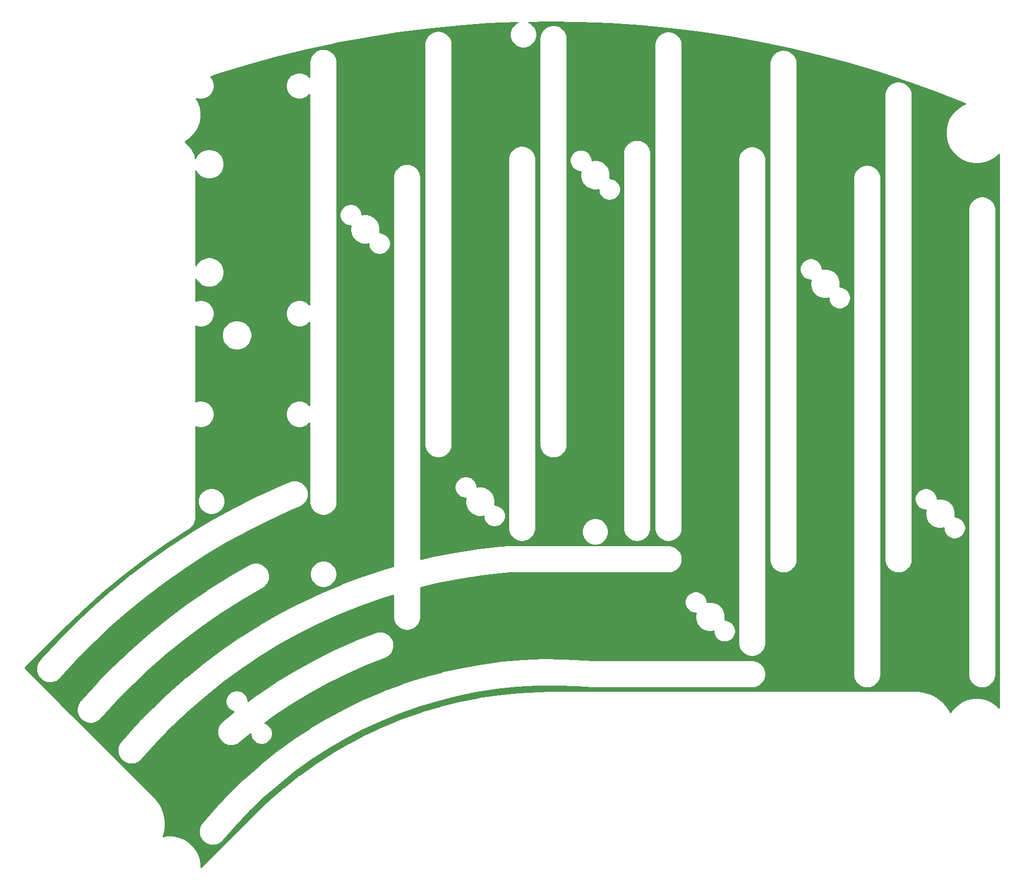
<source format=gbl>
%TF.GenerationSoftware,KiCad,Pcbnew,5.1.12-84ad8e8a86~92~ubuntu20.04.1*%
%TF.CreationDate,2021-11-14T20:34:32+01:00*%
%TF.ProjectId,LergoBottomPlate,4c657267-6f42-46f7-9474-6f6d506c6174,v1.A*%
%TF.SameCoordinates,Original*%
%TF.FileFunction,Copper,L2,Bot*%
%TF.FilePolarity,Positive*%
%FSLAX46Y46*%
G04 Gerber Fmt 4.6, Leading zero omitted, Abs format (unit mm)*
G04 Created by KiCad (PCBNEW 5.1.12-84ad8e8a86~92~ubuntu20.04.1) date 2021-11-14 20:34:32*
%MOMM*%
%LPD*%
G01*
G04 APERTURE LIST*
%TA.AperFunction,NonConductor*%
%ADD10C,0.254000*%
%TD*%
%TA.AperFunction,NonConductor*%
%ADD11C,0.150000*%
%TD*%
G04 APERTURE END LIST*
D10*
X166396702Y-19636332D02*
X171430785Y-19836105D01*
X176457310Y-20176360D01*
X181472347Y-20656828D01*
X186472051Y-21277140D01*
X191452453Y-22036807D01*
X196409763Y-22935249D01*
X201339989Y-23971743D01*
X206239359Y-25145495D01*
X211104094Y-26455601D01*
X215930291Y-27901008D01*
X220714314Y-29480629D01*
X225452335Y-31193201D01*
X230142621Y-33038158D01*
X230384032Y-33140060D01*
X229791836Y-33385356D01*
X228952109Y-33946443D01*
X228237980Y-34660572D01*
X227676893Y-35500299D01*
X227290409Y-36433353D01*
X227093381Y-37423879D01*
X227093381Y-38433809D01*
X227290409Y-39424335D01*
X227676893Y-40357389D01*
X228237980Y-41197116D01*
X228952109Y-41911245D01*
X229791836Y-42472332D01*
X230724890Y-42858816D01*
X231715416Y-43055844D01*
X232725346Y-43055844D01*
X233715872Y-42858816D01*
X234648926Y-42472332D01*
X235488653Y-41911245D01*
X235918381Y-41481517D01*
X235918382Y-133187328D01*
X235488653Y-132757599D01*
X234648926Y-132196512D01*
X233715872Y-131810028D01*
X232725346Y-131613000D01*
X231715416Y-131613000D01*
X230724890Y-131810028D01*
X229791836Y-132196512D01*
X228952109Y-132757599D01*
X228237980Y-133471728D01*
X227881038Y-134005931D01*
X227794106Y-133807895D01*
X227774372Y-133771999D01*
X227758894Y-133734071D01*
X227682591Y-133605049D01*
X227682590Y-133605047D01*
X227682588Y-133605045D01*
X227186788Y-132867215D01*
X227161003Y-132835373D01*
X227139056Y-132800790D01*
X227041130Y-132687341D01*
X227041113Y-132687320D01*
X227041107Y-132687315D01*
X226422484Y-132048946D01*
X226391470Y-132022175D01*
X226363746Y-131992026D01*
X226247255Y-131897692D01*
X225525359Y-131378957D01*
X225490098Y-131358104D01*
X225457469Y-131333337D01*
X225326127Y-131261132D01*
X225326114Y-131261124D01*
X225326109Y-131261122D01*
X224523767Y-130878424D01*
X224485367Y-130864143D01*
X224448870Y-130845547D01*
X224306814Y-130797740D01*
X224306804Y-130797736D01*
X224306801Y-130797735D01*
X223449368Y-130563168D01*
X223409047Y-130555913D01*
X223369834Y-130544074D01*
X223221582Y-130522182D01*
X223221546Y-130522176D01*
X223221534Y-130522176D01*
X222341895Y-130443670D01*
X222284257Y-130437997D01*
X161696350Y-130441604D01*
X161686191Y-130442605D01*
X159596146Y-130475438D01*
X159591052Y-130475638D01*
X159585922Y-130475638D01*
X159545052Y-130477244D01*
X156334003Y-130653959D01*
X156323805Y-130654762D01*
X156313592Y-130655243D01*
X156272979Y-130658761D01*
X156272842Y-130658772D01*
X156272796Y-130658778D01*
X153073683Y-130986552D01*
X153063563Y-130987830D01*
X153053354Y-130988795D01*
X153012940Y-130994224D01*
X153012816Y-130994240D01*
X153012775Y-130994247D01*
X149832648Y-131472358D01*
X149822575Y-131474116D01*
X149812449Y-131475557D01*
X149772335Y-131482884D01*
X149772212Y-131482905D01*
X149772171Y-131482914D01*
X146618097Y-132110299D01*
X146608144Y-132112524D01*
X146598071Y-132114445D01*
X146558345Y-132123654D01*
X146558225Y-132123681D01*
X146558185Y-132123692D01*
X143437165Y-132898957D01*
X143427326Y-132901649D01*
X143417356Y-132904042D01*
X143377990Y-132915145D01*
X140296916Y-133836582D01*
X140287195Y-133839740D01*
X140277369Y-133842595D01*
X140238606Y-133855528D01*
X140238568Y-133855540D01*
X140238555Y-133855545D01*
X137204321Y-134921092D01*
X137194745Y-134924710D01*
X137185078Y-134928020D01*
X137147085Y-134942719D01*
X137146931Y-134942777D01*
X137146880Y-134942799D01*
X134166246Y-136150080D01*
X134156869Y-136154138D01*
X134147351Y-136157906D01*
X134110048Y-136174398D01*
X134109942Y-136174444D01*
X134109907Y-136174461D01*
X131189438Y-137520816D01*
X131180271Y-137525307D01*
X131170933Y-137529523D01*
X131134344Y-137547806D01*
X128280504Y-139030257D01*
X128271553Y-139035178D01*
X128262430Y-139039826D01*
X128226743Y-139059812D01*
X125445904Y-140675052D01*
X125437189Y-140680392D01*
X125428301Y-140685462D01*
X125393595Y-140707107D01*
X122691931Y-142451549D01*
X122683472Y-142457298D01*
X122674838Y-142462777D01*
X122641190Y-142486033D01*
X120024700Y-144355804D01*
X120016522Y-144361944D01*
X120008154Y-144367825D01*
X119975720Y-144392578D01*
X119975639Y-144392639D01*
X119975613Y-144392660D01*
X117450134Y-146383588D01*
X117442267Y-146390096D01*
X117434172Y-146396375D01*
X117402925Y-146422642D01*
X117402862Y-146422694D01*
X117402841Y-146422713D01*
X114973946Y-148530401D01*
X114966393Y-148537273D01*
X114958605Y-148543925D01*
X114928633Y-148571632D01*
X114928569Y-148571690D01*
X114928548Y-148571711D01*
X112636681Y-150758042D01*
X112624690Y-150767888D01*
X103765899Y-159630746D01*
X103765899Y-159024172D01*
X103568871Y-158033646D01*
X103182387Y-157100592D01*
X102621300Y-156260865D01*
X101907171Y-155546736D01*
X101067444Y-154985649D01*
X100134390Y-154599165D01*
X99143864Y-154402137D01*
X98133934Y-154402137D01*
X97503801Y-154527478D01*
X97582362Y-154325979D01*
X97593792Y-154286636D01*
X97609665Y-154248876D01*
X97646943Y-154103688D01*
X97740296Y-153627863D01*
X103412976Y-153627863D01*
X103414212Y-153745871D01*
X103413800Y-153863858D01*
X103415637Y-153881944D01*
X103436714Y-154075968D01*
X103460852Y-154191515D01*
X103483364Y-154307327D01*
X103488675Y-154324698D01*
X103488676Y-154324704D01*
X103488678Y-154324709D01*
X103488679Y-154324712D01*
X103547042Y-154510947D01*
X103593166Y-154619610D01*
X103637736Y-154728825D01*
X103646326Y-154744846D01*
X103646329Y-154744853D01*
X103646333Y-154744859D01*
X103739750Y-154916199D01*
X103806088Y-155013814D01*
X103871045Y-155112325D01*
X103882584Y-155126373D01*
X104007513Y-155276315D01*
X104091550Y-155359187D01*
X104174389Y-155443191D01*
X104188437Y-155454731D01*
X104340109Y-155577553D01*
X104438656Y-155642533D01*
X104536228Y-155708843D01*
X104552249Y-155717434D01*
X104724889Y-155808457D01*
X104834183Y-155853059D01*
X104942779Y-155899155D01*
X104960150Y-155904466D01*
X104960158Y-155904469D01*
X104960166Y-155904470D01*
X105147196Y-155960226D01*
X105263045Y-155982744D01*
X105378541Y-156006873D01*
X105396627Y-156008711D01*
X105590927Y-156027078D01*
X105708963Y-156026666D01*
X105826937Y-156027901D01*
X105845025Y-156026191D01*
X105845031Y-156026191D01*
X105845036Y-156026190D01*
X106039201Y-156006467D01*
X106154888Y-155983141D01*
X106270864Y-155961437D01*
X106288286Y-155956244D01*
X106288294Y-155956242D01*
X106288298Y-155956240D01*
X106474925Y-155899183D01*
X106583887Y-155853827D01*
X106693441Y-155810009D01*
X106709510Y-155801536D01*
X106709518Y-155801533D01*
X106709524Y-155801529D01*
X106881524Y-155709304D01*
X106979623Y-155643633D01*
X107078556Y-155579385D01*
X107092684Y-155567945D01*
X107243495Y-155444067D01*
X107266934Y-155420628D01*
X107286193Y-155404097D01*
X107330812Y-155361991D01*
X107373398Y-155317830D01*
X107400612Y-155287295D01*
X107402794Y-155284768D01*
X107423175Y-155264387D01*
X107432776Y-155250044D01*
X109588035Y-152753979D01*
X111871247Y-150348764D01*
X114265219Y-148053778D01*
X116764661Y-145874096D01*
X119363977Y-143814597D01*
X122057444Y-141879813D01*
X124839048Y-140074065D01*
X127702622Y-138401355D01*
X130641823Y-136865391D01*
X133650121Y-135469583D01*
X136720826Y-134217038D01*
X139847125Y-133110533D01*
X143022070Y-132152526D01*
X146238624Y-131345144D01*
X149489644Y-130690177D01*
X152767893Y-130189083D01*
X156066141Y-129842968D01*
X159376986Y-129652610D01*
X162693156Y-129618424D01*
X166010754Y-129740619D01*
X168568909Y-129941989D01*
X168619796Y-129947001D01*
X195087703Y-129946999D01*
X195151768Y-129940689D01*
X195164765Y-129940689D01*
X195182845Y-129938789D01*
X195267732Y-129929267D01*
X195278985Y-129928159D01*
X195279790Y-129927915D01*
X195376794Y-129917034D01*
X195492286Y-129892486D01*
X195607986Y-129869576D01*
X195625342Y-129864204D01*
X195625347Y-129864203D01*
X195625351Y-129864201D01*
X195811383Y-129805188D01*
X195919889Y-129758682D01*
X196028945Y-129713732D01*
X196044936Y-129705086D01*
X196215962Y-129611064D01*
X196313362Y-129544372D01*
X196411617Y-129479092D01*
X196425625Y-129467504D01*
X196425628Y-129467502D01*
X196425631Y-129467499D01*
X196575131Y-129342054D01*
X196657707Y-129257731D01*
X196741433Y-129174587D01*
X196752923Y-129160499D01*
X196875214Y-129008399D01*
X196939839Y-128909642D01*
X197005814Y-128811830D01*
X197014349Y-128795779D01*
X197104769Y-128622823D01*
X197149005Y-128513337D01*
X197194707Y-128404615D01*
X197199957Y-128387228D01*
X197199960Y-128387221D01*
X197199962Y-128387212D01*
X197255065Y-128199986D01*
X197277179Y-128084060D01*
X197300904Y-127968482D01*
X197302678Y-127950389D01*
X197320367Y-127756027D01*
X197319544Y-127638019D01*
X197320367Y-127520012D01*
X197318593Y-127501919D01*
X197298192Y-127307822D01*
X197274455Y-127192183D01*
X197252352Y-127076315D01*
X197247098Y-127058911D01*
X197189386Y-126872473D01*
X197143640Y-126763647D01*
X197099451Y-126654275D01*
X197090916Y-126638223D01*
X197090916Y-126638222D01*
X197090913Y-126638218D01*
X196998092Y-126466546D01*
X196932084Y-126368685D01*
X196867484Y-126269967D01*
X196856002Y-126255888D01*
X196855998Y-126255883D01*
X196855994Y-126255879D01*
X196731591Y-126105501D01*
X196647852Y-126022345D01*
X196565294Y-125938039D01*
X196551286Y-125926451D01*
X196400044Y-125803101D01*
X196301753Y-125737796D01*
X196204385Y-125671127D01*
X196188398Y-125662484D01*
X196188394Y-125662481D01*
X196188390Y-125662479D01*
X196016071Y-125570856D01*
X195906934Y-125525873D01*
X195798505Y-125479400D01*
X195781145Y-125474026D01*
X195781138Y-125474023D01*
X195781131Y-125474022D01*
X195594303Y-125417615D01*
X195478567Y-125394699D01*
X195363118Y-125370159D01*
X195345038Y-125368259D01*
X195150804Y-125349214D01*
X195150795Y-125349214D01*
X195087704Y-125343000D01*
X168738328Y-125343000D01*
X167277395Y-125220300D01*
X167262771Y-125219405D01*
X167248128Y-125218173D01*
X167234515Y-125217410D01*
X163895864Y-125047723D01*
X163873121Y-125047084D01*
X163850443Y-125046209D01*
X163836810Y-125046064D01*
X160493897Y-125028003D01*
X160471208Y-125028395D01*
X160448455Y-125028550D01*
X160434830Y-125029024D01*
X160434826Y-125029024D01*
X157094537Y-125162626D01*
X157071912Y-125164046D01*
X157049166Y-125165234D01*
X157035580Y-125166326D01*
X157035571Y-125166326D01*
X153704784Y-125451316D01*
X153682169Y-125453769D01*
X153659577Y-125455980D01*
X153646050Y-125457686D01*
X150331616Y-125893479D01*
X150309220Y-125896942D01*
X150286667Y-125900188D01*
X150273232Y-125902507D01*
X146981978Y-126488202D01*
X146959746Y-126492681D01*
X146937381Y-126496943D01*
X146924064Y-126499869D01*
X143662767Y-127234263D01*
X143640704Y-127239760D01*
X143618612Y-127245019D01*
X143605455Y-127248542D01*
X143605441Y-127248546D01*
X143605430Y-127248549D01*
X140380816Y-128130126D01*
X140359029Y-128136617D01*
X140337194Y-128142874D01*
X140324197Y-128146994D01*
X137142883Y-129173945D01*
X137121415Y-129181417D01*
X137099884Y-129188659D01*
X137087088Y-129193365D01*
X133955633Y-130363573D01*
X133934522Y-130372013D01*
X133913346Y-130380222D01*
X133900797Y-130385495D01*
X133900776Y-130385503D01*
X133900760Y-130385510D01*
X130825631Y-131696558D01*
X130804940Y-131705939D01*
X130784143Y-131715108D01*
X130771847Y-131720944D01*
X130771825Y-131720954D01*
X130771808Y-131720963D01*
X127759318Y-133170157D01*
X127739043Y-133180483D01*
X127718713Y-133190571D01*
X127706719Y-133196946D01*
X127706674Y-133196969D01*
X127706640Y-133196988D01*
X124763008Y-134781338D01*
X124743298Y-134792530D01*
X124723372Y-134803571D01*
X124711660Y-134810496D01*
X124711635Y-134810510D01*
X124711616Y-134810522D01*
X121842871Y-136526781D01*
X121823620Y-136538899D01*
X121804285Y-136550790D01*
X121792927Y-136558221D01*
X121792874Y-136558254D01*
X121792834Y-136558282D01*
X119004919Y-138402893D01*
X118986280Y-138415843D01*
X118967461Y-138428627D01*
X118956428Y-138436582D01*
X118956401Y-138436601D01*
X118956380Y-138436617D01*
X116254995Y-140405811D01*
X116236954Y-140419599D01*
X116218742Y-140433219D01*
X116208056Y-140441686D01*
X113598759Y-142531413D01*
X113581340Y-142546024D01*
X113563788Y-142560437D01*
X113553525Y-142569356D01*
X113553496Y-142569380D01*
X113553475Y-142569400D01*
X111041682Y-144775322D01*
X111024971Y-144790683D01*
X111008063Y-144805902D01*
X110998188Y-144815303D01*
X108589027Y-147132917D01*
X108573008Y-147149042D01*
X108556830Y-147164991D01*
X108547420Y-147174801D01*
X108547391Y-147174830D01*
X108547370Y-147174854D01*
X106245845Y-149599345D01*
X106230580Y-149616174D01*
X106215136Y-149632846D01*
X106206182Y-149643071D01*
X106206153Y-149643103D01*
X106206132Y-149643129D01*
X104016959Y-152169527D01*
X103979293Y-152215041D01*
X103957205Y-152244344D01*
X103853757Y-152373931D01*
X103789468Y-152472927D01*
X103723839Y-152570962D01*
X103715363Y-152587038D01*
X103715360Y-152587042D01*
X103715360Y-152587043D01*
X103625545Y-152760315D01*
X103581710Y-152869910D01*
X103536373Y-152978824D01*
X103531179Y-152996246D01*
X103476729Y-153183663D01*
X103455013Y-153299697D01*
X103431696Y-153415340D01*
X103429986Y-153433425D01*
X103429985Y-153433432D01*
X103429985Y-153433439D01*
X103412976Y-153627863D01*
X97740296Y-153627863D01*
X97818084Y-153231374D01*
X97822366Y-153190632D01*
X97831302Y-153150656D01*
X97842278Y-153001194D01*
X97842281Y-153001162D01*
X97842280Y-153001151D01*
X97856243Y-152112329D01*
X97853243Y-152071472D01*
X97854958Y-152030545D01*
X97839290Y-151881470D01*
X97695633Y-151004211D01*
X97685445Y-150964532D01*
X97679886Y-150923949D01*
X97638066Y-150780004D01*
X97341331Y-149942049D01*
X97324279Y-149904803D01*
X97311619Y-149865841D01*
X97244970Y-149731577D01*
X96804535Y-148959413D01*
X96781152Y-148925770D01*
X96761798Y-148889674D01*
X96672437Y-148769349D01*
X96672426Y-148769333D01*
X96672421Y-148769328D01*
X96105979Y-148091870D01*
X96069240Y-148047104D01*
X88179616Y-140157479D01*
X89942591Y-140157479D01*
X89943827Y-140275487D01*
X89943415Y-140393474D01*
X89945252Y-140411560D01*
X89966329Y-140605584D01*
X89990467Y-140721131D01*
X90012979Y-140836943D01*
X90018290Y-140854314D01*
X90018291Y-140854320D01*
X90018293Y-140854325D01*
X90018294Y-140854328D01*
X90076657Y-141040563D01*
X90122781Y-141149226D01*
X90167351Y-141258441D01*
X90175941Y-141274462D01*
X90175944Y-141274469D01*
X90175948Y-141274475D01*
X90269365Y-141445815D01*
X90335703Y-141543430D01*
X90400660Y-141641941D01*
X90412199Y-141655989D01*
X90537128Y-141805931D01*
X90621165Y-141888803D01*
X90704004Y-141972807D01*
X90718052Y-141984347D01*
X90869724Y-142107169D01*
X90968271Y-142172149D01*
X91065843Y-142238459D01*
X91081864Y-142247050D01*
X91254504Y-142338073D01*
X91363798Y-142382675D01*
X91472394Y-142428771D01*
X91489765Y-142434082D01*
X91489773Y-142434085D01*
X91489781Y-142434086D01*
X91676811Y-142489842D01*
X91792660Y-142512360D01*
X91908156Y-142536489D01*
X91926242Y-142538327D01*
X92120542Y-142556694D01*
X92238578Y-142556282D01*
X92356552Y-142557517D01*
X92374640Y-142555807D01*
X92374646Y-142555807D01*
X92374651Y-142555806D01*
X92568816Y-142536083D01*
X92684503Y-142512757D01*
X92800479Y-142491053D01*
X92817901Y-142485860D01*
X92817909Y-142485858D01*
X92817913Y-142485856D01*
X93004540Y-142428799D01*
X93113502Y-142383443D01*
X93223056Y-142339625D01*
X93239125Y-142331152D01*
X93239133Y-142331149D01*
X93239139Y-142331145D01*
X93411139Y-142238920D01*
X93509238Y-142173249D01*
X93608171Y-142109001D01*
X93622299Y-142097561D01*
X93773110Y-141973683D01*
X93794258Y-141952535D01*
X93798606Y-141948915D01*
X93839019Y-141912300D01*
X93877864Y-141874023D01*
X93915071Y-141834153D01*
X93935746Y-141811047D01*
X93952790Y-141794003D01*
X93958117Y-141786046D01*
X96429082Y-139024543D01*
X98301064Y-137101010D01*
X106469445Y-137101010D01*
X106470681Y-137219018D01*
X106470269Y-137337005D01*
X106472106Y-137355091D01*
X106493183Y-137549115D01*
X106517321Y-137664662D01*
X106539833Y-137780474D01*
X106545144Y-137797845D01*
X106545145Y-137797851D01*
X106545147Y-137797856D01*
X106545148Y-137797859D01*
X106603511Y-137984094D01*
X106649635Y-138092757D01*
X106694205Y-138201972D01*
X106702795Y-138217993D01*
X106702798Y-138218000D01*
X106702802Y-138218006D01*
X106796219Y-138389346D01*
X106862557Y-138486961D01*
X106927514Y-138585472D01*
X106939053Y-138599520D01*
X107063982Y-138749462D01*
X107148019Y-138832334D01*
X107230858Y-138916338D01*
X107244906Y-138927878D01*
X107396578Y-139050700D01*
X107495125Y-139115680D01*
X107592697Y-139181990D01*
X107608718Y-139190581D01*
X107781358Y-139281604D01*
X107890652Y-139326206D01*
X107999248Y-139372302D01*
X108016619Y-139377613D01*
X108016627Y-139377616D01*
X108016635Y-139377617D01*
X108203665Y-139433373D01*
X108319514Y-139455891D01*
X108435010Y-139480020D01*
X108453096Y-139481858D01*
X108647396Y-139500225D01*
X108765432Y-139499813D01*
X108883406Y-139501048D01*
X108901494Y-139499338D01*
X108901500Y-139499338D01*
X108901505Y-139499337D01*
X109095670Y-139479614D01*
X109211357Y-139456288D01*
X109327333Y-139434584D01*
X109344755Y-139429391D01*
X109344763Y-139429389D01*
X109344767Y-139429387D01*
X109531394Y-139372330D01*
X109640356Y-139326974D01*
X109749910Y-139283156D01*
X109765979Y-139274683D01*
X109765987Y-139274680D01*
X109765993Y-139274676D01*
X109937993Y-139182451D01*
X110036092Y-139116780D01*
X110135025Y-139052532D01*
X110149153Y-139041092D01*
X110299964Y-138917214D01*
X110322179Y-138894999D01*
X111967605Y-137569458D01*
X111967605Y-137663328D01*
X112037816Y-138016300D01*
X112175539Y-138348793D01*
X112375481Y-138648029D01*
X112629960Y-138902508D01*
X112929196Y-139102450D01*
X113261689Y-139240173D01*
X113614661Y-139310384D01*
X113974549Y-139310384D01*
X114327521Y-139240173D01*
X114660014Y-139102450D01*
X114959250Y-138902508D01*
X115213729Y-138648029D01*
X115413671Y-138348793D01*
X115551394Y-138016300D01*
X115621605Y-137663328D01*
X115621605Y-137303440D01*
X115551394Y-136950468D01*
X115413671Y-136617975D01*
X115213729Y-136318739D01*
X114959250Y-136064260D01*
X114660014Y-135864318D01*
X114355691Y-135738263D01*
X115830298Y-134652891D01*
X118724140Y-132711636D01*
X121699905Y-130898455D01*
X124751916Y-129216809D01*
X127874391Y-127669880D01*
X131061354Y-126260632D01*
X134330309Y-124982457D01*
X134382751Y-124960621D01*
X134395861Y-124954478D01*
X134398167Y-124953684D01*
X134414643Y-124946001D01*
X134427257Y-124940012D01*
X134429112Y-124938897D01*
X134434190Y-124936518D01*
X134484529Y-124910196D01*
X134517238Y-124891231D01*
X134531560Y-124884553D01*
X134547143Y-124875190D01*
X134713727Y-124773507D01*
X134807991Y-124702474D01*
X134903199Y-124632793D01*
X134916659Y-124620588D01*
X134916666Y-124620583D01*
X134916671Y-124620577D01*
X135060327Y-124488478D01*
X135138978Y-124400512D01*
X135218858Y-124313643D01*
X135229697Y-124299049D01*
X135344963Y-124141557D01*
X135405033Y-124039984D01*
X135466516Y-123939260D01*
X135474314Y-123922838D01*
X135556795Y-123745957D01*
X135596006Y-123634610D01*
X135636740Y-123523899D01*
X135641200Y-123506275D01*
X135687753Y-123316744D01*
X135704587Y-123199920D01*
X135723043Y-123083398D01*
X135723994Y-123065243D01*
X135723995Y-123065236D01*
X135723995Y-123065229D01*
X135732848Y-122870278D01*
X135726673Y-122752435D01*
X135722143Y-122634510D01*
X135719550Y-122616516D01*
X135690366Y-122423546D01*
X135661416Y-122309137D01*
X135634070Y-122194351D01*
X135628032Y-122177204D01*
X135561922Y-121993576D01*
X135511298Y-121886960D01*
X135462181Y-121779680D01*
X135452927Y-121764032D01*
X135352409Y-121596742D01*
X135282035Y-121501983D01*
X135213019Y-121406291D01*
X135200902Y-121392739D01*
X135069805Y-121248160D01*
X134982362Y-121168872D01*
X134896083Y-121088415D01*
X134881564Y-121077474D01*
X134881562Y-121077472D01*
X134881558Y-121077470D01*
X134724882Y-120961111D01*
X134623682Y-120900304D01*
X134523441Y-120838151D01*
X134507074Y-120830239D01*
X134507071Y-120830237D01*
X134507066Y-120830235D01*
X134330774Y-120746525D01*
X134219743Y-120706551D01*
X134109277Y-120665030D01*
X134091684Y-120660447D01*
X133902482Y-120612572D01*
X133785785Y-120594924D01*
X133669390Y-120575654D01*
X133651242Y-120574576D01*
X133651240Y-120574576D01*
X133651234Y-120574575D01*
X133651228Y-120574575D01*
X133456343Y-120564361D01*
X133338445Y-120569714D01*
X133220499Y-120573421D01*
X133202505Y-120575886D01*
X133202498Y-120575886D01*
X133202492Y-120575887D01*
X133202488Y-120575888D01*
X133009318Y-120603725D01*
X132894687Y-120631881D01*
X132779745Y-120658417D01*
X132762558Y-120664335D01*
X132762547Y-120664338D01*
X132762537Y-120664343D01*
X132578471Y-120729162D01*
X132576564Y-120730051D01*
X132534322Y-120745613D01*
X129160710Y-122072696D01*
X129160680Y-122072707D01*
X129108283Y-122094649D01*
X129108262Y-122094658D01*
X129108249Y-122094664D01*
X125792848Y-123568850D01*
X125741458Y-123593056D01*
X125741422Y-123593075D01*
X122493480Y-125210471D01*
X122443195Y-125236895D01*
X122443160Y-125236915D01*
X119268859Y-126994446D01*
X119219775Y-127023039D01*
X119219762Y-127023047D01*
X116125177Y-128917347D01*
X116125123Y-128917379D01*
X116077333Y-128948087D01*
X113068278Y-130975596D01*
X113068256Y-130975610D01*
X113055772Y-130984424D01*
X113021851Y-131008372D01*
X113021822Y-131008395D01*
X111521479Y-132117464D01*
X111521479Y-131960052D01*
X111451268Y-131607080D01*
X111313545Y-131274587D01*
X111113603Y-130975351D01*
X110859124Y-130720872D01*
X110559888Y-130520930D01*
X110227395Y-130383207D01*
X109874423Y-130312996D01*
X109514535Y-130312996D01*
X109161563Y-130383207D01*
X108829070Y-130520930D01*
X108529834Y-130720872D01*
X108275355Y-130975351D01*
X108075413Y-131274587D01*
X107937690Y-131607080D01*
X107867479Y-131960052D01*
X107867479Y-132319940D01*
X107937690Y-132672912D01*
X108075413Y-133005405D01*
X108275355Y-133304641D01*
X108529834Y-133559120D01*
X108829070Y-133759062D01*
X109161563Y-133896785D01*
X109190652Y-133902571D01*
X107238231Y-135482042D01*
X107194857Y-135518725D01*
X107153125Y-135557265D01*
X107113113Y-135597588D01*
X107074898Y-135639618D01*
X107038553Y-135683276D01*
X107004147Y-135728477D01*
X106999085Y-135735767D01*
X106910226Y-135847078D01*
X106845937Y-135946074D01*
X106780308Y-136044109D01*
X106771832Y-136060185D01*
X106771829Y-136060189D01*
X106771829Y-136060190D01*
X106682014Y-136233462D01*
X106638179Y-136343057D01*
X106592842Y-136451971D01*
X106587648Y-136469393D01*
X106533198Y-136656810D01*
X106511482Y-136772844D01*
X106488165Y-136888487D01*
X106486455Y-136906572D01*
X106486454Y-136906579D01*
X106486454Y-136906586D01*
X106469445Y-137101010D01*
X98301064Y-137101010D01*
X99039496Y-136342244D01*
X101759942Y-133771610D01*
X104585671Y-131317134D01*
X107511696Y-128983146D01*
X110532886Y-126773737D01*
X113643957Y-124692774D01*
X116839420Y-122743929D01*
X120113715Y-120930589D01*
X123461066Y-119255957D01*
X126875593Y-117722973D01*
X130351339Y-116334311D01*
X133883005Y-115092130D01*
X135571784Y-114574045D01*
X135571750Y-118183941D01*
X135578061Y-118248023D01*
X135578061Y-118261015D01*
X135579961Y-118279095D01*
X135589469Y-118363857D01*
X135590588Y-118375223D01*
X135590835Y-118376037D01*
X135601716Y-118473044D01*
X135626264Y-118588536D01*
X135649174Y-118704236D01*
X135654549Y-118721602D01*
X135713562Y-118907633D01*
X135760068Y-119016139D01*
X135805018Y-119125195D01*
X135813664Y-119141186D01*
X135907686Y-119312212D01*
X135974378Y-119409612D01*
X136039658Y-119507867D01*
X136051246Y-119521875D01*
X136051248Y-119521878D01*
X136051251Y-119521881D01*
X136176696Y-119671381D01*
X136261019Y-119753957D01*
X136344163Y-119837683D01*
X136358251Y-119849173D01*
X136510351Y-119971464D01*
X136609108Y-120036089D01*
X136706920Y-120102064D01*
X136722971Y-120110599D01*
X136895927Y-120201019D01*
X137005413Y-120245255D01*
X137114135Y-120290957D01*
X137131522Y-120296207D01*
X137131529Y-120296210D01*
X137131535Y-120296211D01*
X137131538Y-120296212D01*
X137318764Y-120351315D01*
X137434690Y-120373429D01*
X137550268Y-120397154D01*
X137568361Y-120398928D01*
X137568366Y-120398928D01*
X137568369Y-120398929D01*
X137568372Y-120398929D01*
X137762723Y-120416617D01*
X137880731Y-120415794D01*
X137998738Y-120416617D01*
X138016821Y-120414844D01*
X138016823Y-120414844D01*
X138016831Y-120414843D01*
X138210928Y-120394442D01*
X138326567Y-120370705D01*
X138442435Y-120348602D01*
X138459839Y-120343348D01*
X138459841Y-120343347D01*
X138459843Y-120343347D01*
X138459845Y-120343346D01*
X138646277Y-120285636D01*
X138755091Y-120239895D01*
X138864475Y-120195701D01*
X138880527Y-120187167D01*
X139052203Y-120094342D01*
X139150020Y-120028364D01*
X139248783Y-119963735D01*
X139262871Y-119952245D01*
X139413249Y-119827841D01*
X139496405Y-119744102D01*
X139580711Y-119661544D01*
X139592299Y-119647536D01*
X139715649Y-119496294D01*
X139780961Y-119397992D01*
X139847623Y-119300634D01*
X139856268Y-119284645D01*
X139856269Y-119284644D01*
X139856271Y-119284640D01*
X139947895Y-119112320D01*
X139992885Y-119003165D01*
X140039350Y-118894755D01*
X140044726Y-118877390D01*
X140044727Y-118877388D01*
X140044728Y-118877381D01*
X140101135Y-118690552D01*
X140124055Y-118574800D01*
X140148591Y-118459368D01*
X140150490Y-118441294D01*
X140150492Y-118441286D01*
X140150492Y-118441278D01*
X140169536Y-118247055D01*
X140169536Y-118247045D01*
X140175750Y-118183954D01*
X140175750Y-115558806D01*
X183891750Y-115558806D01*
X183891750Y-115918694D01*
X183961961Y-116271666D01*
X184099684Y-116604159D01*
X184299626Y-116903395D01*
X184554105Y-117157874D01*
X184853341Y-117357816D01*
X185185834Y-117495539D01*
X185538806Y-117565750D01*
X185684720Y-117565750D01*
X185623000Y-117876037D01*
X185623000Y-118363963D01*
X185718190Y-118842514D01*
X185904911Y-119293299D01*
X186175989Y-119698995D01*
X186521005Y-120044011D01*
X186926701Y-120315089D01*
X187377486Y-120501810D01*
X187856037Y-120597000D01*
X188343963Y-120597000D01*
X188654250Y-120535280D01*
X188654250Y-120681194D01*
X188724461Y-121034166D01*
X188862184Y-121366659D01*
X189062126Y-121665895D01*
X189316605Y-121920374D01*
X189615841Y-122120316D01*
X189948334Y-122258039D01*
X190301306Y-122328250D01*
X190661194Y-122328250D01*
X191014166Y-122258039D01*
X191346659Y-122120316D01*
X191645895Y-121920374D01*
X191900374Y-121665895D01*
X192100316Y-121366659D01*
X192238039Y-121034166D01*
X192308250Y-120681194D01*
X192308250Y-120321306D01*
X192238039Y-119968334D01*
X192100316Y-119635841D01*
X191900374Y-119336605D01*
X191645895Y-119082126D01*
X191346659Y-118882184D01*
X191014166Y-118744461D01*
X190661194Y-118674250D01*
X190515280Y-118674250D01*
X190577000Y-118363963D01*
X190577000Y-117876037D01*
X190481810Y-117397486D01*
X190295089Y-116946701D01*
X190024011Y-116541005D01*
X189678995Y-116195989D01*
X189273299Y-115924911D01*
X188822514Y-115738190D01*
X188343963Y-115643000D01*
X187856037Y-115643000D01*
X187545750Y-115704720D01*
X187545750Y-115558806D01*
X187475539Y-115205834D01*
X187337816Y-114873341D01*
X187137874Y-114574105D01*
X186883395Y-114319626D01*
X186584159Y-114119684D01*
X186251666Y-113981961D01*
X185898694Y-113911750D01*
X185538806Y-113911750D01*
X185185834Y-113981961D01*
X184853341Y-114119684D01*
X184554105Y-114319626D01*
X184299626Y-114574105D01*
X184099684Y-114873341D01*
X183961961Y-115205834D01*
X183891750Y-115558806D01*
X140175750Y-115558806D01*
X140175750Y-113294311D01*
X142843132Y-112657785D01*
X146516991Y-111942218D01*
X150217569Y-111381126D01*
X153948325Y-110974410D01*
X154889690Y-110897001D01*
X181240204Y-110896999D01*
X181304269Y-110890689D01*
X181317265Y-110890689D01*
X181335345Y-110888789D01*
X181420224Y-110879268D01*
X181431486Y-110878159D01*
X181432292Y-110877915D01*
X181529294Y-110867034D01*
X181644786Y-110842486D01*
X181760486Y-110819576D01*
X181777842Y-110814204D01*
X181777847Y-110814203D01*
X181777851Y-110814201D01*
X181963883Y-110755188D01*
X182072389Y-110708682D01*
X182181445Y-110663732D01*
X182197436Y-110655086D01*
X182368462Y-110561064D01*
X182465862Y-110494372D01*
X182564117Y-110429092D01*
X182578125Y-110417504D01*
X182578128Y-110417502D01*
X182578131Y-110417499D01*
X182727631Y-110292054D01*
X182810207Y-110207731D01*
X182893933Y-110124587D01*
X182905423Y-110110499D01*
X183027714Y-109958399D01*
X183092339Y-109859642D01*
X183158314Y-109761830D01*
X183166849Y-109745779D01*
X183257269Y-109572823D01*
X183301505Y-109463337D01*
X183347207Y-109354615D01*
X183352457Y-109337228D01*
X183352460Y-109337221D01*
X183352462Y-109337212D01*
X183407565Y-109149986D01*
X183429679Y-109034060D01*
X183453404Y-108918482D01*
X183455178Y-108900389D01*
X183472867Y-108706027D01*
X183472044Y-108588020D01*
X183472867Y-108470012D01*
X183471093Y-108451919D01*
X183450692Y-108257822D01*
X183426955Y-108142183D01*
X183404852Y-108026315D01*
X183399598Y-108008911D01*
X183341886Y-107822473D01*
X183296140Y-107713647D01*
X183251951Y-107604275D01*
X183243416Y-107588223D01*
X183243416Y-107588222D01*
X183243413Y-107588218D01*
X183150592Y-107416546D01*
X183084584Y-107318685D01*
X183019984Y-107219967D01*
X183008502Y-107205888D01*
X183008498Y-107205883D01*
X183008494Y-107205879D01*
X182884091Y-107055501D01*
X182800352Y-106972345D01*
X182717794Y-106888039D01*
X182703786Y-106876451D01*
X182552544Y-106753101D01*
X182454253Y-106687796D01*
X182356885Y-106621127D01*
X182340898Y-106612484D01*
X182340894Y-106612481D01*
X182340890Y-106612479D01*
X182168571Y-106520856D01*
X182059434Y-106475873D01*
X181951005Y-106429400D01*
X181933645Y-106424026D01*
X181933638Y-106424023D01*
X181933631Y-106424022D01*
X181746803Y-106367615D01*
X181631067Y-106344699D01*
X181515618Y-106320159D01*
X181497538Y-106318259D01*
X181303304Y-106299214D01*
X181303294Y-106299214D01*
X181240203Y-106293000D01*
X154772297Y-106293002D01*
X154719289Y-106298223D01*
X153416836Y-106405141D01*
X153406047Y-106406245D01*
X153395169Y-106407101D01*
X153381609Y-106408515D01*
X149684448Y-106813432D01*
X149665324Y-106815916D01*
X149646115Y-106818207D01*
X149632622Y-106820163D01*
X145954689Y-107373127D01*
X145935658Y-107376380D01*
X145916578Y-107379436D01*
X145903186Y-107381931D01*
X145903174Y-107381933D01*
X145903165Y-107381935D01*
X142250398Y-108082053D01*
X142231517Y-108086066D01*
X142212570Y-108089887D01*
X142199292Y-108092916D01*
X142199277Y-108092919D01*
X142199266Y-108092922D01*
X140175750Y-108565677D01*
X140175750Y-96488806D01*
X145791750Y-96488806D01*
X145791750Y-96848694D01*
X145861961Y-97201666D01*
X145999684Y-97534159D01*
X146199626Y-97833395D01*
X146454105Y-98087874D01*
X146753341Y-98287816D01*
X147085834Y-98425539D01*
X147438806Y-98495750D01*
X147584720Y-98495750D01*
X147523000Y-98806037D01*
X147523000Y-99293963D01*
X147618190Y-99772514D01*
X147804911Y-100223299D01*
X148075989Y-100628995D01*
X148421005Y-100974011D01*
X148826701Y-101245089D01*
X149277486Y-101431810D01*
X149756037Y-101527000D01*
X150243963Y-101527000D01*
X150554250Y-101465280D01*
X150554250Y-101611194D01*
X150624461Y-101964166D01*
X150762184Y-102296659D01*
X150962126Y-102595895D01*
X151216605Y-102850374D01*
X151515841Y-103050316D01*
X151848334Y-103188039D01*
X152201306Y-103258250D01*
X152561194Y-103258250D01*
X152914166Y-103188039D01*
X153246659Y-103050316D01*
X153545895Y-102850374D01*
X153800374Y-102595895D01*
X154000316Y-102296659D01*
X154138039Y-101964166D01*
X154208250Y-101611194D01*
X154208250Y-101251306D01*
X154138039Y-100898334D01*
X154000316Y-100565841D01*
X153800374Y-100266605D01*
X153545895Y-100012126D01*
X153246659Y-99812184D01*
X152914166Y-99674461D01*
X152561194Y-99604250D01*
X152415280Y-99604250D01*
X152477000Y-99293963D01*
X152477000Y-98806037D01*
X152381810Y-98327486D01*
X152195089Y-97876701D01*
X151924011Y-97471005D01*
X151578995Y-97125989D01*
X151173299Y-96854911D01*
X150722514Y-96668190D01*
X150243963Y-96573000D01*
X149756037Y-96573000D01*
X149445750Y-96634720D01*
X149445750Y-96488806D01*
X149375539Y-96135834D01*
X149237816Y-95803341D01*
X149037874Y-95504105D01*
X148783395Y-95249626D01*
X148484159Y-95049684D01*
X148151666Y-94911961D01*
X147798694Y-94841750D01*
X147438806Y-94841750D01*
X147085834Y-94911961D01*
X146753341Y-95049684D01*
X146454105Y-95249626D01*
X146199626Y-95504105D01*
X145999684Y-95803341D01*
X145861961Y-96135834D01*
X145791750Y-96488806D01*
X140175750Y-96488806D01*
X140175750Y-45321603D01*
X140169439Y-45257528D01*
X140169439Y-45244542D01*
X140167539Y-45226462D01*
X140158026Y-45141652D01*
X140156910Y-45130321D01*
X140156664Y-45129510D01*
X140145784Y-45032512D01*
X140121241Y-44917043D01*
X140098327Y-44801321D01*
X140092955Y-44783967D01*
X140092953Y-44783959D01*
X140092950Y-44783952D01*
X140033938Y-44597925D01*
X139987445Y-44489449D01*
X139942482Y-44380362D01*
X139933836Y-44364371D01*
X139839814Y-44193346D01*
X139773145Y-44095978D01*
X139707842Y-43997690D01*
X139696254Y-43983682D01*
X139570804Y-43834176D01*
X139486481Y-43751600D01*
X139403337Y-43667874D01*
X139389249Y-43656384D01*
X139237149Y-43534093D01*
X139138368Y-43469453D01*
X139040580Y-43403493D01*
X139024528Y-43394958D01*
X139024529Y-43394958D01*
X139024522Y-43394954D01*
X139024515Y-43394951D01*
X138851573Y-43304538D01*
X138742132Y-43260320D01*
X138633365Y-43214599D01*
X138615977Y-43209350D01*
X138615970Y-43209347D01*
X138615964Y-43209346D01*
X138615961Y-43209345D01*
X138428736Y-43154242D01*
X138312802Y-43132127D01*
X138197231Y-43108403D01*
X138179139Y-43106629D01*
X138179134Y-43106629D01*
X138179131Y-43106628D01*
X138179128Y-43106628D01*
X137984777Y-43088940D01*
X137866770Y-43089763D01*
X137748762Y-43088940D01*
X137730679Y-43090713D01*
X137730677Y-43090713D01*
X137730669Y-43090714D01*
X137536572Y-43111115D01*
X137420933Y-43134852D01*
X137305065Y-43156955D01*
X137287661Y-43162209D01*
X137287659Y-43162210D01*
X137287657Y-43162210D01*
X137287655Y-43162211D01*
X137101223Y-43219921D01*
X136992397Y-43265667D01*
X136883025Y-43309856D01*
X136866977Y-43318389D01*
X136866972Y-43318391D01*
X136866969Y-43318393D01*
X136695296Y-43411215D01*
X136597435Y-43477223D01*
X136498717Y-43541823D01*
X136484638Y-43553305D01*
X136484633Y-43553309D01*
X136484629Y-43553313D01*
X136334251Y-43677716D01*
X136251095Y-43761455D01*
X136166789Y-43844013D01*
X136155201Y-43858021D01*
X136031851Y-44009263D01*
X135966546Y-44107554D01*
X135899877Y-44204922D01*
X135891234Y-44220909D01*
X135891231Y-44220913D01*
X135891231Y-44220914D01*
X135799606Y-44393236D01*
X135754623Y-44502373D01*
X135708150Y-44610802D01*
X135702776Y-44628162D01*
X135702773Y-44628169D01*
X135702772Y-44628176D01*
X135646365Y-44815004D01*
X135623449Y-44930740D01*
X135598909Y-45046189D01*
X135597009Y-45064269D01*
X135577964Y-45258503D01*
X135577964Y-45258513D01*
X135571750Y-45321604D01*
X135571751Y-53861037D01*
X135571750Y-53861047D01*
X135571751Y-72911037D01*
X135571750Y-72911047D01*
X135571751Y-91961037D01*
X135571750Y-91961047D01*
X135571754Y-109765360D01*
X134174310Y-110174848D01*
X134160263Y-110179272D01*
X134146019Y-110183487D01*
X134133047Y-110187686D01*
X130600531Y-111351423D01*
X130582352Y-111357819D01*
X130564024Y-111364053D01*
X130551231Y-111368768D01*
X127068264Y-112673335D01*
X127050390Y-112680442D01*
X127032293Y-112687419D01*
X127019700Y-112692645D01*
X123591893Y-114135937D01*
X123574254Y-114143785D01*
X123556517Y-114151454D01*
X123544169Y-114157170D01*
X123544143Y-114157181D01*
X123544124Y-114157190D01*
X120177020Y-115736874D01*
X120159739Y-115745408D01*
X120142294Y-115753798D01*
X120130160Y-115760016D01*
X116829146Y-117473566D01*
X116812167Y-117482817D01*
X116795128Y-117491871D01*
X116783254Y-117498571D01*
X113553666Y-119343217D01*
X113537138Y-119353102D01*
X113520410Y-119362871D01*
X113508844Y-119370025D01*
X113508814Y-119370043D01*
X113508792Y-119370057D01*
X110355857Y-121342811D01*
X110339717Y-121353366D01*
X110323417Y-121363784D01*
X110312118Y-121371415D01*
X107240872Y-123469127D01*
X107225148Y-123480336D01*
X107209299Y-123491386D01*
X107198316Y-123499464D01*
X104213729Y-125718742D01*
X104198507Y-125730542D01*
X104183075Y-125742249D01*
X104172424Y-125750762D01*
X101279306Y-128088028D01*
X101264584Y-128100418D01*
X101249619Y-128112747D01*
X101239320Y-128121680D01*
X98442330Y-130573170D01*
X98428102Y-130586155D01*
X98413660Y-130599060D01*
X98403726Y-130608399D01*
X95707372Y-133170162D01*
X95693656Y-133183727D01*
X95679764Y-133197182D01*
X95670214Y-133206913D01*
X93078841Y-135874821D01*
X93065668Y-135888939D01*
X93052340Y-135902927D01*
X93043221Y-135912997D01*
X93043187Y-135913033D01*
X93043163Y-135913061D01*
X90560970Y-138682789D01*
X90526878Y-138722401D01*
X90494404Y-138763349D01*
X90484980Y-138776265D01*
X90383372Y-138903547D01*
X90319083Y-139002543D01*
X90253454Y-139100578D01*
X90244978Y-139116654D01*
X90244975Y-139116658D01*
X90244975Y-139116659D01*
X90155160Y-139289931D01*
X90111325Y-139399526D01*
X90065988Y-139508440D01*
X90060794Y-139525862D01*
X90006344Y-139713279D01*
X89984628Y-139829313D01*
X89961311Y-139944956D01*
X89959601Y-139963041D01*
X89959600Y-139963048D01*
X89959600Y-139963055D01*
X89942591Y-140157479D01*
X88179616Y-140157479D01*
X81444423Y-133422286D01*
X83207399Y-133422286D01*
X83208635Y-133540284D01*
X83208223Y-133658281D01*
X83210060Y-133676367D01*
X83231137Y-133870391D01*
X83255275Y-133985938D01*
X83277787Y-134101750D01*
X83283098Y-134119121D01*
X83283099Y-134119127D01*
X83283101Y-134119132D01*
X83283102Y-134119135D01*
X83341465Y-134305370D01*
X83387589Y-134414033D01*
X83432159Y-134523248D01*
X83440749Y-134539269D01*
X83440752Y-134539276D01*
X83440756Y-134539282D01*
X83534173Y-134710622D01*
X83600511Y-134808237D01*
X83665468Y-134906748D01*
X83677007Y-134920796D01*
X83801936Y-135070738D01*
X83885973Y-135153610D01*
X83968812Y-135237614D01*
X83982860Y-135249154D01*
X84134532Y-135371976D01*
X84233079Y-135436956D01*
X84330651Y-135503266D01*
X84346672Y-135511857D01*
X84519312Y-135602880D01*
X84628606Y-135647482D01*
X84737202Y-135693578D01*
X84754573Y-135698889D01*
X84754581Y-135698892D01*
X84754589Y-135698893D01*
X84941619Y-135754649D01*
X85057468Y-135777167D01*
X85172964Y-135801296D01*
X85191050Y-135803134D01*
X85385350Y-135821501D01*
X85503386Y-135821089D01*
X85621360Y-135822324D01*
X85639448Y-135820614D01*
X85639454Y-135820614D01*
X85639459Y-135820613D01*
X85833624Y-135800890D01*
X85949311Y-135777564D01*
X86065287Y-135755860D01*
X86082709Y-135750667D01*
X86082717Y-135750665D01*
X86082721Y-135750663D01*
X86269348Y-135693606D01*
X86378310Y-135648250D01*
X86487864Y-135604432D01*
X86503933Y-135595959D01*
X86503941Y-135595956D01*
X86503947Y-135595952D01*
X86675947Y-135503727D01*
X86774046Y-135438056D01*
X86872979Y-135373808D01*
X86887107Y-135362368D01*
X86973712Y-135291229D01*
X87011926Y-135267262D01*
X87198440Y-135091222D01*
X87247424Y-135022306D01*
X89737502Y-132270134D01*
X92390342Y-129555255D01*
X95145443Y-126944215D01*
X97998753Y-124440853D01*
X100946059Y-122048869D01*
X103983024Y-119771783D01*
X107105143Y-117612973D01*
X110307836Y-115575602D01*
X113596217Y-113656936D01*
X113887677Y-113494959D01*
X113916875Y-113477990D01*
X113930586Y-113471597D01*
X113946169Y-113462234D01*
X114112753Y-113360551D01*
X114207017Y-113289518D01*
X114302225Y-113219837D01*
X114315685Y-113207632D01*
X114315692Y-113207627D01*
X114315697Y-113207621D01*
X114459353Y-113075522D01*
X114538004Y-112987556D01*
X114617884Y-112900687D01*
X114628723Y-112886093D01*
X114743989Y-112728601D01*
X114804059Y-112627028D01*
X114865542Y-112526304D01*
X114873340Y-112509882D01*
X114955821Y-112333001D01*
X114995032Y-112221654D01*
X115035766Y-112110943D01*
X115040226Y-112093319D01*
X115086779Y-111903788D01*
X115103613Y-111786964D01*
X115122069Y-111670442D01*
X115123020Y-111652287D01*
X115123021Y-111652280D01*
X115123021Y-111652273D01*
X115131874Y-111457322D01*
X115125699Y-111339479D01*
X115121169Y-111221554D01*
X115118576Y-111203560D01*
X115089392Y-111010590D01*
X115060442Y-110896181D01*
X115050789Y-110855660D01*
X121799250Y-110855660D01*
X121799250Y-111294340D01*
X121884832Y-111724592D01*
X122052708Y-112129880D01*
X122296426Y-112494630D01*
X122606620Y-112804824D01*
X122971370Y-113048542D01*
X123376658Y-113216418D01*
X123806910Y-113302000D01*
X124245590Y-113302000D01*
X124675842Y-113216418D01*
X125081130Y-113048542D01*
X125445880Y-112804824D01*
X125756074Y-112494630D01*
X125999792Y-112129880D01*
X126167668Y-111724592D01*
X126253250Y-111294340D01*
X126253250Y-110855660D01*
X126167668Y-110425408D01*
X125999792Y-110020120D01*
X125756074Y-109655370D01*
X125445880Y-109345176D01*
X125081130Y-109101458D01*
X124675842Y-108933582D01*
X124245590Y-108848000D01*
X123806910Y-108848000D01*
X123376658Y-108933582D01*
X122971370Y-109101458D01*
X122606620Y-109345176D01*
X122296426Y-109655370D01*
X122052708Y-110020120D01*
X121884832Y-110425408D01*
X121799250Y-110855660D01*
X115050789Y-110855660D01*
X115033096Y-110781395D01*
X115027058Y-110764248D01*
X114960948Y-110580620D01*
X114910324Y-110474004D01*
X114861207Y-110366724D01*
X114851953Y-110351076D01*
X114751435Y-110183786D01*
X114681061Y-110089027D01*
X114612045Y-109993335D01*
X114599928Y-109979783D01*
X114468831Y-109835204D01*
X114381388Y-109755916D01*
X114295109Y-109675459D01*
X114280590Y-109664518D01*
X114280588Y-109664516D01*
X114280584Y-109664514D01*
X114123908Y-109548155D01*
X114022708Y-109487348D01*
X113922467Y-109425195D01*
X113906100Y-109417283D01*
X113906097Y-109417281D01*
X113906092Y-109417279D01*
X113729800Y-109333569D01*
X113618769Y-109293595D01*
X113508303Y-109252074D01*
X113490710Y-109247491D01*
X113301508Y-109199616D01*
X113184811Y-109181968D01*
X113068416Y-109162698D01*
X113050268Y-109161620D01*
X113050266Y-109161620D01*
X113050260Y-109161619D01*
X113050254Y-109161619D01*
X112855369Y-109151405D01*
X112737471Y-109156758D01*
X112619525Y-109160465D01*
X112601531Y-109162930D01*
X112601524Y-109162930D01*
X112601518Y-109162931D01*
X112601514Y-109162932D01*
X112408344Y-109190769D01*
X112293713Y-109218925D01*
X112178771Y-109245461D01*
X112161584Y-109251379D01*
X112161573Y-109251382D01*
X112161563Y-109251387D01*
X111977497Y-109316206D01*
X111975256Y-109317251D01*
X111952180Y-109325416D01*
X111905728Y-109343888D01*
X111860019Y-109364130D01*
X111815121Y-109386111D01*
X111779035Y-109405367D01*
X111469339Y-109576931D01*
X111460501Y-109582051D01*
X111445640Y-109590386D01*
X108055066Y-111562534D01*
X108051205Y-111564880D01*
X108047224Y-111567131D01*
X108012344Y-111588494D01*
X104699976Y-113689345D01*
X104696190Y-113691850D01*
X104692317Y-113694240D01*
X104658283Y-113716925D01*
X101429003Y-115943383D01*
X101425331Y-115946020D01*
X101421537Y-115948568D01*
X101388399Y-115972543D01*
X98246969Y-118321324D01*
X98243389Y-118324109D01*
X98239708Y-118326792D01*
X98207652Y-118351914D01*
X98207514Y-118352022D01*
X98207489Y-118352043D01*
X95158564Y-120819664D01*
X95155096Y-120822583D01*
X95151519Y-120825406D01*
X95120318Y-120851853D01*
X92168341Y-123434720D01*
X92165001Y-123437757D01*
X92161521Y-123440728D01*
X92131358Y-123468354D01*
X89280709Y-126162636D01*
X89277473Y-126165814D01*
X89274125Y-126168902D01*
X89245044Y-126197665D01*
X86499923Y-128999392D01*
X86496819Y-129002684D01*
X86493584Y-129005906D01*
X86465629Y-129035764D01*
X83864670Y-131902681D01*
X83808796Y-131955251D01*
X83729189Y-132066875D01*
X83648180Y-132168354D01*
X83583891Y-132267350D01*
X83518262Y-132365385D01*
X83509786Y-132381461D01*
X83509783Y-132381465D01*
X83509783Y-132381466D01*
X83419968Y-132554738D01*
X83376133Y-132664333D01*
X83330796Y-132773247D01*
X83325602Y-132790669D01*
X83271152Y-132978086D01*
X83249436Y-133094120D01*
X83226119Y-133209763D01*
X83224409Y-133227848D01*
X83224408Y-133227855D01*
X83224408Y-133227862D01*
X83207399Y-133422286D01*
X81444423Y-133422286D01*
X74709231Y-126687094D01*
X76472207Y-126687094D01*
X76473443Y-126805102D01*
X76473031Y-126923089D01*
X76474868Y-126941175D01*
X76495945Y-127135199D01*
X76520083Y-127250746D01*
X76542595Y-127366558D01*
X76547906Y-127383929D01*
X76547907Y-127383935D01*
X76547909Y-127383940D01*
X76547910Y-127383943D01*
X76606273Y-127570178D01*
X76652397Y-127678841D01*
X76696967Y-127788056D01*
X76705557Y-127804077D01*
X76705560Y-127804084D01*
X76705564Y-127804090D01*
X76798981Y-127975430D01*
X76865319Y-128073045D01*
X76930276Y-128171556D01*
X76941815Y-128185604D01*
X77066744Y-128335546D01*
X77150781Y-128418418D01*
X77233620Y-128502422D01*
X77247668Y-128513962D01*
X77399340Y-128636784D01*
X77497887Y-128701764D01*
X77595459Y-128768074D01*
X77611480Y-128776665D01*
X77784120Y-128867688D01*
X77893414Y-128912290D01*
X78002010Y-128958386D01*
X78019381Y-128963697D01*
X78019389Y-128963700D01*
X78019397Y-128963701D01*
X78206427Y-129019457D01*
X78322276Y-129041975D01*
X78437772Y-129066104D01*
X78455858Y-129067942D01*
X78650158Y-129086309D01*
X78768194Y-129085897D01*
X78886168Y-129087132D01*
X78904256Y-129085422D01*
X78904262Y-129085422D01*
X78904267Y-129085421D01*
X79098432Y-129065698D01*
X79214119Y-129042372D01*
X79330095Y-129020668D01*
X79347517Y-129015475D01*
X79347525Y-129015473D01*
X79347529Y-129015471D01*
X79534156Y-128958414D01*
X79643118Y-128913058D01*
X79752672Y-128869240D01*
X79768741Y-128860767D01*
X79768749Y-128860764D01*
X79768755Y-128860760D01*
X79940755Y-128768535D01*
X80038854Y-128702864D01*
X80137787Y-128638616D01*
X80151915Y-128627176D01*
X80235399Y-128558601D01*
X80270324Y-128536996D01*
X80457922Y-128362112D01*
X80507829Y-128292808D01*
X83130185Y-125424148D01*
X85915506Y-122592917D01*
X88802702Y-119865652D01*
X91787871Y-117246040D01*
X94867054Y-114737553D01*
X98036064Y-112343602D01*
X101290676Y-110067377D01*
X104626537Y-107911925D01*
X108039113Y-105880178D01*
X111523868Y-103974833D01*
X115076074Y-102198476D01*
X118697748Y-100550401D01*
X120089541Y-99959075D01*
X120121686Y-99944717D01*
X120135577Y-99939934D01*
X120152053Y-99932252D01*
X120328353Y-99848539D01*
X120429555Y-99787731D01*
X120531496Y-99728400D01*
X120546167Y-99717664D01*
X120702849Y-99601301D01*
X120790282Y-99522021D01*
X120878788Y-99443993D01*
X120891093Y-99430612D01*
X121022190Y-99286032D01*
X121092555Y-99191285D01*
X121164223Y-99097547D01*
X121173695Y-99082030D01*
X121274212Y-98914741D01*
X121324853Y-98808092D01*
X121376926Y-98702266D01*
X121383204Y-98685205D01*
X121449315Y-98501577D01*
X121478269Y-98387153D01*
X121508807Y-98273184D01*
X121511651Y-98255228D01*
X121540835Y-98062257D01*
X121547012Y-97944399D01*
X121554832Y-97826669D01*
X121554134Y-97808503D01*
X121545281Y-97613537D01*
X121528443Y-97496684D01*
X121513250Y-97379709D01*
X121509040Y-97362039D01*
X121509039Y-97362030D01*
X121509036Y-97362023D01*
X121462483Y-97172492D01*
X121423272Y-97061147D01*
X121385646Y-96949344D01*
X121378079Y-96932815D01*
X121295597Y-96755934D01*
X121235532Y-96654369D01*
X121176883Y-96551962D01*
X121166252Y-96537224D01*
X121166247Y-96537215D01*
X121166240Y-96537208D01*
X121050982Y-96379726D01*
X120972313Y-96291740D01*
X120894911Y-96202698D01*
X120881616Y-96190299D01*
X120737955Y-96058196D01*
X120643695Y-95987165D01*
X120550466Y-95914849D01*
X120535024Y-95905275D01*
X120535018Y-95905270D01*
X120535011Y-95905267D01*
X120368432Y-95803586D01*
X120262169Y-95752216D01*
X120156668Y-95699385D01*
X120139664Y-95692994D01*
X120139656Y-95692990D01*
X120139648Y-95692988D01*
X119956489Y-95625599D01*
X119842299Y-95595855D01*
X119728529Y-95564517D01*
X119710594Y-95561548D01*
X119710591Y-95561548D01*
X119710589Y-95561547D01*
X119710587Y-95561547D01*
X119517831Y-95531017D01*
X119399993Y-95524016D01*
X119282341Y-95515376D01*
X119264182Y-95515947D01*
X119264172Y-95515946D01*
X119264163Y-95515947D01*
X119069148Y-95523439D01*
X118952198Y-95539459D01*
X118835109Y-95553835D01*
X118817398Y-95557923D01*
X118817393Y-95557924D01*
X118817389Y-95557926D01*
X118627543Y-95603153D01*
X118626207Y-95603613D01*
X118588910Y-95612984D01*
X118543087Y-95626301D01*
X118497783Y-95641287D01*
X118453059Y-95657923D01*
X118421502Y-95670805D01*
X116988216Y-96277848D01*
X116986117Y-96278783D01*
X116958055Y-96291074D01*
X113231184Y-97981937D01*
X113225007Y-97984877D01*
X113218797Y-97987636D01*
X113188253Y-98002371D01*
X113188098Y-98002445D01*
X113188055Y-98002468D01*
X109525692Y-99828739D01*
X109519658Y-99831887D01*
X109513522Y-99834887D01*
X109483386Y-99850812D01*
X105890361Y-101810082D01*
X105884435Y-101813456D01*
X105878425Y-101816672D01*
X105848954Y-101833655D01*
X105848893Y-101833690D01*
X105848877Y-101833700D01*
X102330075Y-103923308D01*
X102324286Y-103926891D01*
X102318388Y-103930331D01*
X102289500Y-103948420D01*
X98849617Y-106165576D01*
X98843950Y-106169377D01*
X98838195Y-106173023D01*
X98809989Y-106192158D01*
X95453662Y-108533876D01*
X95448168Y-108537861D01*
X95442521Y-108541735D01*
X95415125Y-108561826D01*
X95415034Y-108561892D01*
X95415008Y-108561912D01*
X92146770Y-111025024D01*
X92141395Y-111029231D01*
X92135925Y-111033287D01*
X92109288Y-111054364D01*
X92109195Y-111054437D01*
X92109169Y-111054459D01*
X88933384Y-113635677D01*
X88928180Y-113640067D01*
X88922848Y-113644332D01*
X88897022Y-113666354D01*
X88896912Y-113666447D01*
X88896882Y-113666475D01*
X85817820Y-116362327D01*
X85812755Y-116366928D01*
X85807609Y-116371363D01*
X85782604Y-116394318D01*
X85782500Y-116394413D01*
X85782472Y-116394441D01*
X82804264Y-119201312D01*
X82799408Y-119206060D01*
X82794391Y-119210714D01*
X82770239Y-119234577D01*
X82770144Y-119234670D01*
X82770117Y-119234698D01*
X79896762Y-122148816D01*
X79892060Y-122153763D01*
X79887240Y-122158575D01*
X79863887Y-122183403D01*
X77134320Y-125162575D01*
X77078508Y-125214495D01*
X76993294Y-125332564D01*
X76912988Y-125433162D01*
X76848699Y-125532158D01*
X76783070Y-125630193D01*
X76774594Y-125646269D01*
X76774591Y-125646273D01*
X76774591Y-125646274D01*
X76684776Y-125819546D01*
X76640941Y-125929141D01*
X76595604Y-126038055D01*
X76590410Y-126055477D01*
X76535960Y-126242894D01*
X76514244Y-126358928D01*
X76490927Y-126474571D01*
X76489217Y-126492656D01*
X76489216Y-126492663D01*
X76489216Y-126492670D01*
X76472207Y-126687094D01*
X74709231Y-126687094D01*
X74659048Y-126636911D01*
X81524915Y-119771043D01*
X84527337Y-116876839D01*
X87624890Y-114102576D01*
X90822066Y-111443647D01*
X94114505Y-108903675D01*
X97497800Y-106486062D01*
X100974956Y-104189065D01*
X101835763Y-103648223D01*
X101835872Y-103648152D01*
X101850943Y-103638538D01*
X101881702Y-103618614D01*
X101890330Y-103611743D01*
X101914645Y-103594532D01*
X101952557Y-103565555D01*
X101956608Y-103562217D01*
X101989404Y-103540769D01*
X102003495Y-103529283D01*
X102153908Y-103404922D01*
X102237092Y-103321203D01*
X102321413Y-103238677D01*
X102333006Y-103224673D01*
X102456400Y-103073466D01*
X102521750Y-102975168D01*
X102588431Y-102877842D01*
X102597078Y-102861861D01*
X102597081Y-102861856D01*
X102597083Y-102861851D01*
X102688756Y-102689558D01*
X102733760Y-102580458D01*
X102780274Y-102472021D01*
X102785655Y-102454656D01*
X102842118Y-102267836D01*
X102865086Y-102152017D01*
X102889640Y-102036658D01*
X102891545Y-102018590D01*
X102891546Y-102018584D01*
X102891546Y-102018579D01*
X102910646Y-101824350D01*
X102910646Y-101824339D01*
X102916896Y-101760883D01*
X102916896Y-98780660D01*
X103273000Y-98780660D01*
X103273000Y-99219340D01*
X103358582Y-99649592D01*
X103526458Y-100054880D01*
X103770176Y-100419630D01*
X104080370Y-100729824D01*
X104445120Y-100973542D01*
X104850408Y-101141418D01*
X105280660Y-101227000D01*
X105719340Y-101227000D01*
X106149592Y-101141418D01*
X106554880Y-100973542D01*
X106919630Y-100729824D01*
X107229824Y-100419630D01*
X107473542Y-100054880D01*
X107641418Y-99649592D01*
X107727000Y-99219340D01*
X107727000Y-98780660D01*
X107641418Y-98350408D01*
X107473542Y-97945120D01*
X107229824Y-97580370D01*
X106919630Y-97270176D01*
X106554880Y-97026458D01*
X106149592Y-96858582D01*
X105719340Y-96773000D01*
X105280660Y-96773000D01*
X104850408Y-96858582D01*
X104445120Y-97026458D01*
X104080370Y-97270176D01*
X103770176Y-97580370D01*
X103526458Y-97945120D01*
X103358582Y-98350408D01*
X103273000Y-98780660D01*
X102916896Y-98780660D01*
X102916896Y-86644066D01*
X103106658Y-86722668D01*
X103536910Y-86808250D01*
X103975590Y-86808250D01*
X104405842Y-86722668D01*
X104811130Y-86554792D01*
X105175880Y-86311074D01*
X105486074Y-86000880D01*
X105729792Y-85636130D01*
X105897668Y-85230842D01*
X105983250Y-84800590D01*
X105983250Y-84361910D01*
X105897668Y-83931658D01*
X105729792Y-83526370D01*
X105486074Y-83161620D01*
X105175880Y-82851426D01*
X104811130Y-82607708D01*
X104405842Y-82439832D01*
X103975590Y-82354250D01*
X103536910Y-82354250D01*
X103106658Y-82439832D01*
X102916896Y-82518434D01*
X102916896Y-71238537D01*
X107238000Y-71238537D01*
X107238000Y-71726463D01*
X107333190Y-72205014D01*
X107519911Y-72655799D01*
X107790989Y-73061495D01*
X108136005Y-73406511D01*
X108541701Y-73677589D01*
X108992486Y-73864310D01*
X109471037Y-73959500D01*
X109958963Y-73959500D01*
X110437514Y-73864310D01*
X110888299Y-73677589D01*
X111293995Y-73406511D01*
X111639011Y-73061495D01*
X111910089Y-72655799D01*
X112096810Y-72205014D01*
X112192000Y-71726463D01*
X112192000Y-71238537D01*
X112096810Y-70759986D01*
X111910089Y-70309201D01*
X111639011Y-69903505D01*
X111293995Y-69558489D01*
X110888299Y-69287411D01*
X110437514Y-69100690D01*
X109958963Y-69005500D01*
X109471037Y-69005500D01*
X108992486Y-69100690D01*
X108541701Y-69287411D01*
X108136005Y-69558489D01*
X107790989Y-69903505D01*
X107519911Y-70309201D01*
X107333190Y-70759986D01*
X107238000Y-71238537D01*
X102916896Y-71238537D01*
X102916896Y-69975316D01*
X103106658Y-70053918D01*
X103536910Y-70139500D01*
X103975590Y-70139500D01*
X104405842Y-70053918D01*
X104811130Y-69886042D01*
X105175880Y-69642324D01*
X105486074Y-69332130D01*
X105729792Y-68967380D01*
X105897668Y-68562092D01*
X105983250Y-68131840D01*
X105983250Y-67693160D01*
X105897668Y-67262908D01*
X105729792Y-66857620D01*
X105486074Y-66492870D01*
X105175880Y-66182676D01*
X104811130Y-65938958D01*
X104405842Y-65771082D01*
X103975590Y-65685500D01*
X103536910Y-65685500D01*
X103106658Y-65771082D01*
X102916896Y-65849684D01*
X102916896Y-62176851D01*
X102936011Y-62222999D01*
X103207089Y-62628695D01*
X103552105Y-62973711D01*
X103957801Y-63244789D01*
X104408586Y-63431510D01*
X104887137Y-63526700D01*
X105375063Y-63526700D01*
X105853614Y-63431510D01*
X106304399Y-63244789D01*
X106710095Y-62973711D01*
X107055111Y-62628695D01*
X107326189Y-62222999D01*
X107512910Y-61772214D01*
X107608100Y-61293663D01*
X107608100Y-60805737D01*
X107512910Y-60327186D01*
X107326189Y-59876401D01*
X107055111Y-59470705D01*
X106710095Y-59125689D01*
X106304399Y-58854611D01*
X105853614Y-58667890D01*
X105375063Y-58572700D01*
X104887137Y-58572700D01*
X104408586Y-58667890D01*
X103957801Y-58854611D01*
X103552105Y-59125689D01*
X103207089Y-59470705D01*
X102936011Y-59876401D01*
X102916896Y-59922549D01*
X102916896Y-44247151D01*
X102936011Y-44293299D01*
X103207089Y-44698995D01*
X103552105Y-45044011D01*
X103957801Y-45315089D01*
X104408586Y-45501810D01*
X104887137Y-45597000D01*
X105375063Y-45597000D01*
X105853614Y-45501810D01*
X106304399Y-45315089D01*
X106710095Y-45044011D01*
X107055111Y-44698995D01*
X107326189Y-44293299D01*
X107512910Y-43842514D01*
X107608100Y-43363963D01*
X107608100Y-42876037D01*
X107512910Y-42397486D01*
X107326189Y-41946701D01*
X107055111Y-41541005D01*
X106710095Y-41195989D01*
X106304399Y-40924911D01*
X105853614Y-40738190D01*
X105375063Y-40643000D01*
X104887137Y-40643000D01*
X104408586Y-40738190D01*
X103957801Y-40924911D01*
X103552105Y-41195989D01*
X103207089Y-41541005D01*
X102936011Y-41946701D01*
X102846962Y-42161684D01*
X102825298Y-42056142D01*
X102803188Y-41940236D01*
X102797934Y-41922834D01*
X102797934Y-41922833D01*
X102797931Y-41922827D01*
X102626320Y-41368441D01*
X102580579Y-41259627D01*
X102536385Y-41150243D01*
X102527851Y-41134192D01*
X102527851Y-41134191D01*
X102527848Y-41134187D01*
X102251825Y-40623692D01*
X102185838Y-40525861D01*
X102121220Y-40427115D01*
X102109730Y-40413027D01*
X101739804Y-39965864D01*
X101656029Y-39882671D01*
X101573506Y-39798402D01*
X101559504Y-39786818D01*
X101559498Y-39786812D01*
X101559491Y-39786808D01*
X101128206Y-39435059D01*
X101907171Y-38914572D01*
X102621300Y-38200443D01*
X103182387Y-37360716D01*
X103568871Y-36427662D01*
X103765899Y-35437136D01*
X103765899Y-34427206D01*
X103568871Y-33436680D01*
X103182387Y-32503626D01*
X103022242Y-32263952D01*
X103106658Y-32298918D01*
X103536910Y-32384500D01*
X103975590Y-32384500D01*
X104405842Y-32298918D01*
X104811130Y-32131042D01*
X105175880Y-31887324D01*
X105486074Y-31577130D01*
X105729792Y-31212380D01*
X105897668Y-30807092D01*
X105983250Y-30376840D01*
X105983250Y-29938160D01*
X117816750Y-29938160D01*
X117816750Y-30376840D01*
X117902332Y-30807092D01*
X118070208Y-31212380D01*
X118313926Y-31577130D01*
X118624120Y-31887324D01*
X118988870Y-32131042D01*
X119394158Y-32298918D01*
X119824410Y-32384500D01*
X120263090Y-32384500D01*
X120693342Y-32298918D01*
X121098630Y-32131042D01*
X121463380Y-31887324D01*
X121724251Y-31626453D01*
X121724250Y-53861046D01*
X121724250Y-53861047D01*
X121724251Y-66443547D01*
X121463380Y-66182676D01*
X121098630Y-65938958D01*
X120693342Y-65771082D01*
X120263090Y-65685500D01*
X119824410Y-65685500D01*
X119394158Y-65771082D01*
X118988870Y-65938958D01*
X118624120Y-66182676D01*
X118313926Y-66492870D01*
X118070208Y-66857620D01*
X117902332Y-67262908D01*
X117816750Y-67693160D01*
X117816750Y-68131840D01*
X117902332Y-68562092D01*
X118070208Y-68967380D01*
X118313926Y-69332130D01*
X118624120Y-69642324D01*
X118988870Y-69886042D01*
X119394158Y-70053918D01*
X119824410Y-70139500D01*
X120263090Y-70139500D01*
X120693342Y-70053918D01*
X121098630Y-69886042D01*
X121463380Y-69642324D01*
X121724251Y-69381453D01*
X121724251Y-72911037D01*
X121724250Y-72911047D01*
X121724251Y-83112297D01*
X121463380Y-82851426D01*
X121098630Y-82607708D01*
X120693342Y-82439832D01*
X120263090Y-82354250D01*
X119824410Y-82354250D01*
X119394158Y-82439832D01*
X118988870Y-82607708D01*
X118624120Y-82851426D01*
X118313926Y-83161620D01*
X118070208Y-83526370D01*
X117902332Y-83931658D01*
X117816750Y-84361910D01*
X117816750Y-84800590D01*
X117902332Y-85230842D01*
X118070208Y-85636130D01*
X118313926Y-86000880D01*
X118624120Y-86311074D01*
X118988870Y-86554792D01*
X119394158Y-86722668D01*
X119824410Y-86808250D01*
X120263090Y-86808250D01*
X120693342Y-86722668D01*
X121098630Y-86554792D01*
X121463380Y-86311074D01*
X121724251Y-86050203D01*
X121724251Y-91961037D01*
X121724250Y-91961047D01*
X121724251Y-99133954D01*
X121730561Y-99198019D01*
X121730561Y-99211015D01*
X121732461Y-99229095D01*
X121741982Y-99313974D01*
X121743091Y-99325236D01*
X121743335Y-99326042D01*
X121754216Y-99423044D01*
X121778764Y-99538536D01*
X121801674Y-99654236D01*
X121807049Y-99671602D01*
X121866062Y-99857633D01*
X121912568Y-99966139D01*
X121957518Y-100075195D01*
X121966164Y-100091186D01*
X122060186Y-100262212D01*
X122126878Y-100359612D01*
X122192158Y-100457867D01*
X122203746Y-100471875D01*
X122203748Y-100471878D01*
X122203751Y-100471881D01*
X122329196Y-100621381D01*
X122413519Y-100703957D01*
X122496663Y-100787683D01*
X122510751Y-100799173D01*
X122662851Y-100921464D01*
X122761608Y-100986089D01*
X122859420Y-101052064D01*
X122875471Y-101060599D01*
X123048427Y-101151019D01*
X123157913Y-101195255D01*
X123266635Y-101240957D01*
X123284022Y-101246207D01*
X123284029Y-101246210D01*
X123284035Y-101246211D01*
X123284038Y-101246212D01*
X123471264Y-101301315D01*
X123587190Y-101323429D01*
X123702768Y-101347154D01*
X123720861Y-101348928D01*
X123720866Y-101348928D01*
X123720869Y-101348929D01*
X123720872Y-101348929D01*
X123915223Y-101366617D01*
X124033231Y-101365794D01*
X124151238Y-101366617D01*
X124169321Y-101364844D01*
X124169323Y-101364844D01*
X124169331Y-101364843D01*
X124363428Y-101344442D01*
X124479067Y-101320705D01*
X124594935Y-101298602D01*
X124612339Y-101293348D01*
X124612341Y-101293347D01*
X124612343Y-101293347D01*
X124612345Y-101293346D01*
X124798777Y-101235636D01*
X124907591Y-101189895D01*
X125016975Y-101145701D01*
X125033027Y-101137167D01*
X125204703Y-101044342D01*
X125302520Y-100978364D01*
X125401283Y-100913735D01*
X125415371Y-100902245D01*
X125565749Y-100777841D01*
X125648905Y-100694102D01*
X125733211Y-100611544D01*
X125744799Y-100597536D01*
X125868149Y-100446294D01*
X125933461Y-100347992D01*
X126000123Y-100250634D01*
X126008768Y-100234645D01*
X126008769Y-100234644D01*
X126008771Y-100234640D01*
X126100395Y-100062320D01*
X126145385Y-99953165D01*
X126191850Y-99844755D01*
X126197226Y-99827390D01*
X126197227Y-99827388D01*
X126197228Y-99827381D01*
X126253635Y-99640552D01*
X126276555Y-99524800D01*
X126301091Y-99409368D01*
X126302990Y-99391294D01*
X126302992Y-99391286D01*
X126302992Y-99391278D01*
X126322036Y-99197055D01*
X126322036Y-99197045D01*
X126328250Y-99133954D01*
X126328250Y-51363806D01*
X126741750Y-51363806D01*
X126741750Y-51723694D01*
X126811961Y-52076666D01*
X126949684Y-52409159D01*
X127149626Y-52708395D01*
X127404105Y-52962874D01*
X127703341Y-53162816D01*
X128035834Y-53300539D01*
X128388806Y-53370750D01*
X128534720Y-53370750D01*
X128473000Y-53681037D01*
X128473000Y-54168963D01*
X128568190Y-54647514D01*
X128754911Y-55098299D01*
X129025989Y-55503995D01*
X129371005Y-55849011D01*
X129776701Y-56120089D01*
X130227486Y-56306810D01*
X130706037Y-56402000D01*
X131193963Y-56402000D01*
X131504250Y-56340280D01*
X131504250Y-56486194D01*
X131574461Y-56839166D01*
X131712184Y-57171659D01*
X131912126Y-57470895D01*
X132166605Y-57725374D01*
X132465841Y-57925316D01*
X132798334Y-58063039D01*
X133151306Y-58133250D01*
X133511194Y-58133250D01*
X133864166Y-58063039D01*
X134196659Y-57925316D01*
X134495895Y-57725374D01*
X134750374Y-57470895D01*
X134950316Y-57171659D01*
X135088039Y-56839166D01*
X135158250Y-56486194D01*
X135158250Y-56126306D01*
X135088039Y-55773334D01*
X134950316Y-55440841D01*
X134750374Y-55141605D01*
X134495895Y-54887126D01*
X134196659Y-54687184D01*
X133864166Y-54549461D01*
X133511194Y-54479250D01*
X133365280Y-54479250D01*
X133427000Y-54168963D01*
X133427000Y-53681037D01*
X133331810Y-53202486D01*
X133145089Y-52751701D01*
X132874011Y-52346005D01*
X132528995Y-52000989D01*
X132123299Y-51729911D01*
X131672514Y-51543190D01*
X131193963Y-51448000D01*
X130706037Y-51448000D01*
X130395750Y-51509720D01*
X130395750Y-51363806D01*
X130325539Y-51010834D01*
X130187816Y-50678341D01*
X129987874Y-50379105D01*
X129733395Y-50124626D01*
X129434159Y-49924684D01*
X129101666Y-49786961D01*
X128748694Y-49716750D01*
X128388806Y-49716750D01*
X128035834Y-49786961D01*
X127703341Y-49924684D01*
X127404105Y-50124626D01*
X127149626Y-50379105D01*
X126949684Y-50678341D01*
X126811961Y-51010834D01*
X126741750Y-51363806D01*
X126328250Y-51363806D01*
X126328250Y-26271603D01*
X126321939Y-26207528D01*
X126321939Y-26194542D01*
X126320039Y-26176462D01*
X126310526Y-26091652D01*
X126309410Y-26080321D01*
X126309164Y-26079510D01*
X126298284Y-25982512D01*
X126273741Y-25867043D01*
X126250827Y-25751321D01*
X126245455Y-25733967D01*
X126245453Y-25733959D01*
X126245450Y-25733952D01*
X126186438Y-25547925D01*
X126139945Y-25439449D01*
X126094982Y-25330362D01*
X126086336Y-25314371D01*
X125992314Y-25143346D01*
X125925645Y-25045978D01*
X125860342Y-24947690D01*
X125848754Y-24933682D01*
X125723304Y-24784176D01*
X125638981Y-24701600D01*
X125555837Y-24617874D01*
X125541749Y-24606384D01*
X125389649Y-24484093D01*
X125290868Y-24419453D01*
X125193080Y-24353493D01*
X125177028Y-24344958D01*
X125177029Y-24344958D01*
X125177022Y-24344954D01*
X125177015Y-24344951D01*
X125004073Y-24254538D01*
X124894632Y-24210320D01*
X124785865Y-24164599D01*
X124768477Y-24159350D01*
X124768470Y-24159347D01*
X124768464Y-24159346D01*
X124768461Y-24159345D01*
X124581236Y-24104242D01*
X124465302Y-24082127D01*
X124349731Y-24058403D01*
X124331639Y-24056629D01*
X124331634Y-24056629D01*
X124331631Y-24056628D01*
X124331628Y-24056628D01*
X124137277Y-24038940D01*
X124019270Y-24039763D01*
X123901262Y-24038940D01*
X123883179Y-24040713D01*
X123883177Y-24040713D01*
X123883169Y-24040714D01*
X123689072Y-24061115D01*
X123573433Y-24084852D01*
X123457565Y-24106955D01*
X123440161Y-24112209D01*
X123440159Y-24112210D01*
X123440157Y-24112210D01*
X123440155Y-24112211D01*
X123253723Y-24169921D01*
X123144897Y-24215667D01*
X123035525Y-24259856D01*
X123019477Y-24268389D01*
X123019472Y-24268391D01*
X123019469Y-24268393D01*
X122847796Y-24361215D01*
X122749935Y-24427223D01*
X122651217Y-24491823D01*
X122637138Y-24503305D01*
X122637133Y-24503309D01*
X122637129Y-24503313D01*
X122486751Y-24627716D01*
X122403595Y-24711455D01*
X122319289Y-24794013D01*
X122307701Y-24808021D01*
X122184351Y-24959263D01*
X122119046Y-25057554D01*
X122052377Y-25154922D01*
X122043734Y-25170909D01*
X122043731Y-25170913D01*
X122043731Y-25170914D01*
X121952106Y-25343236D01*
X121907123Y-25452373D01*
X121860650Y-25560802D01*
X121855276Y-25578162D01*
X121855273Y-25578169D01*
X121855272Y-25578176D01*
X121798865Y-25765004D01*
X121775949Y-25880740D01*
X121751409Y-25996189D01*
X121749509Y-26014269D01*
X121730464Y-26208503D01*
X121730464Y-26208523D01*
X121724251Y-26271603D01*
X121724251Y-28688547D01*
X121463380Y-28427676D01*
X121098630Y-28183958D01*
X120693342Y-28016082D01*
X120263090Y-27930500D01*
X119824410Y-27930500D01*
X119394158Y-28016082D01*
X118988870Y-28183958D01*
X118624120Y-28427676D01*
X118313926Y-28737870D01*
X118070208Y-29102620D01*
X117902332Y-29507908D01*
X117816750Y-29938160D01*
X105983250Y-29938160D01*
X105897668Y-29507908D01*
X105729792Y-29102620D01*
X105486074Y-28737870D01*
X105377228Y-28629024D01*
X106825316Y-28143729D01*
X111645083Y-26676849D01*
X116503920Y-25345118D01*
X121398019Y-24149581D01*
X125473820Y-23273762D01*
X140774250Y-23273762D01*
X140774251Y-51361037D01*
X140774250Y-51361047D01*
X140774251Y-70411037D01*
X140774250Y-70411047D01*
X140774251Y-89588954D01*
X140780561Y-89653019D01*
X140780561Y-89666015D01*
X140782461Y-89684095D01*
X140791982Y-89768974D01*
X140793091Y-89780236D01*
X140793335Y-89781042D01*
X140804216Y-89878044D01*
X140828764Y-89993536D01*
X140851674Y-90109236D01*
X140857049Y-90126602D01*
X140916062Y-90312633D01*
X140962568Y-90421139D01*
X141007518Y-90530195D01*
X141016164Y-90546186D01*
X141110186Y-90717212D01*
X141176878Y-90814612D01*
X141242158Y-90912867D01*
X141253746Y-90926875D01*
X141253748Y-90926878D01*
X141253751Y-90926881D01*
X141379196Y-91076381D01*
X141463519Y-91158957D01*
X141546663Y-91242683D01*
X141560751Y-91254173D01*
X141712851Y-91376464D01*
X141811608Y-91441089D01*
X141909420Y-91507064D01*
X141925471Y-91515599D01*
X142098427Y-91606019D01*
X142207913Y-91650255D01*
X142316635Y-91695957D01*
X142334022Y-91701207D01*
X142334029Y-91701210D01*
X142334035Y-91701211D01*
X142334038Y-91701212D01*
X142521264Y-91756315D01*
X142637190Y-91778429D01*
X142752768Y-91802154D01*
X142770861Y-91803928D01*
X142770866Y-91803928D01*
X142770869Y-91803929D01*
X142770872Y-91803929D01*
X142965223Y-91821617D01*
X143083231Y-91820794D01*
X143201238Y-91821617D01*
X143219321Y-91819844D01*
X143219323Y-91819844D01*
X143219331Y-91819843D01*
X143413428Y-91799442D01*
X143529067Y-91775705D01*
X143644935Y-91753602D01*
X143662339Y-91748348D01*
X143662341Y-91748347D01*
X143662343Y-91748347D01*
X143662345Y-91748346D01*
X143848777Y-91690636D01*
X143957591Y-91644895D01*
X144066975Y-91600701D01*
X144083027Y-91592167D01*
X144254703Y-91499342D01*
X144352520Y-91433364D01*
X144451283Y-91368735D01*
X144465371Y-91357245D01*
X144615749Y-91232841D01*
X144698905Y-91149102D01*
X144783211Y-91066544D01*
X144794799Y-91052536D01*
X144918149Y-90901294D01*
X144983461Y-90802992D01*
X145050123Y-90705634D01*
X145058768Y-90689645D01*
X145058769Y-90689644D01*
X145058771Y-90689640D01*
X145150395Y-90517320D01*
X145195385Y-90408165D01*
X145241850Y-90299755D01*
X145247226Y-90282390D01*
X145247227Y-90282388D01*
X145247228Y-90282381D01*
X145303635Y-90095552D01*
X145326555Y-89979800D01*
X145351091Y-89864368D01*
X145352990Y-89846294D01*
X145352992Y-89846286D01*
X145352992Y-89846278D01*
X145372036Y-89652055D01*
X145372036Y-89652045D01*
X145378250Y-89588954D01*
X145378250Y-42323762D01*
X154621750Y-42323762D01*
X154621751Y-51361037D01*
X154621750Y-51361047D01*
X154621751Y-70411037D01*
X154621750Y-70411047D01*
X154621751Y-103458954D01*
X154628061Y-103523019D01*
X154628061Y-103536015D01*
X154629961Y-103554095D01*
X154639482Y-103638974D01*
X154640591Y-103650236D01*
X154640835Y-103651042D01*
X154651716Y-103748044D01*
X154676264Y-103863536D01*
X154699174Y-103979236D01*
X154704549Y-103996602D01*
X154763562Y-104182633D01*
X154810068Y-104291139D01*
X154855018Y-104400195D01*
X154863664Y-104416186D01*
X154957686Y-104587212D01*
X155024378Y-104684612D01*
X155089658Y-104782867D01*
X155101246Y-104796875D01*
X155101248Y-104796878D01*
X155101251Y-104796881D01*
X155226696Y-104946381D01*
X155311019Y-105028957D01*
X155394163Y-105112683D01*
X155408251Y-105124173D01*
X155560351Y-105246464D01*
X155659108Y-105311089D01*
X155756920Y-105377064D01*
X155772971Y-105385599D01*
X155945927Y-105476019D01*
X156055413Y-105520255D01*
X156164135Y-105565957D01*
X156181522Y-105571207D01*
X156181529Y-105571210D01*
X156181535Y-105571211D01*
X156181538Y-105571212D01*
X156368764Y-105626315D01*
X156484690Y-105648429D01*
X156600268Y-105672154D01*
X156618361Y-105673928D01*
X156618366Y-105673928D01*
X156618369Y-105673929D01*
X156618372Y-105673929D01*
X156812723Y-105691617D01*
X156930731Y-105690794D01*
X157048738Y-105691617D01*
X157066821Y-105689844D01*
X157066823Y-105689844D01*
X157066831Y-105689843D01*
X157260928Y-105669442D01*
X157376567Y-105645705D01*
X157492435Y-105623602D01*
X157509839Y-105618348D01*
X157509841Y-105618347D01*
X157509843Y-105618347D01*
X157509845Y-105618346D01*
X157696277Y-105560636D01*
X157805091Y-105514895D01*
X157914475Y-105470701D01*
X157930527Y-105462167D01*
X158102203Y-105369342D01*
X158200020Y-105303364D01*
X158298783Y-105238735D01*
X158312871Y-105227245D01*
X158463249Y-105102841D01*
X158546405Y-105019102D01*
X158630711Y-104936544D01*
X158642299Y-104922536D01*
X158765649Y-104771294D01*
X158830961Y-104672992D01*
X158897623Y-104575634D01*
X158906268Y-104559645D01*
X158906269Y-104559644D01*
X158906271Y-104559640D01*
X158997895Y-104387320D01*
X159042885Y-104278165D01*
X159089350Y-104169755D01*
X159094726Y-104152390D01*
X159094727Y-104152388D01*
X159094728Y-104152381D01*
X159151135Y-103965552D01*
X159174055Y-103849800D01*
X159178123Y-103830660D01*
X166823000Y-103830660D01*
X166823000Y-104269340D01*
X166908582Y-104699592D01*
X167076458Y-105104880D01*
X167320176Y-105469630D01*
X167630370Y-105779824D01*
X167995120Y-106023542D01*
X168400408Y-106191418D01*
X168830660Y-106277000D01*
X169269340Y-106277000D01*
X169699592Y-106191418D01*
X170104880Y-106023542D01*
X170469630Y-105779824D01*
X170779824Y-105469630D01*
X171023542Y-105104880D01*
X171191418Y-104699592D01*
X171277000Y-104269340D01*
X171277000Y-103830660D01*
X171191418Y-103400408D01*
X171023542Y-102995120D01*
X170779824Y-102630370D01*
X170469630Y-102320176D01*
X170104880Y-102076458D01*
X169699592Y-101908582D01*
X169269340Y-101823000D01*
X168830660Y-101823000D01*
X168400408Y-101908582D01*
X167995120Y-102076458D01*
X167630370Y-102320176D01*
X167320176Y-102630370D01*
X167076458Y-102995120D01*
X166908582Y-103400408D01*
X166823000Y-103830660D01*
X159178123Y-103830660D01*
X159198591Y-103734368D01*
X159200490Y-103716294D01*
X159200492Y-103716286D01*
X159200492Y-103716278D01*
X159219536Y-103522055D01*
X159219536Y-103522045D01*
X159225750Y-103458954D01*
X159225750Y-44861046D01*
X159824250Y-44861046D01*
X159824250Y-44861047D01*
X159824251Y-63911037D01*
X159824250Y-63911047D01*
X159824251Y-82961046D01*
X159824250Y-89608953D01*
X159830561Y-89673028D01*
X159830561Y-89686015D01*
X159832461Y-89704095D01*
X159841974Y-89788908D01*
X159843090Y-89800235D01*
X159843336Y-89801045D01*
X159854216Y-89898044D01*
X159878764Y-90013536D01*
X159901674Y-90129236D01*
X159907049Y-90146602D01*
X159966062Y-90332633D01*
X160012568Y-90441139D01*
X160057518Y-90550195D01*
X160066164Y-90566186D01*
X160160186Y-90737212D01*
X160226878Y-90834612D01*
X160292158Y-90932867D01*
X160303746Y-90946875D01*
X160303748Y-90946878D01*
X160303751Y-90946881D01*
X160429196Y-91096381D01*
X160513519Y-91178957D01*
X160596663Y-91262683D01*
X160610751Y-91274173D01*
X160762851Y-91396464D01*
X160861608Y-91461089D01*
X160959420Y-91527064D01*
X160975471Y-91535599D01*
X161148427Y-91626019D01*
X161257913Y-91670255D01*
X161366635Y-91715957D01*
X161384022Y-91721207D01*
X161384029Y-91721210D01*
X161384035Y-91721211D01*
X161384038Y-91721212D01*
X161571264Y-91776315D01*
X161687190Y-91798429D01*
X161802768Y-91822154D01*
X161820861Y-91823928D01*
X161820866Y-91823928D01*
X161820869Y-91823929D01*
X161820872Y-91823929D01*
X162015223Y-91841617D01*
X162133231Y-91840794D01*
X162251238Y-91841617D01*
X162269321Y-91839844D01*
X162269323Y-91839844D01*
X162269331Y-91839843D01*
X162463428Y-91819442D01*
X162579067Y-91795705D01*
X162694935Y-91773602D01*
X162712339Y-91768348D01*
X162712341Y-91768347D01*
X162712343Y-91768347D01*
X162712345Y-91768346D01*
X162898777Y-91710636D01*
X163007591Y-91664895D01*
X163116975Y-91620701D01*
X163133027Y-91612167D01*
X163304703Y-91519342D01*
X163402520Y-91453364D01*
X163501283Y-91388735D01*
X163515371Y-91377245D01*
X163665749Y-91252841D01*
X163748905Y-91169102D01*
X163833211Y-91086544D01*
X163844799Y-91072536D01*
X163968149Y-90921294D01*
X164033461Y-90822992D01*
X164100123Y-90725634D01*
X164108768Y-90709645D01*
X164108769Y-90709644D01*
X164108771Y-90709640D01*
X164200395Y-90537320D01*
X164245385Y-90428165D01*
X164291850Y-90319755D01*
X164297226Y-90302390D01*
X164297227Y-90302388D01*
X164297228Y-90302381D01*
X164353635Y-90115552D01*
X164376555Y-89999800D01*
X164401091Y-89884368D01*
X164402990Y-89866294D01*
X164402992Y-89866286D01*
X164402992Y-89866278D01*
X164422036Y-89672055D01*
X164422036Y-89672045D01*
X164428250Y-89608954D01*
X164428250Y-42363806D01*
X164841750Y-42363806D01*
X164841750Y-42723694D01*
X164911961Y-43076666D01*
X165049684Y-43409159D01*
X165249626Y-43708395D01*
X165504105Y-43962874D01*
X165803341Y-44162816D01*
X166135834Y-44300539D01*
X166488806Y-44370750D01*
X166634720Y-44370750D01*
X166573000Y-44681037D01*
X166573000Y-45168963D01*
X166668190Y-45647514D01*
X166854911Y-46098299D01*
X167125989Y-46503995D01*
X167471005Y-46849011D01*
X167876701Y-47120089D01*
X168327486Y-47306810D01*
X168806037Y-47402000D01*
X169293963Y-47402000D01*
X169604250Y-47340280D01*
X169604250Y-47486194D01*
X169674461Y-47839166D01*
X169812184Y-48171659D01*
X170012126Y-48470895D01*
X170266605Y-48725374D01*
X170565841Y-48925316D01*
X170898334Y-49063039D01*
X171251306Y-49133250D01*
X171611194Y-49133250D01*
X171964166Y-49063039D01*
X172296659Y-48925316D01*
X172595895Y-48725374D01*
X172850374Y-48470895D01*
X173050316Y-48171659D01*
X173188039Y-47839166D01*
X173258250Y-47486194D01*
X173258250Y-47126306D01*
X173188039Y-46773334D01*
X173050316Y-46440841D01*
X172850374Y-46141605D01*
X172595895Y-45887126D01*
X172296659Y-45687184D01*
X171964166Y-45549461D01*
X171611194Y-45479250D01*
X171465280Y-45479250D01*
X171527000Y-45168963D01*
X171527000Y-44861046D01*
X173671750Y-44861046D01*
X173671750Y-44861047D01*
X173671751Y-63911037D01*
X173671750Y-63911047D01*
X173671751Y-82961046D01*
X173671750Y-103458953D01*
X173678061Y-103523028D01*
X173678061Y-103536015D01*
X173679961Y-103554095D01*
X173689474Y-103638908D01*
X173690590Y-103650235D01*
X173690836Y-103651045D01*
X173701716Y-103748044D01*
X173726264Y-103863536D01*
X173749174Y-103979236D01*
X173754549Y-103996602D01*
X173813562Y-104182633D01*
X173860068Y-104291139D01*
X173905018Y-104400195D01*
X173913664Y-104416186D01*
X174007686Y-104587212D01*
X174074378Y-104684612D01*
X174139658Y-104782867D01*
X174151246Y-104796875D01*
X174151248Y-104796878D01*
X174151251Y-104796881D01*
X174276696Y-104946381D01*
X174361019Y-105028957D01*
X174444163Y-105112683D01*
X174458251Y-105124173D01*
X174610351Y-105246464D01*
X174709108Y-105311089D01*
X174806920Y-105377064D01*
X174822971Y-105385599D01*
X174995927Y-105476019D01*
X175105413Y-105520255D01*
X175214135Y-105565957D01*
X175231522Y-105571207D01*
X175231529Y-105571210D01*
X175231535Y-105571211D01*
X175231538Y-105571212D01*
X175418764Y-105626315D01*
X175534690Y-105648429D01*
X175650268Y-105672154D01*
X175668361Y-105673928D01*
X175668366Y-105673928D01*
X175668369Y-105673929D01*
X175668372Y-105673929D01*
X175862723Y-105691617D01*
X175980731Y-105690794D01*
X176098738Y-105691617D01*
X176116821Y-105689844D01*
X176116823Y-105689844D01*
X176116831Y-105689843D01*
X176310928Y-105669442D01*
X176426567Y-105645705D01*
X176542435Y-105623602D01*
X176559839Y-105618348D01*
X176559841Y-105618347D01*
X176559843Y-105618347D01*
X176559845Y-105618346D01*
X176746277Y-105560636D01*
X176855091Y-105514895D01*
X176964475Y-105470701D01*
X176980527Y-105462167D01*
X177152203Y-105369342D01*
X177250020Y-105303364D01*
X177348783Y-105238735D01*
X177362871Y-105227245D01*
X177513249Y-105102841D01*
X177596405Y-105019102D01*
X177680711Y-104936544D01*
X177692299Y-104922536D01*
X177815649Y-104771294D01*
X177880961Y-104672992D01*
X177947623Y-104575634D01*
X177956268Y-104559645D01*
X177956269Y-104559644D01*
X177956271Y-104559640D01*
X178047895Y-104387320D01*
X178092885Y-104278165D01*
X178139350Y-104169755D01*
X178144726Y-104152390D01*
X178144727Y-104152388D01*
X178144728Y-104152381D01*
X178201135Y-103965552D01*
X178224055Y-103849800D01*
X178248591Y-103734368D01*
X178250490Y-103716294D01*
X178250492Y-103716286D01*
X178250492Y-103716278D01*
X178269536Y-103522055D01*
X178269536Y-103522045D01*
X178275750Y-103458954D01*
X178275750Y-41336796D01*
X178269439Y-41272721D01*
X178269439Y-41259735D01*
X178267539Y-41241655D01*
X178258026Y-41156845D01*
X178256910Y-41145514D01*
X178256664Y-41144703D01*
X178245784Y-41047705D01*
X178221241Y-40932236D01*
X178198327Y-40816514D01*
X178192955Y-40799160D01*
X178192953Y-40799152D01*
X178192950Y-40799145D01*
X178133938Y-40613118D01*
X178087445Y-40504642D01*
X178042482Y-40395555D01*
X178033836Y-40379564D01*
X177939814Y-40208539D01*
X177873145Y-40111171D01*
X177807842Y-40012883D01*
X177796254Y-39998875D01*
X177670804Y-39849369D01*
X177586481Y-39766793D01*
X177503337Y-39683067D01*
X177489249Y-39671577D01*
X177337149Y-39549286D01*
X177238368Y-39484646D01*
X177140580Y-39418686D01*
X177124528Y-39410151D01*
X177124529Y-39410151D01*
X177124522Y-39410147D01*
X177124515Y-39410144D01*
X176951573Y-39319731D01*
X176842132Y-39275513D01*
X176733365Y-39229792D01*
X176715977Y-39224543D01*
X176715970Y-39224540D01*
X176715964Y-39224539D01*
X176715961Y-39224538D01*
X176528736Y-39169435D01*
X176412802Y-39147320D01*
X176297231Y-39123596D01*
X176279139Y-39121822D01*
X176279134Y-39121822D01*
X176279131Y-39121821D01*
X176279128Y-39121821D01*
X176084777Y-39104133D01*
X175966770Y-39104956D01*
X175848762Y-39104133D01*
X175830679Y-39105906D01*
X175830677Y-39105906D01*
X175830669Y-39105907D01*
X175636572Y-39126308D01*
X175520933Y-39150045D01*
X175405065Y-39172148D01*
X175387661Y-39177402D01*
X175387659Y-39177403D01*
X175387657Y-39177403D01*
X175387655Y-39177404D01*
X175201223Y-39235114D01*
X175092397Y-39280860D01*
X174983025Y-39325049D01*
X174966977Y-39333582D01*
X174966972Y-39333584D01*
X174966969Y-39333586D01*
X174795296Y-39426408D01*
X174697435Y-39492416D01*
X174598717Y-39557016D01*
X174584638Y-39568498D01*
X174584633Y-39568502D01*
X174584629Y-39568506D01*
X174434251Y-39692909D01*
X174351095Y-39776648D01*
X174266789Y-39859206D01*
X174255201Y-39873214D01*
X174131851Y-40024456D01*
X174066546Y-40122747D01*
X173999877Y-40220115D01*
X173991234Y-40236102D01*
X173991231Y-40236106D01*
X173991231Y-40236107D01*
X173899606Y-40408429D01*
X173854623Y-40517566D01*
X173808150Y-40625995D01*
X173802776Y-40643355D01*
X173802773Y-40643362D01*
X173802772Y-40643369D01*
X173746365Y-40830197D01*
X173723449Y-40945933D01*
X173698909Y-41061382D01*
X173697009Y-41079462D01*
X173677964Y-41273696D01*
X173677964Y-41273716D01*
X173671751Y-41336796D01*
X173671750Y-44861046D01*
X171527000Y-44861046D01*
X171527000Y-44681037D01*
X171431810Y-44202486D01*
X171245089Y-43751701D01*
X170974011Y-43346005D01*
X170628995Y-43000989D01*
X170223299Y-42729911D01*
X169772514Y-42543190D01*
X169293963Y-42448000D01*
X168806037Y-42448000D01*
X168495750Y-42509720D01*
X168495750Y-42363806D01*
X168425539Y-42010834D01*
X168287816Y-41678341D01*
X168087874Y-41379105D01*
X167833395Y-41124626D01*
X167534159Y-40924684D01*
X167201666Y-40786961D01*
X166848694Y-40716750D01*
X166488806Y-40716750D01*
X166135834Y-40786961D01*
X165803341Y-40924684D01*
X165504105Y-41124626D01*
X165249626Y-41379105D01*
X165049684Y-41678341D01*
X164911961Y-42010834D01*
X164841750Y-42363806D01*
X164428250Y-42363806D01*
X164428250Y-23350897D01*
X178874250Y-23350897D01*
X178874251Y-50861037D01*
X178874250Y-50861047D01*
X178874251Y-69911037D01*
X178874250Y-69911047D01*
X178874251Y-88961037D01*
X178874250Y-88961047D01*
X178874251Y-103458954D01*
X178880561Y-103523019D01*
X178880561Y-103536015D01*
X178882461Y-103554095D01*
X178891982Y-103638974D01*
X178893091Y-103650236D01*
X178893335Y-103651042D01*
X178904216Y-103748044D01*
X178928764Y-103863536D01*
X178951674Y-103979236D01*
X178957049Y-103996602D01*
X179016062Y-104182633D01*
X179062568Y-104291139D01*
X179107518Y-104400195D01*
X179116164Y-104416186D01*
X179210186Y-104587212D01*
X179276878Y-104684612D01*
X179342158Y-104782867D01*
X179353746Y-104796875D01*
X179353748Y-104796878D01*
X179353751Y-104796881D01*
X179479196Y-104946381D01*
X179563519Y-105028957D01*
X179646663Y-105112683D01*
X179660751Y-105124173D01*
X179812851Y-105246464D01*
X179911608Y-105311089D01*
X180009420Y-105377064D01*
X180025471Y-105385599D01*
X180198427Y-105476019D01*
X180307913Y-105520255D01*
X180416635Y-105565957D01*
X180434022Y-105571207D01*
X180434029Y-105571210D01*
X180434035Y-105571211D01*
X180434038Y-105571212D01*
X180621264Y-105626315D01*
X180737190Y-105648429D01*
X180852768Y-105672154D01*
X180870861Y-105673928D01*
X180870866Y-105673928D01*
X180870869Y-105673929D01*
X180870872Y-105673929D01*
X181065223Y-105691617D01*
X181183231Y-105690794D01*
X181301238Y-105691617D01*
X181319321Y-105689844D01*
X181319323Y-105689844D01*
X181319331Y-105689843D01*
X181513428Y-105669442D01*
X181629067Y-105645705D01*
X181744935Y-105623602D01*
X181762339Y-105618348D01*
X181762341Y-105618347D01*
X181762343Y-105618347D01*
X181762345Y-105618346D01*
X181948777Y-105560636D01*
X182057591Y-105514895D01*
X182166975Y-105470701D01*
X182183027Y-105462167D01*
X182354703Y-105369342D01*
X182452520Y-105303364D01*
X182551283Y-105238735D01*
X182565371Y-105227245D01*
X182715749Y-105102841D01*
X182798905Y-105019102D01*
X182883211Y-104936544D01*
X182894799Y-104922536D01*
X183018149Y-104771294D01*
X183083461Y-104672992D01*
X183150123Y-104575634D01*
X183158768Y-104559645D01*
X183158769Y-104559644D01*
X183158771Y-104559640D01*
X183250395Y-104387320D01*
X183295385Y-104278165D01*
X183341850Y-104169755D01*
X183347226Y-104152390D01*
X183347227Y-104152388D01*
X183347228Y-104152381D01*
X183403635Y-103965552D01*
X183426555Y-103849800D01*
X183451091Y-103734368D01*
X183452990Y-103716294D01*
X183452992Y-103716286D01*
X183452992Y-103716278D01*
X183472036Y-103522055D01*
X183472036Y-103522045D01*
X183478250Y-103458954D01*
X183478250Y-50861046D01*
X192721750Y-50861046D01*
X192721750Y-50861047D01*
X192721751Y-69911037D01*
X192721750Y-69911047D01*
X192721751Y-88961037D01*
X192721750Y-88961047D01*
X192721751Y-122508954D01*
X192728061Y-122573019D01*
X192728061Y-122586015D01*
X192729961Y-122604095D01*
X192739482Y-122688974D01*
X192740591Y-122700236D01*
X192740835Y-122701042D01*
X192751716Y-122798044D01*
X192776264Y-122913536D01*
X192799174Y-123029236D01*
X192804549Y-123046602D01*
X192863562Y-123232633D01*
X192910068Y-123341139D01*
X192955018Y-123450195D01*
X192963664Y-123466186D01*
X193057686Y-123637212D01*
X193124378Y-123734612D01*
X193189658Y-123832867D01*
X193201246Y-123846875D01*
X193201248Y-123846878D01*
X193201251Y-123846881D01*
X193326696Y-123996381D01*
X193411019Y-124078957D01*
X193494163Y-124162683D01*
X193508251Y-124174173D01*
X193660351Y-124296464D01*
X193759108Y-124361089D01*
X193856920Y-124427064D01*
X193872971Y-124435599D01*
X194045927Y-124526019D01*
X194155413Y-124570255D01*
X194264135Y-124615957D01*
X194281522Y-124621207D01*
X194281529Y-124621210D01*
X194281535Y-124621211D01*
X194281538Y-124621212D01*
X194468764Y-124676315D01*
X194584690Y-124698429D01*
X194700268Y-124722154D01*
X194718361Y-124723928D01*
X194718366Y-124723928D01*
X194718369Y-124723929D01*
X194718372Y-124723929D01*
X194912723Y-124741617D01*
X195030731Y-124740794D01*
X195148738Y-124741617D01*
X195166821Y-124739844D01*
X195166823Y-124739844D01*
X195166831Y-124739843D01*
X195360928Y-124719442D01*
X195476567Y-124695705D01*
X195592435Y-124673602D01*
X195609839Y-124668348D01*
X195609841Y-124668347D01*
X195609843Y-124668347D01*
X195609845Y-124668346D01*
X195796277Y-124610636D01*
X195905091Y-124564895D01*
X196014475Y-124520701D01*
X196030527Y-124512167D01*
X196202203Y-124419342D01*
X196300020Y-124353364D01*
X196398783Y-124288735D01*
X196412871Y-124277245D01*
X196563249Y-124152841D01*
X196646405Y-124069102D01*
X196730711Y-123986544D01*
X196742299Y-123972536D01*
X196865649Y-123821294D01*
X196930961Y-123722992D01*
X196997623Y-123625634D01*
X197006268Y-123609645D01*
X197006269Y-123609644D01*
X197006271Y-123609640D01*
X197097895Y-123437320D01*
X197142885Y-123328165D01*
X197189350Y-123219755D01*
X197194726Y-123202390D01*
X197194727Y-123202388D01*
X197194728Y-123202381D01*
X197251135Y-123015552D01*
X197274055Y-122899800D01*
X197298591Y-122784368D01*
X197300490Y-122766294D01*
X197300492Y-122766286D01*
X197300492Y-122766278D01*
X197319536Y-122572055D01*
X197319536Y-122572045D01*
X197325750Y-122508954D01*
X197325750Y-62861046D01*
X197924250Y-62861046D01*
X197924250Y-62861047D01*
X197924251Y-81911037D01*
X197924250Y-81911047D01*
X197924251Y-100961046D01*
X197924250Y-108658953D01*
X197930561Y-108723028D01*
X197930561Y-108736015D01*
X197932461Y-108754095D01*
X197941974Y-108838908D01*
X197943090Y-108850235D01*
X197943336Y-108851045D01*
X197954216Y-108948044D01*
X197978764Y-109063536D01*
X198001674Y-109179236D01*
X198007049Y-109196602D01*
X198066062Y-109382633D01*
X198112562Y-109491124D01*
X198157518Y-109600195D01*
X198166164Y-109616186D01*
X198260186Y-109787212D01*
X198326878Y-109884612D01*
X198392158Y-109982867D01*
X198403746Y-109996875D01*
X198403748Y-109996878D01*
X198403751Y-109996881D01*
X198529196Y-110146381D01*
X198613519Y-110228957D01*
X198696663Y-110312683D01*
X198710751Y-110324173D01*
X198862851Y-110446464D01*
X198961608Y-110511089D01*
X199059420Y-110577064D01*
X199075471Y-110585599D01*
X199248427Y-110676019D01*
X199357913Y-110720255D01*
X199466635Y-110765957D01*
X199484022Y-110771207D01*
X199484029Y-110771210D01*
X199484035Y-110771211D01*
X199484038Y-110771212D01*
X199671264Y-110826315D01*
X199787190Y-110848429D01*
X199902768Y-110872154D01*
X199920861Y-110873928D01*
X199920866Y-110873928D01*
X199920869Y-110873929D01*
X199920872Y-110873929D01*
X200115223Y-110891617D01*
X200233231Y-110890794D01*
X200351238Y-110891617D01*
X200369321Y-110889844D01*
X200369323Y-110889844D01*
X200369331Y-110889843D01*
X200563428Y-110869442D01*
X200679067Y-110845705D01*
X200794935Y-110823602D01*
X200812339Y-110818348D01*
X200812341Y-110818347D01*
X200812343Y-110818347D01*
X200812345Y-110818346D01*
X200998777Y-110760636D01*
X201107591Y-110714895D01*
X201216975Y-110670701D01*
X201233027Y-110662167D01*
X201404703Y-110569342D01*
X201502520Y-110503364D01*
X201601283Y-110438735D01*
X201615371Y-110427245D01*
X201765749Y-110302841D01*
X201848905Y-110219102D01*
X201933211Y-110136544D01*
X201944799Y-110122536D01*
X202068149Y-109971294D01*
X202133461Y-109872992D01*
X202200123Y-109775634D01*
X202208768Y-109759645D01*
X202208769Y-109759644D01*
X202208771Y-109759640D01*
X202300395Y-109587320D01*
X202345385Y-109478165D01*
X202391850Y-109369755D01*
X202397226Y-109352390D01*
X202397227Y-109352388D01*
X202397228Y-109352381D01*
X202453635Y-109165552D01*
X202476555Y-109049800D01*
X202501091Y-108934368D01*
X202502990Y-108916294D01*
X202502992Y-108916286D01*
X202502992Y-108916278D01*
X202522036Y-108722055D01*
X202522036Y-108722045D01*
X202528250Y-108658954D01*
X202528250Y-60363806D01*
X202941750Y-60363806D01*
X202941750Y-60723694D01*
X203011961Y-61076666D01*
X203149684Y-61409159D01*
X203349626Y-61708395D01*
X203604105Y-61962874D01*
X203903341Y-62162816D01*
X204235834Y-62300539D01*
X204588806Y-62370750D01*
X204734720Y-62370750D01*
X204673000Y-62681037D01*
X204673000Y-63168963D01*
X204768190Y-63647514D01*
X204954911Y-64098299D01*
X205225989Y-64503995D01*
X205571005Y-64849011D01*
X205976701Y-65120089D01*
X206427486Y-65306810D01*
X206906037Y-65402000D01*
X207393963Y-65402000D01*
X207704250Y-65340280D01*
X207704250Y-65486194D01*
X207774461Y-65839166D01*
X207912184Y-66171659D01*
X208112126Y-66470895D01*
X208366605Y-66725374D01*
X208665841Y-66925316D01*
X208998334Y-67063039D01*
X209351306Y-67133250D01*
X209711194Y-67133250D01*
X210064166Y-67063039D01*
X210396659Y-66925316D01*
X210695895Y-66725374D01*
X210950374Y-66470895D01*
X211150316Y-66171659D01*
X211288039Y-65839166D01*
X211358250Y-65486194D01*
X211358250Y-65126306D01*
X211288039Y-64773334D01*
X211150316Y-64440841D01*
X210950374Y-64141605D01*
X210695895Y-63887126D01*
X210396659Y-63687184D01*
X210064166Y-63549461D01*
X209711194Y-63479250D01*
X209565280Y-63479250D01*
X209627000Y-63168963D01*
X209627000Y-62861046D01*
X211771750Y-62861046D01*
X211771750Y-62861047D01*
X211771751Y-81911037D01*
X211771750Y-81911047D01*
X211771751Y-100961046D01*
X211771750Y-127707703D01*
X211778061Y-127771778D01*
X211778061Y-127784765D01*
X211779961Y-127802845D01*
X211789474Y-127887658D01*
X211790590Y-127898985D01*
X211790836Y-127899795D01*
X211801716Y-127996794D01*
X211826264Y-128112286D01*
X211849174Y-128227986D01*
X211854549Y-128245352D01*
X211913562Y-128431383D01*
X211960068Y-128539889D01*
X212005018Y-128648945D01*
X212013664Y-128664936D01*
X212107686Y-128835962D01*
X212174378Y-128933362D01*
X212239658Y-129031617D01*
X212251246Y-129045625D01*
X212251248Y-129045628D01*
X212251250Y-129045630D01*
X212376696Y-129195131D01*
X212461019Y-129277707D01*
X212544163Y-129361433D01*
X212558251Y-129372923D01*
X212710351Y-129495214D01*
X212809108Y-129559839D01*
X212906920Y-129625814D01*
X212922971Y-129634349D01*
X213095927Y-129724769D01*
X213205413Y-129769005D01*
X213314135Y-129814707D01*
X213331522Y-129819957D01*
X213331529Y-129819960D01*
X213331535Y-129819961D01*
X213331538Y-129819962D01*
X213518764Y-129875065D01*
X213634690Y-129897179D01*
X213750268Y-129920904D01*
X213768361Y-129922678D01*
X213768366Y-129922678D01*
X213768369Y-129922679D01*
X213768372Y-129922679D01*
X213962723Y-129940367D01*
X214080731Y-129939544D01*
X214198738Y-129940367D01*
X214216821Y-129938594D01*
X214216823Y-129938594D01*
X214216831Y-129938593D01*
X214410928Y-129918192D01*
X214526567Y-129894455D01*
X214642435Y-129872352D01*
X214659839Y-129867098D01*
X214659841Y-129867097D01*
X214659843Y-129867097D01*
X214659845Y-129867096D01*
X214846277Y-129809386D01*
X214955091Y-129763645D01*
X215064475Y-129719451D01*
X215080527Y-129710917D01*
X215252203Y-129618092D01*
X215350020Y-129552114D01*
X215448783Y-129487485D01*
X215462871Y-129475995D01*
X215613249Y-129351591D01*
X215696405Y-129267852D01*
X215780711Y-129185294D01*
X215792299Y-129171286D01*
X215915649Y-129020044D01*
X215980961Y-128921742D01*
X216047623Y-128824384D01*
X216056268Y-128808395D01*
X216056269Y-128808394D01*
X216056271Y-128808390D01*
X216147895Y-128636070D01*
X216192892Y-128526900D01*
X216239350Y-128418505D01*
X216244726Y-128401140D01*
X216244727Y-128401138D01*
X216244728Y-128401131D01*
X216301135Y-128214302D01*
X216324055Y-128098550D01*
X216348591Y-127983118D01*
X216350490Y-127965044D01*
X216350492Y-127965036D01*
X216350492Y-127965028D01*
X216369536Y-127770805D01*
X216369536Y-127770795D01*
X216375750Y-127707704D01*
X216375750Y-62861046D01*
X216974250Y-62861046D01*
X216974250Y-62861047D01*
X216974251Y-81911037D01*
X216974250Y-81911047D01*
X216974251Y-100961046D01*
X216974250Y-108658953D01*
X216980561Y-108723028D01*
X216980561Y-108736015D01*
X216982461Y-108754095D01*
X216991974Y-108838908D01*
X216993090Y-108850235D01*
X216993336Y-108851045D01*
X217004216Y-108948044D01*
X217028764Y-109063536D01*
X217051674Y-109179236D01*
X217057049Y-109196602D01*
X217116062Y-109382633D01*
X217162562Y-109491124D01*
X217207518Y-109600195D01*
X217216164Y-109616186D01*
X217310186Y-109787212D01*
X217376878Y-109884612D01*
X217442158Y-109982867D01*
X217453746Y-109996875D01*
X217453748Y-109996878D01*
X217453751Y-109996881D01*
X217579196Y-110146381D01*
X217663519Y-110228957D01*
X217746663Y-110312683D01*
X217760751Y-110324173D01*
X217912851Y-110446464D01*
X218011608Y-110511089D01*
X218109420Y-110577064D01*
X218125471Y-110585599D01*
X218298427Y-110676019D01*
X218407913Y-110720255D01*
X218516635Y-110765957D01*
X218534022Y-110771207D01*
X218534029Y-110771210D01*
X218534035Y-110771211D01*
X218534038Y-110771212D01*
X218721264Y-110826315D01*
X218837190Y-110848429D01*
X218952768Y-110872154D01*
X218970861Y-110873928D01*
X218970866Y-110873928D01*
X218970869Y-110873929D01*
X218970872Y-110873929D01*
X219165223Y-110891617D01*
X219283231Y-110890794D01*
X219401238Y-110891617D01*
X219419321Y-110889844D01*
X219419323Y-110889844D01*
X219419331Y-110889843D01*
X219613428Y-110869442D01*
X219729067Y-110845705D01*
X219844935Y-110823602D01*
X219862339Y-110818348D01*
X219862341Y-110818347D01*
X219862343Y-110818347D01*
X219862345Y-110818346D01*
X220048777Y-110760636D01*
X220157591Y-110714895D01*
X220266975Y-110670701D01*
X220283027Y-110662167D01*
X220454703Y-110569342D01*
X220552520Y-110503364D01*
X220651283Y-110438735D01*
X220665371Y-110427245D01*
X220815749Y-110302841D01*
X220898905Y-110219102D01*
X220983211Y-110136544D01*
X220994799Y-110122536D01*
X221118149Y-109971294D01*
X221183461Y-109872992D01*
X221250123Y-109775634D01*
X221258768Y-109759645D01*
X221258769Y-109759644D01*
X221258771Y-109759640D01*
X221350395Y-109587320D01*
X221395385Y-109478165D01*
X221441850Y-109369755D01*
X221447226Y-109352390D01*
X221447227Y-109352388D01*
X221447228Y-109352381D01*
X221503635Y-109165552D01*
X221526555Y-109049800D01*
X221551091Y-108934368D01*
X221552990Y-108916294D01*
X221552992Y-108916286D01*
X221552992Y-108916278D01*
X221572036Y-108722055D01*
X221572036Y-108722045D01*
X221578250Y-108658954D01*
X221578250Y-98463806D01*
X221991750Y-98463806D01*
X221991750Y-98823694D01*
X222061961Y-99176666D01*
X222199684Y-99509159D01*
X222399626Y-99808395D01*
X222654105Y-100062874D01*
X222953341Y-100262816D01*
X223285834Y-100400539D01*
X223638806Y-100470750D01*
X223784720Y-100470750D01*
X223723000Y-100781037D01*
X223723000Y-101268963D01*
X223818190Y-101747514D01*
X224004911Y-102198299D01*
X224275989Y-102603995D01*
X224621005Y-102949011D01*
X225026701Y-103220089D01*
X225477486Y-103406810D01*
X225956037Y-103502000D01*
X226443963Y-103502000D01*
X226754250Y-103440280D01*
X226754250Y-103586194D01*
X226824461Y-103939166D01*
X226962184Y-104271659D01*
X227162126Y-104570895D01*
X227416605Y-104825374D01*
X227715841Y-105025316D01*
X228048334Y-105163039D01*
X228401306Y-105233250D01*
X228761194Y-105233250D01*
X229114166Y-105163039D01*
X229446659Y-105025316D01*
X229745895Y-104825374D01*
X230000374Y-104570895D01*
X230200316Y-104271659D01*
X230338039Y-103939166D01*
X230408250Y-103586194D01*
X230408250Y-103226306D01*
X230338039Y-102873334D01*
X230200316Y-102540841D01*
X230000374Y-102241605D01*
X229745895Y-101987126D01*
X229446659Y-101787184D01*
X229114166Y-101649461D01*
X228761194Y-101579250D01*
X228615280Y-101579250D01*
X228677000Y-101268963D01*
X228677000Y-100781037D01*
X228581810Y-100302486D01*
X228395089Y-99851701D01*
X228124011Y-99446005D01*
X227778995Y-99100989D01*
X227373299Y-98829911D01*
X226922514Y-98643190D01*
X226443963Y-98548000D01*
X225956037Y-98548000D01*
X225645750Y-98609720D01*
X225645750Y-98463806D01*
X225575539Y-98110834D01*
X225437816Y-97778341D01*
X225237874Y-97479105D01*
X224983395Y-97224626D01*
X224684159Y-97024684D01*
X224351666Y-96886961D01*
X223998694Y-96816750D01*
X223638806Y-96816750D01*
X223285834Y-96886961D01*
X222953341Y-97024684D01*
X222654105Y-97224626D01*
X222399626Y-97479105D01*
X222199684Y-97778341D01*
X222061961Y-98110834D01*
X221991750Y-98463806D01*
X221578250Y-98463806D01*
X221578250Y-62861046D01*
X230821750Y-62861046D01*
X230821750Y-62861047D01*
X230821751Y-81911037D01*
X230821750Y-81911047D01*
X230821751Y-100961046D01*
X230821750Y-127707703D01*
X230828061Y-127771778D01*
X230828061Y-127784765D01*
X230829961Y-127802845D01*
X230839474Y-127887658D01*
X230840590Y-127898985D01*
X230840836Y-127899795D01*
X230851716Y-127996794D01*
X230876264Y-128112286D01*
X230899174Y-128227986D01*
X230904549Y-128245352D01*
X230963562Y-128431383D01*
X231010068Y-128539889D01*
X231055018Y-128648945D01*
X231063664Y-128664936D01*
X231157686Y-128835962D01*
X231224378Y-128933362D01*
X231289658Y-129031617D01*
X231301246Y-129045625D01*
X231301248Y-129045628D01*
X231301250Y-129045630D01*
X231426696Y-129195131D01*
X231511019Y-129277707D01*
X231594163Y-129361433D01*
X231608251Y-129372923D01*
X231760351Y-129495214D01*
X231859108Y-129559839D01*
X231956920Y-129625814D01*
X231972971Y-129634349D01*
X232145927Y-129724769D01*
X232255413Y-129769005D01*
X232364135Y-129814707D01*
X232381522Y-129819957D01*
X232381529Y-129819960D01*
X232381535Y-129819961D01*
X232381538Y-129819962D01*
X232568764Y-129875065D01*
X232684690Y-129897179D01*
X232800268Y-129920904D01*
X232818361Y-129922678D01*
X232818366Y-129922678D01*
X232818369Y-129922679D01*
X232818372Y-129922679D01*
X233012723Y-129940367D01*
X233130731Y-129939544D01*
X233248738Y-129940367D01*
X233266821Y-129938594D01*
X233266823Y-129938594D01*
X233266831Y-129938593D01*
X233460928Y-129918192D01*
X233576567Y-129894455D01*
X233692435Y-129872352D01*
X233709839Y-129867098D01*
X233709841Y-129867097D01*
X233709843Y-129867097D01*
X233709845Y-129867096D01*
X233896277Y-129809386D01*
X234005091Y-129763645D01*
X234114475Y-129719451D01*
X234130527Y-129710917D01*
X234302203Y-129618092D01*
X234400020Y-129552114D01*
X234498783Y-129487485D01*
X234512871Y-129475995D01*
X234663249Y-129351591D01*
X234746405Y-129267852D01*
X234830711Y-129185294D01*
X234842299Y-129171286D01*
X234965649Y-129020044D01*
X235030961Y-128921742D01*
X235097623Y-128824384D01*
X235106268Y-128808395D01*
X235106269Y-128808394D01*
X235106271Y-128808390D01*
X235197895Y-128636070D01*
X235242892Y-128526900D01*
X235289350Y-128418505D01*
X235294726Y-128401140D01*
X235294727Y-128401138D01*
X235294728Y-128401131D01*
X235351135Y-128214302D01*
X235374055Y-128098550D01*
X235398591Y-127983118D01*
X235400490Y-127965044D01*
X235400492Y-127965036D01*
X235400492Y-127965028D01*
X235419536Y-127770805D01*
X235419536Y-127770795D01*
X235425750Y-127707704D01*
X235425750Y-50702991D01*
X235419439Y-50638916D01*
X235419439Y-50625930D01*
X235417539Y-50607850D01*
X235408026Y-50523040D01*
X235406910Y-50511709D01*
X235406664Y-50510898D01*
X235395784Y-50413900D01*
X235371241Y-50298431D01*
X235348327Y-50182709D01*
X235342955Y-50165355D01*
X235342953Y-50165347D01*
X235342950Y-50165340D01*
X235283938Y-49979313D01*
X235237445Y-49870837D01*
X235192482Y-49761750D01*
X235183836Y-49745759D01*
X235089814Y-49574734D01*
X235023145Y-49477366D01*
X234957842Y-49379078D01*
X234946254Y-49365070D01*
X234820804Y-49215564D01*
X234736481Y-49132988D01*
X234653337Y-49049262D01*
X234639249Y-49037772D01*
X234487149Y-48915481D01*
X234388368Y-48850841D01*
X234290580Y-48784881D01*
X234274528Y-48776346D01*
X234274529Y-48776346D01*
X234274522Y-48776342D01*
X234274515Y-48776339D01*
X234101573Y-48685926D01*
X233992132Y-48641708D01*
X233883365Y-48595987D01*
X233865977Y-48590738D01*
X233865970Y-48590735D01*
X233865964Y-48590734D01*
X233865961Y-48590733D01*
X233678736Y-48535630D01*
X233562802Y-48513515D01*
X233447231Y-48489791D01*
X233429139Y-48488017D01*
X233429134Y-48488017D01*
X233429131Y-48488016D01*
X233429128Y-48488016D01*
X233234777Y-48470328D01*
X233116770Y-48471151D01*
X232998762Y-48470328D01*
X232980679Y-48472101D01*
X232980677Y-48472101D01*
X232980669Y-48472102D01*
X232786572Y-48492503D01*
X232670933Y-48516240D01*
X232555065Y-48538343D01*
X232537661Y-48543597D01*
X232537659Y-48543598D01*
X232537657Y-48543598D01*
X232537655Y-48543599D01*
X232351223Y-48601309D01*
X232242397Y-48647055D01*
X232133025Y-48691244D01*
X232116977Y-48699777D01*
X232116972Y-48699779D01*
X232116969Y-48699781D01*
X231945296Y-48792603D01*
X231847435Y-48858611D01*
X231748717Y-48923211D01*
X231734638Y-48934693D01*
X231734633Y-48934697D01*
X231734629Y-48934701D01*
X231584251Y-49059104D01*
X231501095Y-49142843D01*
X231416789Y-49225401D01*
X231405201Y-49239409D01*
X231281851Y-49390651D01*
X231216546Y-49488942D01*
X231149877Y-49586310D01*
X231141234Y-49602297D01*
X231141231Y-49602301D01*
X231141231Y-49602302D01*
X231049606Y-49774624D01*
X231004623Y-49883761D01*
X230958150Y-49992190D01*
X230952776Y-50009550D01*
X230952773Y-50009557D01*
X230952772Y-50009564D01*
X230896365Y-50196392D01*
X230873449Y-50312128D01*
X230848909Y-50427577D01*
X230847009Y-50445657D01*
X230827964Y-50639891D01*
X230827964Y-50639911D01*
X230821751Y-50702991D01*
X230821750Y-62861046D01*
X221578250Y-62861046D01*
X221578250Y-31652991D01*
X221571939Y-31588916D01*
X221571939Y-31575930D01*
X221570039Y-31557850D01*
X221560526Y-31473040D01*
X221559410Y-31461709D01*
X221559164Y-31460898D01*
X221548284Y-31363900D01*
X221523741Y-31248431D01*
X221500827Y-31132709D01*
X221495455Y-31115355D01*
X221495453Y-31115347D01*
X221495450Y-31115340D01*
X221436438Y-30929313D01*
X221389945Y-30820837D01*
X221344982Y-30711750D01*
X221336336Y-30695759D01*
X221242314Y-30524734D01*
X221175645Y-30427366D01*
X221110342Y-30329078D01*
X221098754Y-30315070D01*
X220973304Y-30165564D01*
X220888981Y-30082988D01*
X220805837Y-29999262D01*
X220791749Y-29987772D01*
X220639649Y-29865481D01*
X220540868Y-29800841D01*
X220443080Y-29734881D01*
X220427028Y-29726346D01*
X220427029Y-29726346D01*
X220427022Y-29726342D01*
X220427015Y-29726339D01*
X220254073Y-29635926D01*
X220144632Y-29591708D01*
X220035865Y-29545987D01*
X220018477Y-29540738D01*
X220018470Y-29540735D01*
X220018464Y-29540734D01*
X220018461Y-29540733D01*
X219831236Y-29485630D01*
X219715302Y-29463515D01*
X219599731Y-29439791D01*
X219581639Y-29438017D01*
X219581634Y-29438017D01*
X219581631Y-29438016D01*
X219581628Y-29438016D01*
X219387277Y-29420328D01*
X219269270Y-29421151D01*
X219151262Y-29420328D01*
X219133179Y-29422101D01*
X219133177Y-29422101D01*
X219133169Y-29422102D01*
X218939072Y-29442503D01*
X218823433Y-29466240D01*
X218707565Y-29488343D01*
X218690161Y-29493597D01*
X218690159Y-29493598D01*
X218690157Y-29493598D01*
X218690155Y-29493599D01*
X218503723Y-29551309D01*
X218394897Y-29597055D01*
X218285525Y-29641244D01*
X218269477Y-29649777D01*
X218269472Y-29649779D01*
X218269469Y-29649781D01*
X218097796Y-29742603D01*
X217999935Y-29808611D01*
X217901217Y-29873211D01*
X217887138Y-29884693D01*
X217887133Y-29884697D01*
X217887129Y-29884701D01*
X217736751Y-30009104D01*
X217653595Y-30092843D01*
X217569289Y-30175401D01*
X217557701Y-30189409D01*
X217434351Y-30340651D01*
X217369046Y-30438942D01*
X217302377Y-30536310D01*
X217293734Y-30552297D01*
X217293731Y-30552301D01*
X217293731Y-30552302D01*
X217202106Y-30724624D01*
X217157123Y-30833761D01*
X217110650Y-30942190D01*
X217105276Y-30959550D01*
X217105273Y-30959557D01*
X217105272Y-30959564D01*
X217048865Y-31146392D01*
X217025949Y-31262128D01*
X217001409Y-31377577D01*
X216999509Y-31395657D01*
X216980464Y-31589891D01*
X216980464Y-31589911D01*
X216974251Y-31652991D01*
X216974250Y-62861046D01*
X216375750Y-62861046D01*
X216375750Y-45478510D01*
X216369439Y-45414435D01*
X216369439Y-45401449D01*
X216367539Y-45383369D01*
X216358026Y-45298559D01*
X216356910Y-45287228D01*
X216356664Y-45286417D01*
X216345784Y-45189419D01*
X216321241Y-45073950D01*
X216298327Y-44958228D01*
X216292955Y-44940874D01*
X216292953Y-44940866D01*
X216292950Y-44940859D01*
X216233938Y-44754832D01*
X216187445Y-44646356D01*
X216142482Y-44537269D01*
X216133836Y-44521278D01*
X216039814Y-44350253D01*
X215973145Y-44252885D01*
X215907842Y-44154597D01*
X215896254Y-44140589D01*
X215770804Y-43991083D01*
X215686481Y-43908507D01*
X215603337Y-43824781D01*
X215589249Y-43813291D01*
X215437149Y-43691000D01*
X215338368Y-43626360D01*
X215240580Y-43560400D01*
X215224528Y-43551865D01*
X215224529Y-43551865D01*
X215224522Y-43551861D01*
X215224515Y-43551858D01*
X215051573Y-43461445D01*
X214942132Y-43417227D01*
X214833365Y-43371506D01*
X214815977Y-43366257D01*
X214815970Y-43366254D01*
X214815964Y-43366253D01*
X214815961Y-43366252D01*
X214628736Y-43311149D01*
X214512802Y-43289034D01*
X214397231Y-43265310D01*
X214379139Y-43263536D01*
X214379134Y-43263536D01*
X214379131Y-43263535D01*
X214379128Y-43263535D01*
X214184777Y-43245847D01*
X214066770Y-43246670D01*
X213948762Y-43245847D01*
X213930679Y-43247620D01*
X213930677Y-43247620D01*
X213930669Y-43247621D01*
X213736572Y-43268022D01*
X213620933Y-43291759D01*
X213505065Y-43313862D01*
X213487661Y-43319116D01*
X213487659Y-43319117D01*
X213487657Y-43319117D01*
X213487655Y-43319118D01*
X213301223Y-43376828D01*
X213192397Y-43422574D01*
X213083025Y-43466763D01*
X213066977Y-43475296D01*
X213066972Y-43475298D01*
X213066969Y-43475300D01*
X212895296Y-43568122D01*
X212797435Y-43634130D01*
X212698717Y-43698730D01*
X212684638Y-43710212D01*
X212684633Y-43710216D01*
X212684629Y-43710220D01*
X212534251Y-43834623D01*
X212451095Y-43918362D01*
X212366789Y-44000920D01*
X212355201Y-44014928D01*
X212231851Y-44166170D01*
X212166546Y-44264461D01*
X212099877Y-44361829D01*
X212091234Y-44377816D01*
X212091231Y-44377820D01*
X212091231Y-44377821D01*
X211999606Y-44550143D01*
X211954623Y-44659280D01*
X211908150Y-44767709D01*
X211902776Y-44785069D01*
X211902773Y-44785076D01*
X211902772Y-44785083D01*
X211846365Y-44971911D01*
X211823449Y-45087647D01*
X211798909Y-45203096D01*
X211797009Y-45221176D01*
X211777964Y-45415410D01*
X211777964Y-45415430D01*
X211771751Y-45478510D01*
X211771750Y-62861046D01*
X209627000Y-62861046D01*
X209627000Y-62681037D01*
X209531810Y-62202486D01*
X209345089Y-61751701D01*
X209074011Y-61346005D01*
X208728995Y-61000989D01*
X208323299Y-60729911D01*
X207872514Y-60543190D01*
X207393963Y-60448000D01*
X206906037Y-60448000D01*
X206595750Y-60509720D01*
X206595750Y-60363806D01*
X206525539Y-60010834D01*
X206387816Y-59678341D01*
X206187874Y-59379105D01*
X205933395Y-59124626D01*
X205634159Y-58924684D01*
X205301666Y-58786961D01*
X204948694Y-58716750D01*
X204588806Y-58716750D01*
X204235834Y-58786961D01*
X203903341Y-58924684D01*
X203604105Y-59124626D01*
X203349626Y-59379105D01*
X203149684Y-59678341D01*
X203011961Y-60010834D01*
X202941750Y-60363806D01*
X202528250Y-60363806D01*
X202528250Y-26428510D01*
X202521939Y-26364435D01*
X202521939Y-26351449D01*
X202520039Y-26333369D01*
X202510526Y-26248559D01*
X202509410Y-26237228D01*
X202509164Y-26236417D01*
X202498284Y-26139419D01*
X202473741Y-26023950D01*
X202450827Y-25908228D01*
X202445455Y-25890874D01*
X202445453Y-25890866D01*
X202445450Y-25890859D01*
X202386438Y-25704832D01*
X202339945Y-25596356D01*
X202294982Y-25487269D01*
X202286336Y-25471278D01*
X202192314Y-25300253D01*
X202125645Y-25202885D01*
X202060342Y-25104597D01*
X202048754Y-25090589D01*
X201923304Y-24941083D01*
X201838981Y-24858507D01*
X201755837Y-24774781D01*
X201741749Y-24763291D01*
X201589649Y-24641000D01*
X201490868Y-24576360D01*
X201393080Y-24510400D01*
X201377028Y-24501865D01*
X201377029Y-24501865D01*
X201377022Y-24501861D01*
X201377015Y-24501858D01*
X201204073Y-24411445D01*
X201094632Y-24367227D01*
X200985865Y-24321506D01*
X200968477Y-24316257D01*
X200968470Y-24316254D01*
X200968464Y-24316253D01*
X200968461Y-24316252D01*
X200781236Y-24261149D01*
X200665302Y-24239034D01*
X200549731Y-24215310D01*
X200531639Y-24213536D01*
X200531634Y-24213536D01*
X200531631Y-24213535D01*
X200531628Y-24213535D01*
X200337277Y-24195847D01*
X200219269Y-24196670D01*
X200101262Y-24195847D01*
X200083179Y-24197620D01*
X200083177Y-24197620D01*
X200083169Y-24197621D01*
X199889072Y-24218022D01*
X199773433Y-24241759D01*
X199657565Y-24263862D01*
X199640161Y-24269116D01*
X199640159Y-24269117D01*
X199640157Y-24269117D01*
X199640155Y-24269118D01*
X199453723Y-24326828D01*
X199344897Y-24372574D01*
X199235525Y-24416763D01*
X199219477Y-24425296D01*
X199219472Y-24425298D01*
X199219469Y-24425300D01*
X199047796Y-24518122D01*
X198949935Y-24584130D01*
X198851217Y-24648730D01*
X198837138Y-24660212D01*
X198837133Y-24660216D01*
X198837129Y-24660220D01*
X198686751Y-24784623D01*
X198603595Y-24868362D01*
X198519289Y-24950920D01*
X198507701Y-24964928D01*
X198384351Y-25116170D01*
X198319046Y-25214461D01*
X198252377Y-25311829D01*
X198243734Y-25327816D01*
X198243731Y-25327820D01*
X198243731Y-25327821D01*
X198152106Y-25500143D01*
X198107123Y-25609280D01*
X198060650Y-25717709D01*
X198055276Y-25735069D01*
X198055273Y-25735076D01*
X198055272Y-25735083D01*
X197998865Y-25921911D01*
X197975949Y-26037647D01*
X197951409Y-26153096D01*
X197949509Y-26171176D01*
X197930464Y-26365410D01*
X197930464Y-26365430D01*
X197924251Y-26428510D01*
X197924250Y-62861046D01*
X197325750Y-62861046D01*
X197325750Y-42400896D01*
X197319439Y-42336821D01*
X197319439Y-42323835D01*
X197317539Y-42305755D01*
X197308026Y-42220945D01*
X197306910Y-42209614D01*
X197306664Y-42208803D01*
X197295784Y-42111805D01*
X197271241Y-41996336D01*
X197248327Y-41880614D01*
X197242955Y-41863260D01*
X197242953Y-41863252D01*
X197242950Y-41863245D01*
X197183938Y-41677218D01*
X197137445Y-41568742D01*
X197092482Y-41459655D01*
X197083836Y-41443664D01*
X196989814Y-41272639D01*
X196923124Y-41175241D01*
X196857842Y-41076983D01*
X196846254Y-41062975D01*
X196720804Y-40913469D01*
X196636481Y-40830893D01*
X196553337Y-40747167D01*
X196539249Y-40735677D01*
X196387149Y-40613386D01*
X196288368Y-40548746D01*
X196190580Y-40482786D01*
X196174528Y-40474251D01*
X196174529Y-40474251D01*
X196174522Y-40474247D01*
X196174515Y-40474244D01*
X196001573Y-40383831D01*
X195892132Y-40339613D01*
X195783365Y-40293892D01*
X195765977Y-40288643D01*
X195765970Y-40288640D01*
X195765964Y-40288639D01*
X195765961Y-40288638D01*
X195578736Y-40233535D01*
X195462802Y-40211420D01*
X195347231Y-40187696D01*
X195329139Y-40185922D01*
X195329134Y-40185922D01*
X195329131Y-40185921D01*
X195329128Y-40185921D01*
X195134777Y-40168233D01*
X195016770Y-40169056D01*
X194898762Y-40168233D01*
X194880679Y-40170006D01*
X194880677Y-40170006D01*
X194880669Y-40170007D01*
X194686572Y-40190408D01*
X194570933Y-40214145D01*
X194455065Y-40236248D01*
X194437661Y-40241502D01*
X194437659Y-40241503D01*
X194437657Y-40241503D01*
X194437655Y-40241504D01*
X194251223Y-40299214D01*
X194142397Y-40344960D01*
X194033025Y-40389149D01*
X194016977Y-40397682D01*
X194016972Y-40397684D01*
X194016969Y-40397686D01*
X193845296Y-40490508D01*
X193747435Y-40556516D01*
X193648717Y-40621116D01*
X193634638Y-40632598D01*
X193634633Y-40632602D01*
X193634629Y-40632606D01*
X193484251Y-40757009D01*
X193401095Y-40840748D01*
X193316789Y-40923306D01*
X193305201Y-40937314D01*
X193181851Y-41088556D01*
X193116546Y-41186847D01*
X193049877Y-41284215D01*
X193041234Y-41300202D01*
X193041231Y-41300206D01*
X193041231Y-41300207D01*
X192949606Y-41472529D01*
X192904623Y-41581666D01*
X192858150Y-41690095D01*
X192852776Y-41707455D01*
X192852773Y-41707462D01*
X192852772Y-41707469D01*
X192796365Y-41894297D01*
X192773452Y-42010016D01*
X192748909Y-42125482D01*
X192747009Y-42143562D01*
X192727964Y-42337796D01*
X192727964Y-42337816D01*
X192721751Y-42400896D01*
X192721750Y-50861046D01*
X183478250Y-50861046D01*
X183478250Y-23350896D01*
X183471939Y-23286821D01*
X183471939Y-23273835D01*
X183470039Y-23255755D01*
X183460526Y-23170945D01*
X183459410Y-23159614D01*
X183459164Y-23158803D01*
X183448284Y-23061805D01*
X183423741Y-22946336D01*
X183400827Y-22830614D01*
X183395455Y-22813260D01*
X183395453Y-22813252D01*
X183395449Y-22813243D01*
X183336438Y-22627218D01*
X183289945Y-22518742D01*
X183244982Y-22409655D01*
X183236336Y-22393664D01*
X183142314Y-22222639D01*
X183075645Y-22125271D01*
X183010342Y-22026983D01*
X182998754Y-22012975D01*
X182873304Y-21863469D01*
X182788981Y-21780893D01*
X182705837Y-21697167D01*
X182691749Y-21685677D01*
X182539649Y-21563386D01*
X182440868Y-21498746D01*
X182343080Y-21432786D01*
X182327028Y-21424251D01*
X182327029Y-21424251D01*
X182327022Y-21424247D01*
X182327015Y-21424244D01*
X182154073Y-21333831D01*
X182044632Y-21289613D01*
X181935865Y-21243892D01*
X181918477Y-21238643D01*
X181918470Y-21238640D01*
X181918464Y-21238639D01*
X181918461Y-21238638D01*
X181731236Y-21183535D01*
X181615302Y-21161420D01*
X181499731Y-21137696D01*
X181481639Y-21135922D01*
X181481634Y-21135922D01*
X181481631Y-21135921D01*
X181481628Y-21135921D01*
X181287277Y-21118233D01*
X181169270Y-21119056D01*
X181051262Y-21118233D01*
X181033179Y-21120006D01*
X181033177Y-21120006D01*
X181033169Y-21120007D01*
X180839072Y-21140408D01*
X180723433Y-21164145D01*
X180607565Y-21186248D01*
X180590161Y-21191502D01*
X180590159Y-21191503D01*
X180590157Y-21191503D01*
X180590155Y-21191504D01*
X180403723Y-21249214D01*
X180294897Y-21294960D01*
X180185525Y-21339149D01*
X180169477Y-21347682D01*
X180169472Y-21347684D01*
X180169469Y-21347686D01*
X179997796Y-21440508D01*
X179899935Y-21506516D01*
X179801217Y-21571116D01*
X179787138Y-21582598D01*
X179787133Y-21582602D01*
X179787129Y-21582606D01*
X179636751Y-21707009D01*
X179553595Y-21790748D01*
X179469289Y-21873306D01*
X179457701Y-21887314D01*
X179334351Y-22038556D01*
X179269046Y-22136847D01*
X179202377Y-22234215D01*
X179193734Y-22250202D01*
X179193731Y-22250206D01*
X179193731Y-22250207D01*
X179102106Y-22422529D01*
X179057123Y-22531666D01*
X179010650Y-22640095D01*
X179005276Y-22657455D01*
X179005273Y-22657462D01*
X179005272Y-22657469D01*
X178948865Y-22844297D01*
X178925949Y-22960033D01*
X178901409Y-23075482D01*
X178899509Y-23093562D01*
X178880464Y-23287796D01*
X178880464Y-23287806D01*
X178874250Y-23350897D01*
X164428250Y-23350897D01*
X164428250Y-22311046D01*
X164421939Y-22246971D01*
X164421939Y-22233985D01*
X164420039Y-22215905D01*
X164410526Y-22131095D01*
X164409410Y-22119764D01*
X164409164Y-22118953D01*
X164398284Y-22021955D01*
X164373741Y-21906486D01*
X164350827Y-21790764D01*
X164345455Y-21773410D01*
X164345453Y-21773402D01*
X164345450Y-21773395D01*
X164286438Y-21587368D01*
X164239945Y-21478892D01*
X164194982Y-21369805D01*
X164186336Y-21353814D01*
X164092314Y-21182789D01*
X164025645Y-21085421D01*
X163960342Y-20987133D01*
X163948754Y-20973125D01*
X163823304Y-20823619D01*
X163738981Y-20741043D01*
X163655837Y-20657317D01*
X163641749Y-20645827D01*
X163489649Y-20523536D01*
X163390868Y-20458896D01*
X163293080Y-20392936D01*
X163277028Y-20384401D01*
X163277029Y-20384401D01*
X163277022Y-20384397D01*
X163277015Y-20384394D01*
X163104073Y-20293981D01*
X162994632Y-20249763D01*
X162885865Y-20204042D01*
X162868477Y-20198793D01*
X162868470Y-20198790D01*
X162868464Y-20198789D01*
X162868461Y-20198788D01*
X162681236Y-20143685D01*
X162565302Y-20121570D01*
X162449731Y-20097846D01*
X162431639Y-20096072D01*
X162431634Y-20096072D01*
X162431631Y-20096071D01*
X162431628Y-20096071D01*
X162237277Y-20078383D01*
X162119270Y-20079206D01*
X162001262Y-20078383D01*
X161983179Y-20080156D01*
X161983177Y-20080156D01*
X161983169Y-20080157D01*
X161789072Y-20100558D01*
X161673433Y-20124295D01*
X161557565Y-20146398D01*
X161540161Y-20151652D01*
X161540159Y-20151653D01*
X161540157Y-20151653D01*
X161540155Y-20151654D01*
X161353723Y-20209364D01*
X161244897Y-20255110D01*
X161135525Y-20299299D01*
X161119477Y-20307832D01*
X161119472Y-20307834D01*
X161119469Y-20307836D01*
X160947796Y-20400658D01*
X160849935Y-20466666D01*
X160751217Y-20531266D01*
X160737138Y-20542748D01*
X160737133Y-20542752D01*
X160737129Y-20542756D01*
X160586751Y-20667159D01*
X160503595Y-20750898D01*
X160419289Y-20833456D01*
X160407701Y-20847464D01*
X160284351Y-20998706D01*
X160219046Y-21096997D01*
X160152377Y-21194365D01*
X160143734Y-21210352D01*
X160143731Y-21210356D01*
X160143731Y-21210357D01*
X160052106Y-21382679D01*
X160007123Y-21491816D01*
X159960650Y-21600245D01*
X159955276Y-21617605D01*
X159955273Y-21617612D01*
X159955272Y-21617619D01*
X159898865Y-21804447D01*
X159875949Y-21920183D01*
X159851409Y-22035632D01*
X159849509Y-22053712D01*
X159830464Y-22247946D01*
X159830464Y-22247966D01*
X159824251Y-22311046D01*
X159824250Y-44861046D01*
X159225750Y-44861046D01*
X159225750Y-42323761D01*
X159219439Y-42259686D01*
X159219439Y-42246700D01*
X159217539Y-42228620D01*
X159208026Y-42143810D01*
X159206910Y-42132479D01*
X159206664Y-42131668D01*
X159195784Y-42034670D01*
X159171241Y-41919201D01*
X159148327Y-41803479D01*
X159142955Y-41786125D01*
X159142953Y-41786117D01*
X159142950Y-41786110D01*
X159083938Y-41600083D01*
X159037445Y-41491607D01*
X158992482Y-41382520D01*
X158983836Y-41366529D01*
X158889814Y-41195504D01*
X158823145Y-41098136D01*
X158757842Y-40999848D01*
X158746254Y-40985840D01*
X158620804Y-40836334D01*
X158536481Y-40753758D01*
X158453337Y-40670032D01*
X158439249Y-40658542D01*
X158287149Y-40536251D01*
X158188368Y-40471611D01*
X158090580Y-40405651D01*
X158074528Y-40397116D01*
X158074529Y-40397116D01*
X158074522Y-40397112D01*
X158074515Y-40397109D01*
X157901573Y-40306696D01*
X157792132Y-40262478D01*
X157683365Y-40216757D01*
X157665977Y-40211508D01*
X157665970Y-40211505D01*
X157665964Y-40211504D01*
X157665961Y-40211503D01*
X157478736Y-40156400D01*
X157362802Y-40134285D01*
X157247231Y-40110561D01*
X157229139Y-40108787D01*
X157229134Y-40108787D01*
X157229131Y-40108786D01*
X157229128Y-40108786D01*
X157034777Y-40091098D01*
X156916770Y-40091921D01*
X156798762Y-40091098D01*
X156780679Y-40092871D01*
X156780677Y-40092871D01*
X156780669Y-40092872D01*
X156586572Y-40113273D01*
X156470933Y-40137010D01*
X156355065Y-40159113D01*
X156337661Y-40164367D01*
X156337659Y-40164368D01*
X156337657Y-40164368D01*
X156337655Y-40164369D01*
X156151223Y-40222079D01*
X156042397Y-40267825D01*
X155933025Y-40312014D01*
X155916977Y-40320547D01*
X155916972Y-40320549D01*
X155916969Y-40320551D01*
X155745296Y-40413373D01*
X155647435Y-40479381D01*
X155548717Y-40543981D01*
X155534638Y-40555463D01*
X155534633Y-40555467D01*
X155534629Y-40555471D01*
X155384251Y-40679874D01*
X155301095Y-40763613D01*
X155216789Y-40846171D01*
X155205201Y-40860179D01*
X155081851Y-41011421D01*
X155016546Y-41109712D01*
X154949877Y-41207080D01*
X154941234Y-41223067D01*
X154941231Y-41223071D01*
X154941231Y-41223072D01*
X154849606Y-41395394D01*
X154804623Y-41504531D01*
X154758150Y-41612960D01*
X154752776Y-41630320D01*
X154752773Y-41630327D01*
X154752772Y-41630334D01*
X154696365Y-41817162D01*
X154673449Y-41932898D01*
X154648909Y-42048347D01*
X154647009Y-42066427D01*
X154627964Y-42260661D01*
X154627964Y-42260671D01*
X154621750Y-42323762D01*
X145378250Y-42323762D01*
X145378250Y-23273761D01*
X145371939Y-23209686D01*
X145371939Y-23196700D01*
X145370039Y-23178620D01*
X145360526Y-23093810D01*
X145359410Y-23082479D01*
X145359164Y-23081668D01*
X145348284Y-22984670D01*
X145323741Y-22869201D01*
X145300827Y-22753479D01*
X145295455Y-22736125D01*
X145295453Y-22736117D01*
X145295450Y-22736110D01*
X145236438Y-22550083D01*
X145189945Y-22441607D01*
X145144982Y-22332520D01*
X145136336Y-22316529D01*
X145042314Y-22145504D01*
X144975645Y-22048136D01*
X144910342Y-21949848D01*
X144898754Y-21935840D01*
X144773304Y-21786334D01*
X144688981Y-21703758D01*
X144605837Y-21620032D01*
X144591749Y-21608542D01*
X144439649Y-21486251D01*
X144340858Y-21421604D01*
X144243080Y-21355651D01*
X144227028Y-21347116D01*
X144227029Y-21347116D01*
X144227022Y-21347112D01*
X144227015Y-21347109D01*
X144054073Y-21256696D01*
X143944632Y-21212478D01*
X143835865Y-21166757D01*
X143818477Y-21161508D01*
X143818470Y-21161505D01*
X143818464Y-21161504D01*
X143818461Y-21161503D01*
X143631236Y-21106400D01*
X143515302Y-21084285D01*
X143399731Y-21060561D01*
X143381639Y-21058787D01*
X143381634Y-21058787D01*
X143381631Y-21058786D01*
X143381628Y-21058786D01*
X143187277Y-21041098D01*
X143069270Y-21041921D01*
X142951262Y-21041098D01*
X142933179Y-21042871D01*
X142933177Y-21042871D01*
X142933169Y-21042872D01*
X142739072Y-21063273D01*
X142623433Y-21087010D01*
X142507565Y-21109113D01*
X142490161Y-21114367D01*
X142490159Y-21114368D01*
X142490157Y-21114368D01*
X142490155Y-21114369D01*
X142303723Y-21172079D01*
X142194897Y-21217825D01*
X142085525Y-21262014D01*
X142069477Y-21270547D01*
X142069472Y-21270549D01*
X142069469Y-21270551D01*
X141897796Y-21363373D01*
X141799935Y-21429381D01*
X141701217Y-21493981D01*
X141687138Y-21505463D01*
X141687133Y-21505467D01*
X141687129Y-21505471D01*
X141536751Y-21629874D01*
X141453595Y-21713613D01*
X141369289Y-21796171D01*
X141357701Y-21810179D01*
X141234351Y-21961421D01*
X141169046Y-22059712D01*
X141102377Y-22157080D01*
X141093734Y-22173067D01*
X141093731Y-22173071D01*
X141093731Y-22173072D01*
X141002106Y-22345394D01*
X140957123Y-22454531D01*
X140910650Y-22562960D01*
X140905276Y-22580320D01*
X140905273Y-22580327D01*
X140905272Y-22580334D01*
X140848865Y-22767162D01*
X140825949Y-22882898D01*
X140801409Y-22998347D01*
X140799509Y-23016427D01*
X140780464Y-23210661D01*
X140780464Y-23210671D01*
X140774250Y-23273762D01*
X125473820Y-23273762D01*
X126323628Y-23091153D01*
X131276841Y-22170673D01*
X136253831Y-21388854D01*
X141250717Y-20746304D01*
X146263584Y-20243527D01*
X151288555Y-19880912D01*
X156134300Y-19667015D01*
X156088870Y-19685833D01*
X155724120Y-19929551D01*
X155413926Y-20239745D01*
X155170208Y-20604495D01*
X155002332Y-21009783D01*
X154916750Y-21440035D01*
X154916750Y-21878715D01*
X155002332Y-22308967D01*
X155170208Y-22714255D01*
X155413926Y-23079005D01*
X155724120Y-23389199D01*
X156088870Y-23632917D01*
X156494158Y-23800793D01*
X156924410Y-23886375D01*
X157363090Y-23886375D01*
X157793342Y-23800793D01*
X158198630Y-23632917D01*
X158563380Y-23389199D01*
X158873574Y-23079005D01*
X159117292Y-22714255D01*
X159285168Y-22308967D01*
X159370750Y-21878715D01*
X159370750Y-21440035D01*
X159285168Y-21009783D01*
X159117292Y-20604495D01*
X158873574Y-20239745D01*
X158563380Y-19929551D01*
X158198630Y-19685833D01*
X158065096Y-19630521D01*
X161359031Y-19577197D01*
X166396702Y-19636332D01*
%TA.AperFunction,NonConductor*%
D11*
G36*
X166396702Y-19636332D02*
G01*
X171430785Y-19836105D01*
X176457310Y-20176360D01*
X181472347Y-20656828D01*
X186472051Y-21277140D01*
X191452453Y-22036807D01*
X196409763Y-22935249D01*
X201339989Y-23971743D01*
X206239359Y-25145495D01*
X211104094Y-26455601D01*
X215930291Y-27901008D01*
X220714314Y-29480629D01*
X225452335Y-31193201D01*
X230142621Y-33038158D01*
X230384032Y-33140060D01*
X229791836Y-33385356D01*
X228952109Y-33946443D01*
X228237980Y-34660572D01*
X227676893Y-35500299D01*
X227290409Y-36433353D01*
X227093381Y-37423879D01*
X227093381Y-38433809D01*
X227290409Y-39424335D01*
X227676893Y-40357389D01*
X228237980Y-41197116D01*
X228952109Y-41911245D01*
X229791836Y-42472332D01*
X230724890Y-42858816D01*
X231715416Y-43055844D01*
X232725346Y-43055844D01*
X233715872Y-42858816D01*
X234648926Y-42472332D01*
X235488653Y-41911245D01*
X235918381Y-41481517D01*
X235918382Y-133187328D01*
X235488653Y-132757599D01*
X234648926Y-132196512D01*
X233715872Y-131810028D01*
X232725346Y-131613000D01*
X231715416Y-131613000D01*
X230724890Y-131810028D01*
X229791836Y-132196512D01*
X228952109Y-132757599D01*
X228237980Y-133471728D01*
X227881038Y-134005931D01*
X227794106Y-133807895D01*
X227774372Y-133771999D01*
X227758894Y-133734071D01*
X227682591Y-133605049D01*
X227682590Y-133605047D01*
X227682588Y-133605045D01*
X227186788Y-132867215D01*
X227161003Y-132835373D01*
X227139056Y-132800790D01*
X227041130Y-132687341D01*
X227041113Y-132687320D01*
X227041107Y-132687315D01*
X226422484Y-132048946D01*
X226391470Y-132022175D01*
X226363746Y-131992026D01*
X226247255Y-131897692D01*
X225525359Y-131378957D01*
X225490098Y-131358104D01*
X225457469Y-131333337D01*
X225326127Y-131261132D01*
X225326114Y-131261124D01*
X225326109Y-131261122D01*
X224523767Y-130878424D01*
X224485367Y-130864143D01*
X224448870Y-130845547D01*
X224306814Y-130797740D01*
X224306804Y-130797736D01*
X224306801Y-130797735D01*
X223449368Y-130563168D01*
X223409047Y-130555913D01*
X223369834Y-130544074D01*
X223221582Y-130522182D01*
X223221546Y-130522176D01*
X223221534Y-130522176D01*
X222341895Y-130443670D01*
X222284257Y-130437997D01*
X161696350Y-130441604D01*
X161686191Y-130442605D01*
X159596146Y-130475438D01*
X159591052Y-130475638D01*
X159585922Y-130475638D01*
X159545052Y-130477244D01*
X156334003Y-130653959D01*
X156323805Y-130654762D01*
X156313592Y-130655243D01*
X156272979Y-130658761D01*
X156272842Y-130658772D01*
X156272796Y-130658778D01*
X153073683Y-130986552D01*
X153063563Y-130987830D01*
X153053354Y-130988795D01*
X153012940Y-130994224D01*
X153012816Y-130994240D01*
X153012775Y-130994247D01*
X149832648Y-131472358D01*
X149822575Y-131474116D01*
X149812449Y-131475557D01*
X149772335Y-131482884D01*
X149772212Y-131482905D01*
X149772171Y-131482914D01*
X146618097Y-132110299D01*
X146608144Y-132112524D01*
X146598071Y-132114445D01*
X146558345Y-132123654D01*
X146558225Y-132123681D01*
X146558185Y-132123692D01*
X143437165Y-132898957D01*
X143427326Y-132901649D01*
X143417356Y-132904042D01*
X143377990Y-132915145D01*
X140296916Y-133836582D01*
X140287195Y-133839740D01*
X140277369Y-133842595D01*
X140238606Y-133855528D01*
X140238568Y-133855540D01*
X140238555Y-133855545D01*
X137204321Y-134921092D01*
X137194745Y-134924710D01*
X137185078Y-134928020D01*
X137147085Y-134942719D01*
X137146931Y-134942777D01*
X137146880Y-134942799D01*
X134166246Y-136150080D01*
X134156869Y-136154138D01*
X134147351Y-136157906D01*
X134110048Y-136174398D01*
X134109942Y-136174444D01*
X134109907Y-136174461D01*
X131189438Y-137520816D01*
X131180271Y-137525307D01*
X131170933Y-137529523D01*
X131134344Y-137547806D01*
X128280504Y-139030257D01*
X128271553Y-139035178D01*
X128262430Y-139039826D01*
X128226743Y-139059812D01*
X125445904Y-140675052D01*
X125437189Y-140680392D01*
X125428301Y-140685462D01*
X125393595Y-140707107D01*
X122691931Y-142451549D01*
X122683472Y-142457298D01*
X122674838Y-142462777D01*
X122641190Y-142486033D01*
X120024700Y-144355804D01*
X120016522Y-144361944D01*
X120008154Y-144367825D01*
X119975720Y-144392578D01*
X119975639Y-144392639D01*
X119975613Y-144392660D01*
X117450134Y-146383588D01*
X117442267Y-146390096D01*
X117434172Y-146396375D01*
X117402925Y-146422642D01*
X117402862Y-146422694D01*
X117402841Y-146422713D01*
X114973946Y-148530401D01*
X114966393Y-148537273D01*
X114958605Y-148543925D01*
X114928633Y-148571632D01*
X114928569Y-148571690D01*
X114928548Y-148571711D01*
X112636681Y-150758042D01*
X112624690Y-150767888D01*
X103765899Y-159630746D01*
X103765899Y-159024172D01*
X103568871Y-158033646D01*
X103182387Y-157100592D01*
X102621300Y-156260865D01*
X101907171Y-155546736D01*
X101067444Y-154985649D01*
X100134390Y-154599165D01*
X99143864Y-154402137D01*
X98133934Y-154402137D01*
X97503801Y-154527478D01*
X97582362Y-154325979D01*
X97593792Y-154286636D01*
X97609665Y-154248876D01*
X97646943Y-154103688D01*
X97740296Y-153627863D01*
X103412976Y-153627863D01*
X103414212Y-153745871D01*
X103413800Y-153863858D01*
X103415637Y-153881944D01*
X103436714Y-154075968D01*
X103460852Y-154191515D01*
X103483364Y-154307327D01*
X103488675Y-154324698D01*
X103488676Y-154324704D01*
X103488678Y-154324709D01*
X103488679Y-154324712D01*
X103547042Y-154510947D01*
X103593166Y-154619610D01*
X103637736Y-154728825D01*
X103646326Y-154744846D01*
X103646329Y-154744853D01*
X103646333Y-154744859D01*
X103739750Y-154916199D01*
X103806088Y-155013814D01*
X103871045Y-155112325D01*
X103882584Y-155126373D01*
X104007513Y-155276315D01*
X104091550Y-155359187D01*
X104174389Y-155443191D01*
X104188437Y-155454731D01*
X104340109Y-155577553D01*
X104438656Y-155642533D01*
X104536228Y-155708843D01*
X104552249Y-155717434D01*
X104724889Y-155808457D01*
X104834183Y-155853059D01*
X104942779Y-155899155D01*
X104960150Y-155904466D01*
X104960158Y-155904469D01*
X104960166Y-155904470D01*
X105147196Y-155960226D01*
X105263045Y-155982744D01*
X105378541Y-156006873D01*
X105396627Y-156008711D01*
X105590927Y-156027078D01*
X105708963Y-156026666D01*
X105826937Y-156027901D01*
X105845025Y-156026191D01*
X105845031Y-156026191D01*
X105845036Y-156026190D01*
X106039201Y-156006467D01*
X106154888Y-155983141D01*
X106270864Y-155961437D01*
X106288286Y-155956244D01*
X106288294Y-155956242D01*
X106288298Y-155956240D01*
X106474925Y-155899183D01*
X106583887Y-155853827D01*
X106693441Y-155810009D01*
X106709510Y-155801536D01*
X106709518Y-155801533D01*
X106709524Y-155801529D01*
X106881524Y-155709304D01*
X106979623Y-155643633D01*
X107078556Y-155579385D01*
X107092684Y-155567945D01*
X107243495Y-155444067D01*
X107266934Y-155420628D01*
X107286193Y-155404097D01*
X107330812Y-155361991D01*
X107373398Y-155317830D01*
X107400612Y-155287295D01*
X107402794Y-155284768D01*
X107423175Y-155264387D01*
X107432776Y-155250044D01*
X109588035Y-152753979D01*
X111871247Y-150348764D01*
X114265219Y-148053778D01*
X116764661Y-145874096D01*
X119363977Y-143814597D01*
X122057444Y-141879813D01*
X124839048Y-140074065D01*
X127702622Y-138401355D01*
X130641823Y-136865391D01*
X133650121Y-135469583D01*
X136720826Y-134217038D01*
X139847125Y-133110533D01*
X143022070Y-132152526D01*
X146238624Y-131345144D01*
X149489644Y-130690177D01*
X152767893Y-130189083D01*
X156066141Y-129842968D01*
X159376986Y-129652610D01*
X162693156Y-129618424D01*
X166010754Y-129740619D01*
X168568909Y-129941989D01*
X168619796Y-129947001D01*
X195087703Y-129946999D01*
X195151768Y-129940689D01*
X195164765Y-129940689D01*
X195182845Y-129938789D01*
X195267732Y-129929267D01*
X195278985Y-129928159D01*
X195279790Y-129927915D01*
X195376794Y-129917034D01*
X195492286Y-129892486D01*
X195607986Y-129869576D01*
X195625342Y-129864204D01*
X195625347Y-129864203D01*
X195625351Y-129864201D01*
X195811383Y-129805188D01*
X195919889Y-129758682D01*
X196028945Y-129713732D01*
X196044936Y-129705086D01*
X196215962Y-129611064D01*
X196313362Y-129544372D01*
X196411617Y-129479092D01*
X196425625Y-129467504D01*
X196425628Y-129467502D01*
X196425631Y-129467499D01*
X196575131Y-129342054D01*
X196657707Y-129257731D01*
X196741433Y-129174587D01*
X196752923Y-129160499D01*
X196875214Y-129008399D01*
X196939839Y-128909642D01*
X197005814Y-128811830D01*
X197014349Y-128795779D01*
X197104769Y-128622823D01*
X197149005Y-128513337D01*
X197194707Y-128404615D01*
X197199957Y-128387228D01*
X197199960Y-128387221D01*
X197199962Y-128387212D01*
X197255065Y-128199986D01*
X197277179Y-128084060D01*
X197300904Y-127968482D01*
X197302678Y-127950389D01*
X197320367Y-127756027D01*
X197319544Y-127638019D01*
X197320367Y-127520012D01*
X197318593Y-127501919D01*
X197298192Y-127307822D01*
X197274455Y-127192183D01*
X197252352Y-127076315D01*
X197247098Y-127058911D01*
X197189386Y-126872473D01*
X197143640Y-126763647D01*
X197099451Y-126654275D01*
X197090916Y-126638223D01*
X197090916Y-126638222D01*
X197090913Y-126638218D01*
X196998092Y-126466546D01*
X196932084Y-126368685D01*
X196867484Y-126269967D01*
X196856002Y-126255888D01*
X196855998Y-126255883D01*
X196855994Y-126255879D01*
X196731591Y-126105501D01*
X196647852Y-126022345D01*
X196565294Y-125938039D01*
X196551286Y-125926451D01*
X196400044Y-125803101D01*
X196301753Y-125737796D01*
X196204385Y-125671127D01*
X196188398Y-125662484D01*
X196188394Y-125662481D01*
X196188390Y-125662479D01*
X196016071Y-125570856D01*
X195906934Y-125525873D01*
X195798505Y-125479400D01*
X195781145Y-125474026D01*
X195781138Y-125474023D01*
X195781131Y-125474022D01*
X195594303Y-125417615D01*
X195478567Y-125394699D01*
X195363118Y-125370159D01*
X195345038Y-125368259D01*
X195150804Y-125349214D01*
X195150795Y-125349214D01*
X195087704Y-125343000D01*
X168738328Y-125343000D01*
X167277395Y-125220300D01*
X167262771Y-125219405D01*
X167248128Y-125218173D01*
X167234515Y-125217410D01*
X163895864Y-125047723D01*
X163873121Y-125047084D01*
X163850443Y-125046209D01*
X163836810Y-125046064D01*
X160493897Y-125028003D01*
X160471208Y-125028395D01*
X160448455Y-125028550D01*
X160434830Y-125029024D01*
X160434826Y-125029024D01*
X157094537Y-125162626D01*
X157071912Y-125164046D01*
X157049166Y-125165234D01*
X157035580Y-125166326D01*
X157035571Y-125166326D01*
X153704784Y-125451316D01*
X153682169Y-125453769D01*
X153659577Y-125455980D01*
X153646050Y-125457686D01*
X150331616Y-125893479D01*
X150309220Y-125896942D01*
X150286667Y-125900188D01*
X150273232Y-125902507D01*
X146981978Y-126488202D01*
X146959746Y-126492681D01*
X146937381Y-126496943D01*
X146924064Y-126499869D01*
X143662767Y-127234263D01*
X143640704Y-127239760D01*
X143618612Y-127245019D01*
X143605455Y-127248542D01*
X143605441Y-127248546D01*
X143605430Y-127248549D01*
X140380816Y-128130126D01*
X140359029Y-128136617D01*
X140337194Y-128142874D01*
X140324197Y-128146994D01*
X137142883Y-129173945D01*
X137121415Y-129181417D01*
X137099884Y-129188659D01*
X137087088Y-129193365D01*
X133955633Y-130363573D01*
X133934522Y-130372013D01*
X133913346Y-130380222D01*
X133900797Y-130385495D01*
X133900776Y-130385503D01*
X133900760Y-130385510D01*
X130825631Y-131696558D01*
X130804940Y-131705939D01*
X130784143Y-131715108D01*
X130771847Y-131720944D01*
X130771825Y-131720954D01*
X130771808Y-131720963D01*
X127759318Y-133170157D01*
X127739043Y-133180483D01*
X127718713Y-133190571D01*
X127706719Y-133196946D01*
X127706674Y-133196969D01*
X127706640Y-133196988D01*
X124763008Y-134781338D01*
X124743298Y-134792530D01*
X124723372Y-134803571D01*
X124711660Y-134810496D01*
X124711635Y-134810510D01*
X124711616Y-134810522D01*
X121842871Y-136526781D01*
X121823620Y-136538899D01*
X121804285Y-136550790D01*
X121792927Y-136558221D01*
X121792874Y-136558254D01*
X121792834Y-136558282D01*
X119004919Y-138402893D01*
X118986280Y-138415843D01*
X118967461Y-138428627D01*
X118956428Y-138436582D01*
X118956401Y-138436601D01*
X118956380Y-138436617D01*
X116254995Y-140405811D01*
X116236954Y-140419599D01*
X116218742Y-140433219D01*
X116208056Y-140441686D01*
X113598759Y-142531413D01*
X113581340Y-142546024D01*
X113563788Y-142560437D01*
X113553525Y-142569356D01*
X113553496Y-142569380D01*
X113553475Y-142569400D01*
X111041682Y-144775322D01*
X111024971Y-144790683D01*
X111008063Y-144805902D01*
X110998188Y-144815303D01*
X108589027Y-147132917D01*
X108573008Y-147149042D01*
X108556830Y-147164991D01*
X108547420Y-147174801D01*
X108547391Y-147174830D01*
X108547370Y-147174854D01*
X106245845Y-149599345D01*
X106230580Y-149616174D01*
X106215136Y-149632846D01*
X106206182Y-149643071D01*
X106206153Y-149643103D01*
X106206132Y-149643129D01*
X104016959Y-152169527D01*
X103979293Y-152215041D01*
X103957205Y-152244344D01*
X103853757Y-152373931D01*
X103789468Y-152472927D01*
X103723839Y-152570962D01*
X103715363Y-152587038D01*
X103715360Y-152587042D01*
X103715360Y-152587043D01*
X103625545Y-152760315D01*
X103581710Y-152869910D01*
X103536373Y-152978824D01*
X103531179Y-152996246D01*
X103476729Y-153183663D01*
X103455013Y-153299697D01*
X103431696Y-153415340D01*
X103429986Y-153433425D01*
X103429985Y-153433432D01*
X103429985Y-153433439D01*
X103412976Y-153627863D01*
X97740296Y-153627863D01*
X97818084Y-153231374D01*
X97822366Y-153190632D01*
X97831302Y-153150656D01*
X97842278Y-153001194D01*
X97842281Y-153001162D01*
X97842280Y-153001151D01*
X97856243Y-152112329D01*
X97853243Y-152071472D01*
X97854958Y-152030545D01*
X97839290Y-151881470D01*
X97695633Y-151004211D01*
X97685445Y-150964532D01*
X97679886Y-150923949D01*
X97638066Y-150780004D01*
X97341331Y-149942049D01*
X97324279Y-149904803D01*
X97311619Y-149865841D01*
X97244970Y-149731577D01*
X96804535Y-148959413D01*
X96781152Y-148925770D01*
X96761798Y-148889674D01*
X96672437Y-148769349D01*
X96672426Y-148769333D01*
X96672421Y-148769328D01*
X96105979Y-148091870D01*
X96069240Y-148047104D01*
X88179616Y-140157479D01*
X89942591Y-140157479D01*
X89943827Y-140275487D01*
X89943415Y-140393474D01*
X89945252Y-140411560D01*
X89966329Y-140605584D01*
X89990467Y-140721131D01*
X90012979Y-140836943D01*
X90018290Y-140854314D01*
X90018291Y-140854320D01*
X90018293Y-140854325D01*
X90018294Y-140854328D01*
X90076657Y-141040563D01*
X90122781Y-141149226D01*
X90167351Y-141258441D01*
X90175941Y-141274462D01*
X90175944Y-141274469D01*
X90175948Y-141274475D01*
X90269365Y-141445815D01*
X90335703Y-141543430D01*
X90400660Y-141641941D01*
X90412199Y-141655989D01*
X90537128Y-141805931D01*
X90621165Y-141888803D01*
X90704004Y-141972807D01*
X90718052Y-141984347D01*
X90869724Y-142107169D01*
X90968271Y-142172149D01*
X91065843Y-142238459D01*
X91081864Y-142247050D01*
X91254504Y-142338073D01*
X91363798Y-142382675D01*
X91472394Y-142428771D01*
X91489765Y-142434082D01*
X91489773Y-142434085D01*
X91489781Y-142434086D01*
X91676811Y-142489842D01*
X91792660Y-142512360D01*
X91908156Y-142536489D01*
X91926242Y-142538327D01*
X92120542Y-142556694D01*
X92238578Y-142556282D01*
X92356552Y-142557517D01*
X92374640Y-142555807D01*
X92374646Y-142555807D01*
X92374651Y-142555806D01*
X92568816Y-142536083D01*
X92684503Y-142512757D01*
X92800479Y-142491053D01*
X92817901Y-142485860D01*
X92817909Y-142485858D01*
X92817913Y-142485856D01*
X93004540Y-142428799D01*
X93113502Y-142383443D01*
X93223056Y-142339625D01*
X93239125Y-142331152D01*
X93239133Y-142331149D01*
X93239139Y-142331145D01*
X93411139Y-142238920D01*
X93509238Y-142173249D01*
X93608171Y-142109001D01*
X93622299Y-142097561D01*
X93773110Y-141973683D01*
X93794258Y-141952535D01*
X93798606Y-141948915D01*
X93839019Y-141912300D01*
X93877864Y-141874023D01*
X93915071Y-141834153D01*
X93935746Y-141811047D01*
X93952790Y-141794003D01*
X93958117Y-141786046D01*
X96429082Y-139024543D01*
X98301064Y-137101010D01*
X106469445Y-137101010D01*
X106470681Y-137219018D01*
X106470269Y-137337005D01*
X106472106Y-137355091D01*
X106493183Y-137549115D01*
X106517321Y-137664662D01*
X106539833Y-137780474D01*
X106545144Y-137797845D01*
X106545145Y-137797851D01*
X106545147Y-137797856D01*
X106545148Y-137797859D01*
X106603511Y-137984094D01*
X106649635Y-138092757D01*
X106694205Y-138201972D01*
X106702795Y-138217993D01*
X106702798Y-138218000D01*
X106702802Y-138218006D01*
X106796219Y-138389346D01*
X106862557Y-138486961D01*
X106927514Y-138585472D01*
X106939053Y-138599520D01*
X107063982Y-138749462D01*
X107148019Y-138832334D01*
X107230858Y-138916338D01*
X107244906Y-138927878D01*
X107396578Y-139050700D01*
X107495125Y-139115680D01*
X107592697Y-139181990D01*
X107608718Y-139190581D01*
X107781358Y-139281604D01*
X107890652Y-139326206D01*
X107999248Y-139372302D01*
X108016619Y-139377613D01*
X108016627Y-139377616D01*
X108016635Y-139377617D01*
X108203665Y-139433373D01*
X108319514Y-139455891D01*
X108435010Y-139480020D01*
X108453096Y-139481858D01*
X108647396Y-139500225D01*
X108765432Y-139499813D01*
X108883406Y-139501048D01*
X108901494Y-139499338D01*
X108901500Y-139499338D01*
X108901505Y-139499337D01*
X109095670Y-139479614D01*
X109211357Y-139456288D01*
X109327333Y-139434584D01*
X109344755Y-139429391D01*
X109344763Y-139429389D01*
X109344767Y-139429387D01*
X109531394Y-139372330D01*
X109640356Y-139326974D01*
X109749910Y-139283156D01*
X109765979Y-139274683D01*
X109765987Y-139274680D01*
X109765993Y-139274676D01*
X109937993Y-139182451D01*
X110036092Y-139116780D01*
X110135025Y-139052532D01*
X110149153Y-139041092D01*
X110299964Y-138917214D01*
X110322179Y-138894999D01*
X111967605Y-137569458D01*
X111967605Y-137663328D01*
X112037816Y-138016300D01*
X112175539Y-138348793D01*
X112375481Y-138648029D01*
X112629960Y-138902508D01*
X112929196Y-139102450D01*
X113261689Y-139240173D01*
X113614661Y-139310384D01*
X113974549Y-139310384D01*
X114327521Y-139240173D01*
X114660014Y-139102450D01*
X114959250Y-138902508D01*
X115213729Y-138648029D01*
X115413671Y-138348793D01*
X115551394Y-138016300D01*
X115621605Y-137663328D01*
X115621605Y-137303440D01*
X115551394Y-136950468D01*
X115413671Y-136617975D01*
X115213729Y-136318739D01*
X114959250Y-136064260D01*
X114660014Y-135864318D01*
X114355691Y-135738263D01*
X115830298Y-134652891D01*
X118724140Y-132711636D01*
X121699905Y-130898455D01*
X124751916Y-129216809D01*
X127874391Y-127669880D01*
X131061354Y-126260632D01*
X134330309Y-124982457D01*
X134382751Y-124960621D01*
X134395861Y-124954478D01*
X134398167Y-124953684D01*
X134414643Y-124946001D01*
X134427257Y-124940012D01*
X134429112Y-124938897D01*
X134434190Y-124936518D01*
X134484529Y-124910196D01*
X134517238Y-124891231D01*
X134531560Y-124884553D01*
X134547143Y-124875190D01*
X134713727Y-124773507D01*
X134807991Y-124702474D01*
X134903199Y-124632793D01*
X134916659Y-124620588D01*
X134916666Y-124620583D01*
X134916671Y-124620577D01*
X135060327Y-124488478D01*
X135138978Y-124400512D01*
X135218858Y-124313643D01*
X135229697Y-124299049D01*
X135344963Y-124141557D01*
X135405033Y-124039984D01*
X135466516Y-123939260D01*
X135474314Y-123922838D01*
X135556795Y-123745957D01*
X135596006Y-123634610D01*
X135636740Y-123523899D01*
X135641200Y-123506275D01*
X135687753Y-123316744D01*
X135704587Y-123199920D01*
X135723043Y-123083398D01*
X135723994Y-123065243D01*
X135723995Y-123065236D01*
X135723995Y-123065229D01*
X135732848Y-122870278D01*
X135726673Y-122752435D01*
X135722143Y-122634510D01*
X135719550Y-122616516D01*
X135690366Y-122423546D01*
X135661416Y-122309137D01*
X135634070Y-122194351D01*
X135628032Y-122177204D01*
X135561922Y-121993576D01*
X135511298Y-121886960D01*
X135462181Y-121779680D01*
X135452927Y-121764032D01*
X135352409Y-121596742D01*
X135282035Y-121501983D01*
X135213019Y-121406291D01*
X135200902Y-121392739D01*
X135069805Y-121248160D01*
X134982362Y-121168872D01*
X134896083Y-121088415D01*
X134881564Y-121077474D01*
X134881562Y-121077472D01*
X134881558Y-121077470D01*
X134724882Y-120961111D01*
X134623682Y-120900304D01*
X134523441Y-120838151D01*
X134507074Y-120830239D01*
X134507071Y-120830237D01*
X134507066Y-120830235D01*
X134330774Y-120746525D01*
X134219743Y-120706551D01*
X134109277Y-120665030D01*
X134091684Y-120660447D01*
X133902482Y-120612572D01*
X133785785Y-120594924D01*
X133669390Y-120575654D01*
X133651242Y-120574576D01*
X133651240Y-120574576D01*
X133651234Y-120574575D01*
X133651228Y-120574575D01*
X133456343Y-120564361D01*
X133338445Y-120569714D01*
X133220499Y-120573421D01*
X133202505Y-120575886D01*
X133202498Y-120575886D01*
X133202492Y-120575887D01*
X133202488Y-120575888D01*
X133009318Y-120603725D01*
X132894687Y-120631881D01*
X132779745Y-120658417D01*
X132762558Y-120664335D01*
X132762547Y-120664338D01*
X132762537Y-120664343D01*
X132578471Y-120729162D01*
X132576564Y-120730051D01*
X132534322Y-120745613D01*
X129160710Y-122072696D01*
X129160680Y-122072707D01*
X129108283Y-122094649D01*
X129108262Y-122094658D01*
X129108249Y-122094664D01*
X125792848Y-123568850D01*
X125741458Y-123593056D01*
X125741422Y-123593075D01*
X122493480Y-125210471D01*
X122443195Y-125236895D01*
X122443160Y-125236915D01*
X119268859Y-126994446D01*
X119219775Y-127023039D01*
X119219762Y-127023047D01*
X116125177Y-128917347D01*
X116125123Y-128917379D01*
X116077333Y-128948087D01*
X113068278Y-130975596D01*
X113068256Y-130975610D01*
X113055772Y-130984424D01*
X113021851Y-131008372D01*
X113021822Y-131008395D01*
X111521479Y-132117464D01*
X111521479Y-131960052D01*
X111451268Y-131607080D01*
X111313545Y-131274587D01*
X111113603Y-130975351D01*
X110859124Y-130720872D01*
X110559888Y-130520930D01*
X110227395Y-130383207D01*
X109874423Y-130312996D01*
X109514535Y-130312996D01*
X109161563Y-130383207D01*
X108829070Y-130520930D01*
X108529834Y-130720872D01*
X108275355Y-130975351D01*
X108075413Y-131274587D01*
X107937690Y-131607080D01*
X107867479Y-131960052D01*
X107867479Y-132319940D01*
X107937690Y-132672912D01*
X108075413Y-133005405D01*
X108275355Y-133304641D01*
X108529834Y-133559120D01*
X108829070Y-133759062D01*
X109161563Y-133896785D01*
X109190652Y-133902571D01*
X107238231Y-135482042D01*
X107194857Y-135518725D01*
X107153125Y-135557265D01*
X107113113Y-135597588D01*
X107074898Y-135639618D01*
X107038553Y-135683276D01*
X107004147Y-135728477D01*
X106999085Y-135735767D01*
X106910226Y-135847078D01*
X106845937Y-135946074D01*
X106780308Y-136044109D01*
X106771832Y-136060185D01*
X106771829Y-136060189D01*
X106771829Y-136060190D01*
X106682014Y-136233462D01*
X106638179Y-136343057D01*
X106592842Y-136451971D01*
X106587648Y-136469393D01*
X106533198Y-136656810D01*
X106511482Y-136772844D01*
X106488165Y-136888487D01*
X106486455Y-136906572D01*
X106486454Y-136906579D01*
X106486454Y-136906586D01*
X106469445Y-137101010D01*
X98301064Y-137101010D01*
X99039496Y-136342244D01*
X101759942Y-133771610D01*
X104585671Y-131317134D01*
X107511696Y-128983146D01*
X110532886Y-126773737D01*
X113643957Y-124692774D01*
X116839420Y-122743929D01*
X120113715Y-120930589D01*
X123461066Y-119255957D01*
X126875593Y-117722973D01*
X130351339Y-116334311D01*
X133883005Y-115092130D01*
X135571784Y-114574045D01*
X135571750Y-118183941D01*
X135578061Y-118248023D01*
X135578061Y-118261015D01*
X135579961Y-118279095D01*
X135589469Y-118363857D01*
X135590588Y-118375223D01*
X135590835Y-118376037D01*
X135601716Y-118473044D01*
X135626264Y-118588536D01*
X135649174Y-118704236D01*
X135654549Y-118721602D01*
X135713562Y-118907633D01*
X135760068Y-119016139D01*
X135805018Y-119125195D01*
X135813664Y-119141186D01*
X135907686Y-119312212D01*
X135974378Y-119409612D01*
X136039658Y-119507867D01*
X136051246Y-119521875D01*
X136051248Y-119521878D01*
X136051251Y-119521881D01*
X136176696Y-119671381D01*
X136261019Y-119753957D01*
X136344163Y-119837683D01*
X136358251Y-119849173D01*
X136510351Y-119971464D01*
X136609108Y-120036089D01*
X136706920Y-120102064D01*
X136722971Y-120110599D01*
X136895927Y-120201019D01*
X137005413Y-120245255D01*
X137114135Y-120290957D01*
X137131522Y-120296207D01*
X137131529Y-120296210D01*
X137131535Y-120296211D01*
X137131538Y-120296212D01*
X137318764Y-120351315D01*
X137434690Y-120373429D01*
X137550268Y-120397154D01*
X137568361Y-120398928D01*
X137568366Y-120398928D01*
X137568369Y-120398929D01*
X137568372Y-120398929D01*
X137762723Y-120416617D01*
X137880731Y-120415794D01*
X137998738Y-120416617D01*
X138016821Y-120414844D01*
X138016823Y-120414844D01*
X138016831Y-120414843D01*
X138210928Y-120394442D01*
X138326567Y-120370705D01*
X138442435Y-120348602D01*
X138459839Y-120343348D01*
X138459841Y-120343347D01*
X138459843Y-120343347D01*
X138459845Y-120343346D01*
X138646277Y-120285636D01*
X138755091Y-120239895D01*
X138864475Y-120195701D01*
X138880527Y-120187167D01*
X139052203Y-120094342D01*
X139150020Y-120028364D01*
X139248783Y-119963735D01*
X139262871Y-119952245D01*
X139413249Y-119827841D01*
X139496405Y-119744102D01*
X139580711Y-119661544D01*
X139592299Y-119647536D01*
X139715649Y-119496294D01*
X139780961Y-119397992D01*
X139847623Y-119300634D01*
X139856268Y-119284645D01*
X139856269Y-119284644D01*
X139856271Y-119284640D01*
X139947895Y-119112320D01*
X139992885Y-119003165D01*
X140039350Y-118894755D01*
X140044726Y-118877390D01*
X140044727Y-118877388D01*
X140044728Y-118877381D01*
X140101135Y-118690552D01*
X140124055Y-118574800D01*
X140148591Y-118459368D01*
X140150490Y-118441294D01*
X140150492Y-118441286D01*
X140150492Y-118441278D01*
X140169536Y-118247055D01*
X140169536Y-118247045D01*
X140175750Y-118183954D01*
X140175750Y-115558806D01*
X183891750Y-115558806D01*
X183891750Y-115918694D01*
X183961961Y-116271666D01*
X184099684Y-116604159D01*
X184299626Y-116903395D01*
X184554105Y-117157874D01*
X184853341Y-117357816D01*
X185185834Y-117495539D01*
X185538806Y-117565750D01*
X185684720Y-117565750D01*
X185623000Y-117876037D01*
X185623000Y-118363963D01*
X185718190Y-118842514D01*
X185904911Y-119293299D01*
X186175989Y-119698995D01*
X186521005Y-120044011D01*
X186926701Y-120315089D01*
X187377486Y-120501810D01*
X187856037Y-120597000D01*
X188343963Y-120597000D01*
X188654250Y-120535280D01*
X188654250Y-120681194D01*
X188724461Y-121034166D01*
X188862184Y-121366659D01*
X189062126Y-121665895D01*
X189316605Y-121920374D01*
X189615841Y-122120316D01*
X189948334Y-122258039D01*
X190301306Y-122328250D01*
X190661194Y-122328250D01*
X191014166Y-122258039D01*
X191346659Y-122120316D01*
X191645895Y-121920374D01*
X191900374Y-121665895D01*
X192100316Y-121366659D01*
X192238039Y-121034166D01*
X192308250Y-120681194D01*
X192308250Y-120321306D01*
X192238039Y-119968334D01*
X192100316Y-119635841D01*
X191900374Y-119336605D01*
X191645895Y-119082126D01*
X191346659Y-118882184D01*
X191014166Y-118744461D01*
X190661194Y-118674250D01*
X190515280Y-118674250D01*
X190577000Y-118363963D01*
X190577000Y-117876037D01*
X190481810Y-117397486D01*
X190295089Y-116946701D01*
X190024011Y-116541005D01*
X189678995Y-116195989D01*
X189273299Y-115924911D01*
X188822514Y-115738190D01*
X188343963Y-115643000D01*
X187856037Y-115643000D01*
X187545750Y-115704720D01*
X187545750Y-115558806D01*
X187475539Y-115205834D01*
X187337816Y-114873341D01*
X187137874Y-114574105D01*
X186883395Y-114319626D01*
X186584159Y-114119684D01*
X186251666Y-113981961D01*
X185898694Y-113911750D01*
X185538806Y-113911750D01*
X185185834Y-113981961D01*
X184853341Y-114119684D01*
X184554105Y-114319626D01*
X184299626Y-114574105D01*
X184099684Y-114873341D01*
X183961961Y-115205834D01*
X183891750Y-115558806D01*
X140175750Y-115558806D01*
X140175750Y-113294311D01*
X142843132Y-112657785D01*
X146516991Y-111942218D01*
X150217569Y-111381126D01*
X153948325Y-110974410D01*
X154889690Y-110897001D01*
X181240204Y-110896999D01*
X181304269Y-110890689D01*
X181317265Y-110890689D01*
X181335345Y-110888789D01*
X181420224Y-110879268D01*
X181431486Y-110878159D01*
X181432292Y-110877915D01*
X181529294Y-110867034D01*
X181644786Y-110842486D01*
X181760486Y-110819576D01*
X181777842Y-110814204D01*
X181777847Y-110814203D01*
X181777851Y-110814201D01*
X181963883Y-110755188D01*
X182072389Y-110708682D01*
X182181445Y-110663732D01*
X182197436Y-110655086D01*
X182368462Y-110561064D01*
X182465862Y-110494372D01*
X182564117Y-110429092D01*
X182578125Y-110417504D01*
X182578128Y-110417502D01*
X182578131Y-110417499D01*
X182727631Y-110292054D01*
X182810207Y-110207731D01*
X182893933Y-110124587D01*
X182905423Y-110110499D01*
X183027714Y-109958399D01*
X183092339Y-109859642D01*
X183158314Y-109761830D01*
X183166849Y-109745779D01*
X183257269Y-109572823D01*
X183301505Y-109463337D01*
X183347207Y-109354615D01*
X183352457Y-109337228D01*
X183352460Y-109337221D01*
X183352462Y-109337212D01*
X183407565Y-109149986D01*
X183429679Y-109034060D01*
X183453404Y-108918482D01*
X183455178Y-108900389D01*
X183472867Y-108706027D01*
X183472044Y-108588020D01*
X183472867Y-108470012D01*
X183471093Y-108451919D01*
X183450692Y-108257822D01*
X183426955Y-108142183D01*
X183404852Y-108026315D01*
X183399598Y-108008911D01*
X183341886Y-107822473D01*
X183296140Y-107713647D01*
X183251951Y-107604275D01*
X183243416Y-107588223D01*
X183243416Y-107588222D01*
X183243413Y-107588218D01*
X183150592Y-107416546D01*
X183084584Y-107318685D01*
X183019984Y-107219967D01*
X183008502Y-107205888D01*
X183008498Y-107205883D01*
X183008494Y-107205879D01*
X182884091Y-107055501D01*
X182800352Y-106972345D01*
X182717794Y-106888039D01*
X182703786Y-106876451D01*
X182552544Y-106753101D01*
X182454253Y-106687796D01*
X182356885Y-106621127D01*
X182340898Y-106612484D01*
X182340894Y-106612481D01*
X182340890Y-106612479D01*
X182168571Y-106520856D01*
X182059434Y-106475873D01*
X181951005Y-106429400D01*
X181933645Y-106424026D01*
X181933638Y-106424023D01*
X181933631Y-106424022D01*
X181746803Y-106367615D01*
X181631067Y-106344699D01*
X181515618Y-106320159D01*
X181497538Y-106318259D01*
X181303304Y-106299214D01*
X181303294Y-106299214D01*
X181240203Y-106293000D01*
X154772297Y-106293002D01*
X154719289Y-106298223D01*
X153416836Y-106405141D01*
X153406047Y-106406245D01*
X153395169Y-106407101D01*
X153381609Y-106408515D01*
X149684448Y-106813432D01*
X149665324Y-106815916D01*
X149646115Y-106818207D01*
X149632622Y-106820163D01*
X145954689Y-107373127D01*
X145935658Y-107376380D01*
X145916578Y-107379436D01*
X145903186Y-107381931D01*
X145903174Y-107381933D01*
X145903165Y-107381935D01*
X142250398Y-108082053D01*
X142231517Y-108086066D01*
X142212570Y-108089887D01*
X142199292Y-108092916D01*
X142199277Y-108092919D01*
X142199266Y-108092922D01*
X140175750Y-108565677D01*
X140175750Y-96488806D01*
X145791750Y-96488806D01*
X145791750Y-96848694D01*
X145861961Y-97201666D01*
X145999684Y-97534159D01*
X146199626Y-97833395D01*
X146454105Y-98087874D01*
X146753341Y-98287816D01*
X147085834Y-98425539D01*
X147438806Y-98495750D01*
X147584720Y-98495750D01*
X147523000Y-98806037D01*
X147523000Y-99293963D01*
X147618190Y-99772514D01*
X147804911Y-100223299D01*
X148075989Y-100628995D01*
X148421005Y-100974011D01*
X148826701Y-101245089D01*
X149277486Y-101431810D01*
X149756037Y-101527000D01*
X150243963Y-101527000D01*
X150554250Y-101465280D01*
X150554250Y-101611194D01*
X150624461Y-101964166D01*
X150762184Y-102296659D01*
X150962126Y-102595895D01*
X151216605Y-102850374D01*
X151515841Y-103050316D01*
X151848334Y-103188039D01*
X152201306Y-103258250D01*
X152561194Y-103258250D01*
X152914166Y-103188039D01*
X153246659Y-103050316D01*
X153545895Y-102850374D01*
X153800374Y-102595895D01*
X154000316Y-102296659D01*
X154138039Y-101964166D01*
X154208250Y-101611194D01*
X154208250Y-101251306D01*
X154138039Y-100898334D01*
X154000316Y-100565841D01*
X153800374Y-100266605D01*
X153545895Y-100012126D01*
X153246659Y-99812184D01*
X152914166Y-99674461D01*
X152561194Y-99604250D01*
X152415280Y-99604250D01*
X152477000Y-99293963D01*
X152477000Y-98806037D01*
X152381810Y-98327486D01*
X152195089Y-97876701D01*
X151924011Y-97471005D01*
X151578995Y-97125989D01*
X151173299Y-96854911D01*
X150722514Y-96668190D01*
X150243963Y-96573000D01*
X149756037Y-96573000D01*
X149445750Y-96634720D01*
X149445750Y-96488806D01*
X149375539Y-96135834D01*
X149237816Y-95803341D01*
X149037874Y-95504105D01*
X148783395Y-95249626D01*
X148484159Y-95049684D01*
X148151666Y-94911961D01*
X147798694Y-94841750D01*
X147438806Y-94841750D01*
X147085834Y-94911961D01*
X146753341Y-95049684D01*
X146454105Y-95249626D01*
X146199626Y-95504105D01*
X145999684Y-95803341D01*
X145861961Y-96135834D01*
X145791750Y-96488806D01*
X140175750Y-96488806D01*
X140175750Y-45321603D01*
X140169439Y-45257528D01*
X140169439Y-45244542D01*
X140167539Y-45226462D01*
X140158026Y-45141652D01*
X140156910Y-45130321D01*
X140156664Y-45129510D01*
X140145784Y-45032512D01*
X140121241Y-44917043D01*
X140098327Y-44801321D01*
X140092955Y-44783967D01*
X140092953Y-44783959D01*
X140092950Y-44783952D01*
X140033938Y-44597925D01*
X139987445Y-44489449D01*
X139942482Y-44380362D01*
X139933836Y-44364371D01*
X139839814Y-44193346D01*
X139773145Y-44095978D01*
X139707842Y-43997690D01*
X139696254Y-43983682D01*
X139570804Y-43834176D01*
X139486481Y-43751600D01*
X139403337Y-43667874D01*
X139389249Y-43656384D01*
X139237149Y-43534093D01*
X139138368Y-43469453D01*
X139040580Y-43403493D01*
X139024528Y-43394958D01*
X139024529Y-43394958D01*
X139024522Y-43394954D01*
X139024515Y-43394951D01*
X138851573Y-43304538D01*
X138742132Y-43260320D01*
X138633365Y-43214599D01*
X138615977Y-43209350D01*
X138615970Y-43209347D01*
X138615964Y-43209346D01*
X138615961Y-43209345D01*
X138428736Y-43154242D01*
X138312802Y-43132127D01*
X138197231Y-43108403D01*
X138179139Y-43106629D01*
X138179134Y-43106629D01*
X138179131Y-43106628D01*
X138179128Y-43106628D01*
X137984777Y-43088940D01*
X137866770Y-43089763D01*
X137748762Y-43088940D01*
X137730679Y-43090713D01*
X137730677Y-43090713D01*
X137730669Y-43090714D01*
X137536572Y-43111115D01*
X137420933Y-43134852D01*
X137305065Y-43156955D01*
X137287661Y-43162209D01*
X137287659Y-43162210D01*
X137287657Y-43162210D01*
X137287655Y-43162211D01*
X137101223Y-43219921D01*
X136992397Y-43265667D01*
X136883025Y-43309856D01*
X136866977Y-43318389D01*
X136866972Y-43318391D01*
X136866969Y-43318393D01*
X136695296Y-43411215D01*
X136597435Y-43477223D01*
X136498717Y-43541823D01*
X136484638Y-43553305D01*
X136484633Y-43553309D01*
X136484629Y-43553313D01*
X136334251Y-43677716D01*
X136251095Y-43761455D01*
X136166789Y-43844013D01*
X136155201Y-43858021D01*
X136031851Y-44009263D01*
X135966546Y-44107554D01*
X135899877Y-44204922D01*
X135891234Y-44220909D01*
X135891231Y-44220913D01*
X135891231Y-44220914D01*
X135799606Y-44393236D01*
X135754623Y-44502373D01*
X135708150Y-44610802D01*
X135702776Y-44628162D01*
X135702773Y-44628169D01*
X135702772Y-44628176D01*
X135646365Y-44815004D01*
X135623449Y-44930740D01*
X135598909Y-45046189D01*
X135597009Y-45064269D01*
X135577964Y-45258503D01*
X135577964Y-45258513D01*
X135571750Y-45321604D01*
X135571751Y-53861037D01*
X135571750Y-53861047D01*
X135571751Y-72911037D01*
X135571750Y-72911047D01*
X135571751Y-91961037D01*
X135571750Y-91961047D01*
X135571754Y-109765360D01*
X134174310Y-110174848D01*
X134160263Y-110179272D01*
X134146019Y-110183487D01*
X134133047Y-110187686D01*
X130600531Y-111351423D01*
X130582352Y-111357819D01*
X130564024Y-111364053D01*
X130551231Y-111368768D01*
X127068264Y-112673335D01*
X127050390Y-112680442D01*
X127032293Y-112687419D01*
X127019700Y-112692645D01*
X123591893Y-114135937D01*
X123574254Y-114143785D01*
X123556517Y-114151454D01*
X123544169Y-114157170D01*
X123544143Y-114157181D01*
X123544124Y-114157190D01*
X120177020Y-115736874D01*
X120159739Y-115745408D01*
X120142294Y-115753798D01*
X120130160Y-115760016D01*
X116829146Y-117473566D01*
X116812167Y-117482817D01*
X116795128Y-117491871D01*
X116783254Y-117498571D01*
X113553666Y-119343217D01*
X113537138Y-119353102D01*
X113520410Y-119362871D01*
X113508844Y-119370025D01*
X113508814Y-119370043D01*
X113508792Y-119370057D01*
X110355857Y-121342811D01*
X110339717Y-121353366D01*
X110323417Y-121363784D01*
X110312118Y-121371415D01*
X107240872Y-123469127D01*
X107225148Y-123480336D01*
X107209299Y-123491386D01*
X107198316Y-123499464D01*
X104213729Y-125718742D01*
X104198507Y-125730542D01*
X104183075Y-125742249D01*
X104172424Y-125750762D01*
X101279306Y-128088028D01*
X101264584Y-128100418D01*
X101249619Y-128112747D01*
X101239320Y-128121680D01*
X98442330Y-130573170D01*
X98428102Y-130586155D01*
X98413660Y-130599060D01*
X98403726Y-130608399D01*
X95707372Y-133170162D01*
X95693656Y-133183727D01*
X95679764Y-133197182D01*
X95670214Y-133206913D01*
X93078841Y-135874821D01*
X93065668Y-135888939D01*
X93052340Y-135902927D01*
X93043221Y-135912997D01*
X93043187Y-135913033D01*
X93043163Y-135913061D01*
X90560970Y-138682789D01*
X90526878Y-138722401D01*
X90494404Y-138763349D01*
X90484980Y-138776265D01*
X90383372Y-138903547D01*
X90319083Y-139002543D01*
X90253454Y-139100578D01*
X90244978Y-139116654D01*
X90244975Y-139116658D01*
X90244975Y-139116659D01*
X90155160Y-139289931D01*
X90111325Y-139399526D01*
X90065988Y-139508440D01*
X90060794Y-139525862D01*
X90006344Y-139713279D01*
X89984628Y-139829313D01*
X89961311Y-139944956D01*
X89959601Y-139963041D01*
X89959600Y-139963048D01*
X89959600Y-139963055D01*
X89942591Y-140157479D01*
X88179616Y-140157479D01*
X81444423Y-133422286D01*
X83207399Y-133422286D01*
X83208635Y-133540284D01*
X83208223Y-133658281D01*
X83210060Y-133676367D01*
X83231137Y-133870391D01*
X83255275Y-133985938D01*
X83277787Y-134101750D01*
X83283098Y-134119121D01*
X83283099Y-134119127D01*
X83283101Y-134119132D01*
X83283102Y-134119135D01*
X83341465Y-134305370D01*
X83387589Y-134414033D01*
X83432159Y-134523248D01*
X83440749Y-134539269D01*
X83440752Y-134539276D01*
X83440756Y-134539282D01*
X83534173Y-134710622D01*
X83600511Y-134808237D01*
X83665468Y-134906748D01*
X83677007Y-134920796D01*
X83801936Y-135070738D01*
X83885973Y-135153610D01*
X83968812Y-135237614D01*
X83982860Y-135249154D01*
X84134532Y-135371976D01*
X84233079Y-135436956D01*
X84330651Y-135503266D01*
X84346672Y-135511857D01*
X84519312Y-135602880D01*
X84628606Y-135647482D01*
X84737202Y-135693578D01*
X84754573Y-135698889D01*
X84754581Y-135698892D01*
X84754589Y-135698893D01*
X84941619Y-135754649D01*
X85057468Y-135777167D01*
X85172964Y-135801296D01*
X85191050Y-135803134D01*
X85385350Y-135821501D01*
X85503386Y-135821089D01*
X85621360Y-135822324D01*
X85639448Y-135820614D01*
X85639454Y-135820614D01*
X85639459Y-135820613D01*
X85833624Y-135800890D01*
X85949311Y-135777564D01*
X86065287Y-135755860D01*
X86082709Y-135750667D01*
X86082717Y-135750665D01*
X86082721Y-135750663D01*
X86269348Y-135693606D01*
X86378310Y-135648250D01*
X86487864Y-135604432D01*
X86503933Y-135595959D01*
X86503941Y-135595956D01*
X86503947Y-135595952D01*
X86675947Y-135503727D01*
X86774046Y-135438056D01*
X86872979Y-135373808D01*
X86887107Y-135362368D01*
X86973712Y-135291229D01*
X87011926Y-135267262D01*
X87198440Y-135091222D01*
X87247424Y-135022306D01*
X89737502Y-132270134D01*
X92390342Y-129555255D01*
X95145443Y-126944215D01*
X97998753Y-124440853D01*
X100946059Y-122048869D01*
X103983024Y-119771783D01*
X107105143Y-117612973D01*
X110307836Y-115575602D01*
X113596217Y-113656936D01*
X113887677Y-113494959D01*
X113916875Y-113477990D01*
X113930586Y-113471597D01*
X113946169Y-113462234D01*
X114112753Y-113360551D01*
X114207017Y-113289518D01*
X114302225Y-113219837D01*
X114315685Y-113207632D01*
X114315692Y-113207627D01*
X114315697Y-113207621D01*
X114459353Y-113075522D01*
X114538004Y-112987556D01*
X114617884Y-112900687D01*
X114628723Y-112886093D01*
X114743989Y-112728601D01*
X114804059Y-112627028D01*
X114865542Y-112526304D01*
X114873340Y-112509882D01*
X114955821Y-112333001D01*
X114995032Y-112221654D01*
X115035766Y-112110943D01*
X115040226Y-112093319D01*
X115086779Y-111903788D01*
X115103613Y-111786964D01*
X115122069Y-111670442D01*
X115123020Y-111652287D01*
X115123021Y-111652280D01*
X115123021Y-111652273D01*
X115131874Y-111457322D01*
X115125699Y-111339479D01*
X115121169Y-111221554D01*
X115118576Y-111203560D01*
X115089392Y-111010590D01*
X115060442Y-110896181D01*
X115050789Y-110855660D01*
X121799250Y-110855660D01*
X121799250Y-111294340D01*
X121884832Y-111724592D01*
X122052708Y-112129880D01*
X122296426Y-112494630D01*
X122606620Y-112804824D01*
X122971370Y-113048542D01*
X123376658Y-113216418D01*
X123806910Y-113302000D01*
X124245590Y-113302000D01*
X124675842Y-113216418D01*
X125081130Y-113048542D01*
X125445880Y-112804824D01*
X125756074Y-112494630D01*
X125999792Y-112129880D01*
X126167668Y-111724592D01*
X126253250Y-111294340D01*
X126253250Y-110855660D01*
X126167668Y-110425408D01*
X125999792Y-110020120D01*
X125756074Y-109655370D01*
X125445880Y-109345176D01*
X125081130Y-109101458D01*
X124675842Y-108933582D01*
X124245590Y-108848000D01*
X123806910Y-108848000D01*
X123376658Y-108933582D01*
X122971370Y-109101458D01*
X122606620Y-109345176D01*
X122296426Y-109655370D01*
X122052708Y-110020120D01*
X121884832Y-110425408D01*
X121799250Y-110855660D01*
X115050789Y-110855660D01*
X115033096Y-110781395D01*
X115027058Y-110764248D01*
X114960948Y-110580620D01*
X114910324Y-110474004D01*
X114861207Y-110366724D01*
X114851953Y-110351076D01*
X114751435Y-110183786D01*
X114681061Y-110089027D01*
X114612045Y-109993335D01*
X114599928Y-109979783D01*
X114468831Y-109835204D01*
X114381388Y-109755916D01*
X114295109Y-109675459D01*
X114280590Y-109664518D01*
X114280588Y-109664516D01*
X114280584Y-109664514D01*
X114123908Y-109548155D01*
X114022708Y-109487348D01*
X113922467Y-109425195D01*
X113906100Y-109417283D01*
X113906097Y-109417281D01*
X113906092Y-109417279D01*
X113729800Y-109333569D01*
X113618769Y-109293595D01*
X113508303Y-109252074D01*
X113490710Y-109247491D01*
X113301508Y-109199616D01*
X113184811Y-109181968D01*
X113068416Y-109162698D01*
X113050268Y-109161620D01*
X113050266Y-109161620D01*
X113050260Y-109161619D01*
X113050254Y-109161619D01*
X112855369Y-109151405D01*
X112737471Y-109156758D01*
X112619525Y-109160465D01*
X112601531Y-109162930D01*
X112601524Y-109162930D01*
X112601518Y-109162931D01*
X112601514Y-109162932D01*
X112408344Y-109190769D01*
X112293713Y-109218925D01*
X112178771Y-109245461D01*
X112161584Y-109251379D01*
X112161573Y-109251382D01*
X112161563Y-109251387D01*
X111977497Y-109316206D01*
X111975256Y-109317251D01*
X111952180Y-109325416D01*
X111905728Y-109343888D01*
X111860019Y-109364130D01*
X111815121Y-109386111D01*
X111779035Y-109405367D01*
X111469339Y-109576931D01*
X111460501Y-109582051D01*
X111445640Y-109590386D01*
X108055066Y-111562534D01*
X108051205Y-111564880D01*
X108047224Y-111567131D01*
X108012344Y-111588494D01*
X104699976Y-113689345D01*
X104696190Y-113691850D01*
X104692317Y-113694240D01*
X104658283Y-113716925D01*
X101429003Y-115943383D01*
X101425331Y-115946020D01*
X101421537Y-115948568D01*
X101388399Y-115972543D01*
X98246969Y-118321324D01*
X98243389Y-118324109D01*
X98239708Y-118326792D01*
X98207652Y-118351914D01*
X98207514Y-118352022D01*
X98207489Y-118352043D01*
X95158564Y-120819664D01*
X95155096Y-120822583D01*
X95151519Y-120825406D01*
X95120318Y-120851853D01*
X92168341Y-123434720D01*
X92165001Y-123437757D01*
X92161521Y-123440728D01*
X92131358Y-123468354D01*
X89280709Y-126162636D01*
X89277473Y-126165814D01*
X89274125Y-126168902D01*
X89245044Y-126197665D01*
X86499923Y-128999392D01*
X86496819Y-129002684D01*
X86493584Y-129005906D01*
X86465629Y-129035764D01*
X83864670Y-131902681D01*
X83808796Y-131955251D01*
X83729189Y-132066875D01*
X83648180Y-132168354D01*
X83583891Y-132267350D01*
X83518262Y-132365385D01*
X83509786Y-132381461D01*
X83509783Y-132381465D01*
X83509783Y-132381466D01*
X83419968Y-132554738D01*
X83376133Y-132664333D01*
X83330796Y-132773247D01*
X83325602Y-132790669D01*
X83271152Y-132978086D01*
X83249436Y-133094120D01*
X83226119Y-133209763D01*
X83224409Y-133227848D01*
X83224408Y-133227855D01*
X83224408Y-133227862D01*
X83207399Y-133422286D01*
X81444423Y-133422286D01*
X74709231Y-126687094D01*
X76472207Y-126687094D01*
X76473443Y-126805102D01*
X76473031Y-126923089D01*
X76474868Y-126941175D01*
X76495945Y-127135199D01*
X76520083Y-127250746D01*
X76542595Y-127366558D01*
X76547906Y-127383929D01*
X76547907Y-127383935D01*
X76547909Y-127383940D01*
X76547910Y-127383943D01*
X76606273Y-127570178D01*
X76652397Y-127678841D01*
X76696967Y-127788056D01*
X76705557Y-127804077D01*
X76705560Y-127804084D01*
X76705564Y-127804090D01*
X76798981Y-127975430D01*
X76865319Y-128073045D01*
X76930276Y-128171556D01*
X76941815Y-128185604D01*
X77066744Y-128335546D01*
X77150781Y-128418418D01*
X77233620Y-128502422D01*
X77247668Y-128513962D01*
X77399340Y-128636784D01*
X77497887Y-128701764D01*
X77595459Y-128768074D01*
X77611480Y-128776665D01*
X77784120Y-128867688D01*
X77893414Y-128912290D01*
X78002010Y-128958386D01*
X78019381Y-128963697D01*
X78019389Y-128963700D01*
X78019397Y-128963701D01*
X78206427Y-129019457D01*
X78322276Y-129041975D01*
X78437772Y-129066104D01*
X78455858Y-129067942D01*
X78650158Y-129086309D01*
X78768194Y-129085897D01*
X78886168Y-129087132D01*
X78904256Y-129085422D01*
X78904262Y-129085422D01*
X78904267Y-129085421D01*
X79098432Y-129065698D01*
X79214119Y-129042372D01*
X79330095Y-129020668D01*
X79347517Y-129015475D01*
X79347525Y-129015473D01*
X79347529Y-129015471D01*
X79534156Y-128958414D01*
X79643118Y-128913058D01*
X79752672Y-128869240D01*
X79768741Y-128860767D01*
X79768749Y-128860764D01*
X79768755Y-128860760D01*
X79940755Y-128768535D01*
X80038854Y-128702864D01*
X80137787Y-128638616D01*
X80151915Y-128627176D01*
X80235399Y-128558601D01*
X80270324Y-128536996D01*
X80457922Y-128362112D01*
X80507829Y-128292808D01*
X83130185Y-125424148D01*
X85915506Y-122592917D01*
X88802702Y-119865652D01*
X91787871Y-117246040D01*
X94867054Y-114737553D01*
X98036064Y-112343602D01*
X101290676Y-110067377D01*
X104626537Y-107911925D01*
X108039113Y-105880178D01*
X111523868Y-103974833D01*
X115076074Y-102198476D01*
X118697748Y-100550401D01*
X120089541Y-99959075D01*
X120121686Y-99944717D01*
X120135577Y-99939934D01*
X120152053Y-99932252D01*
X120328353Y-99848539D01*
X120429555Y-99787731D01*
X120531496Y-99728400D01*
X120546167Y-99717664D01*
X120702849Y-99601301D01*
X120790282Y-99522021D01*
X120878788Y-99443993D01*
X120891093Y-99430612D01*
X121022190Y-99286032D01*
X121092555Y-99191285D01*
X121164223Y-99097547D01*
X121173695Y-99082030D01*
X121274212Y-98914741D01*
X121324853Y-98808092D01*
X121376926Y-98702266D01*
X121383204Y-98685205D01*
X121449315Y-98501577D01*
X121478269Y-98387153D01*
X121508807Y-98273184D01*
X121511651Y-98255228D01*
X121540835Y-98062257D01*
X121547012Y-97944399D01*
X121554832Y-97826669D01*
X121554134Y-97808503D01*
X121545281Y-97613537D01*
X121528443Y-97496684D01*
X121513250Y-97379709D01*
X121509040Y-97362039D01*
X121509039Y-97362030D01*
X121509036Y-97362023D01*
X121462483Y-97172492D01*
X121423272Y-97061147D01*
X121385646Y-96949344D01*
X121378079Y-96932815D01*
X121295597Y-96755934D01*
X121235532Y-96654369D01*
X121176883Y-96551962D01*
X121166252Y-96537224D01*
X121166247Y-96537215D01*
X121166240Y-96537208D01*
X121050982Y-96379726D01*
X120972313Y-96291740D01*
X120894911Y-96202698D01*
X120881616Y-96190299D01*
X120737955Y-96058196D01*
X120643695Y-95987165D01*
X120550466Y-95914849D01*
X120535024Y-95905275D01*
X120535018Y-95905270D01*
X120535011Y-95905267D01*
X120368432Y-95803586D01*
X120262169Y-95752216D01*
X120156668Y-95699385D01*
X120139664Y-95692994D01*
X120139656Y-95692990D01*
X120139648Y-95692988D01*
X119956489Y-95625599D01*
X119842299Y-95595855D01*
X119728529Y-95564517D01*
X119710594Y-95561548D01*
X119710591Y-95561548D01*
X119710589Y-95561547D01*
X119710587Y-95561547D01*
X119517831Y-95531017D01*
X119399993Y-95524016D01*
X119282341Y-95515376D01*
X119264182Y-95515947D01*
X119264172Y-95515946D01*
X119264163Y-95515947D01*
X119069148Y-95523439D01*
X118952198Y-95539459D01*
X118835109Y-95553835D01*
X118817398Y-95557923D01*
X118817393Y-95557924D01*
X118817389Y-95557926D01*
X118627543Y-95603153D01*
X118626207Y-95603613D01*
X118588910Y-95612984D01*
X118543087Y-95626301D01*
X118497783Y-95641287D01*
X118453059Y-95657923D01*
X118421502Y-95670805D01*
X116988216Y-96277848D01*
X116986117Y-96278783D01*
X116958055Y-96291074D01*
X113231184Y-97981937D01*
X113225007Y-97984877D01*
X113218797Y-97987636D01*
X113188253Y-98002371D01*
X113188098Y-98002445D01*
X113188055Y-98002468D01*
X109525692Y-99828739D01*
X109519658Y-99831887D01*
X109513522Y-99834887D01*
X109483386Y-99850812D01*
X105890361Y-101810082D01*
X105884435Y-101813456D01*
X105878425Y-101816672D01*
X105848954Y-101833655D01*
X105848893Y-101833690D01*
X105848877Y-101833700D01*
X102330075Y-103923308D01*
X102324286Y-103926891D01*
X102318388Y-103930331D01*
X102289500Y-103948420D01*
X98849617Y-106165576D01*
X98843950Y-106169377D01*
X98838195Y-106173023D01*
X98809989Y-106192158D01*
X95453662Y-108533876D01*
X95448168Y-108537861D01*
X95442521Y-108541735D01*
X95415125Y-108561826D01*
X95415034Y-108561892D01*
X95415008Y-108561912D01*
X92146770Y-111025024D01*
X92141395Y-111029231D01*
X92135925Y-111033287D01*
X92109288Y-111054364D01*
X92109195Y-111054437D01*
X92109169Y-111054459D01*
X88933384Y-113635677D01*
X88928180Y-113640067D01*
X88922848Y-113644332D01*
X88897022Y-113666354D01*
X88896912Y-113666447D01*
X88896882Y-113666475D01*
X85817820Y-116362327D01*
X85812755Y-116366928D01*
X85807609Y-116371363D01*
X85782604Y-116394318D01*
X85782500Y-116394413D01*
X85782472Y-116394441D01*
X82804264Y-119201312D01*
X82799408Y-119206060D01*
X82794391Y-119210714D01*
X82770239Y-119234577D01*
X82770144Y-119234670D01*
X82770117Y-119234698D01*
X79896762Y-122148816D01*
X79892060Y-122153763D01*
X79887240Y-122158575D01*
X79863887Y-122183403D01*
X77134320Y-125162575D01*
X77078508Y-125214495D01*
X76993294Y-125332564D01*
X76912988Y-125433162D01*
X76848699Y-125532158D01*
X76783070Y-125630193D01*
X76774594Y-125646269D01*
X76774591Y-125646273D01*
X76774591Y-125646274D01*
X76684776Y-125819546D01*
X76640941Y-125929141D01*
X76595604Y-126038055D01*
X76590410Y-126055477D01*
X76535960Y-126242894D01*
X76514244Y-126358928D01*
X76490927Y-126474571D01*
X76489217Y-126492656D01*
X76489216Y-126492663D01*
X76489216Y-126492670D01*
X76472207Y-126687094D01*
X74709231Y-126687094D01*
X74659048Y-126636911D01*
X81524915Y-119771043D01*
X84527337Y-116876839D01*
X87624890Y-114102576D01*
X90822066Y-111443647D01*
X94114505Y-108903675D01*
X97497800Y-106486062D01*
X100974956Y-104189065D01*
X101835763Y-103648223D01*
X101835872Y-103648152D01*
X101850943Y-103638538D01*
X101881702Y-103618614D01*
X101890330Y-103611743D01*
X101914645Y-103594532D01*
X101952557Y-103565555D01*
X101956608Y-103562217D01*
X101989404Y-103540769D01*
X102003495Y-103529283D01*
X102153908Y-103404922D01*
X102237092Y-103321203D01*
X102321413Y-103238677D01*
X102333006Y-103224673D01*
X102456400Y-103073466D01*
X102521750Y-102975168D01*
X102588431Y-102877842D01*
X102597078Y-102861861D01*
X102597081Y-102861856D01*
X102597083Y-102861851D01*
X102688756Y-102689558D01*
X102733760Y-102580458D01*
X102780274Y-102472021D01*
X102785655Y-102454656D01*
X102842118Y-102267836D01*
X102865086Y-102152017D01*
X102889640Y-102036658D01*
X102891545Y-102018590D01*
X102891546Y-102018584D01*
X102891546Y-102018579D01*
X102910646Y-101824350D01*
X102910646Y-101824339D01*
X102916896Y-101760883D01*
X102916896Y-98780660D01*
X103273000Y-98780660D01*
X103273000Y-99219340D01*
X103358582Y-99649592D01*
X103526458Y-100054880D01*
X103770176Y-100419630D01*
X104080370Y-100729824D01*
X104445120Y-100973542D01*
X104850408Y-101141418D01*
X105280660Y-101227000D01*
X105719340Y-101227000D01*
X106149592Y-101141418D01*
X106554880Y-100973542D01*
X106919630Y-100729824D01*
X107229824Y-100419630D01*
X107473542Y-100054880D01*
X107641418Y-99649592D01*
X107727000Y-99219340D01*
X107727000Y-98780660D01*
X107641418Y-98350408D01*
X107473542Y-97945120D01*
X107229824Y-97580370D01*
X106919630Y-97270176D01*
X106554880Y-97026458D01*
X106149592Y-96858582D01*
X105719340Y-96773000D01*
X105280660Y-96773000D01*
X104850408Y-96858582D01*
X104445120Y-97026458D01*
X104080370Y-97270176D01*
X103770176Y-97580370D01*
X103526458Y-97945120D01*
X103358582Y-98350408D01*
X103273000Y-98780660D01*
X102916896Y-98780660D01*
X102916896Y-86644066D01*
X103106658Y-86722668D01*
X103536910Y-86808250D01*
X103975590Y-86808250D01*
X104405842Y-86722668D01*
X104811130Y-86554792D01*
X105175880Y-86311074D01*
X105486074Y-86000880D01*
X105729792Y-85636130D01*
X105897668Y-85230842D01*
X105983250Y-84800590D01*
X105983250Y-84361910D01*
X105897668Y-83931658D01*
X105729792Y-83526370D01*
X105486074Y-83161620D01*
X105175880Y-82851426D01*
X104811130Y-82607708D01*
X104405842Y-82439832D01*
X103975590Y-82354250D01*
X103536910Y-82354250D01*
X103106658Y-82439832D01*
X102916896Y-82518434D01*
X102916896Y-71238537D01*
X107238000Y-71238537D01*
X107238000Y-71726463D01*
X107333190Y-72205014D01*
X107519911Y-72655799D01*
X107790989Y-73061495D01*
X108136005Y-73406511D01*
X108541701Y-73677589D01*
X108992486Y-73864310D01*
X109471037Y-73959500D01*
X109958963Y-73959500D01*
X110437514Y-73864310D01*
X110888299Y-73677589D01*
X111293995Y-73406511D01*
X111639011Y-73061495D01*
X111910089Y-72655799D01*
X112096810Y-72205014D01*
X112192000Y-71726463D01*
X112192000Y-71238537D01*
X112096810Y-70759986D01*
X111910089Y-70309201D01*
X111639011Y-69903505D01*
X111293995Y-69558489D01*
X110888299Y-69287411D01*
X110437514Y-69100690D01*
X109958963Y-69005500D01*
X109471037Y-69005500D01*
X108992486Y-69100690D01*
X108541701Y-69287411D01*
X108136005Y-69558489D01*
X107790989Y-69903505D01*
X107519911Y-70309201D01*
X107333190Y-70759986D01*
X107238000Y-71238537D01*
X102916896Y-71238537D01*
X102916896Y-69975316D01*
X103106658Y-70053918D01*
X103536910Y-70139500D01*
X103975590Y-70139500D01*
X104405842Y-70053918D01*
X104811130Y-69886042D01*
X105175880Y-69642324D01*
X105486074Y-69332130D01*
X105729792Y-68967380D01*
X105897668Y-68562092D01*
X105983250Y-68131840D01*
X105983250Y-67693160D01*
X105897668Y-67262908D01*
X105729792Y-66857620D01*
X105486074Y-66492870D01*
X105175880Y-66182676D01*
X104811130Y-65938958D01*
X104405842Y-65771082D01*
X103975590Y-65685500D01*
X103536910Y-65685500D01*
X103106658Y-65771082D01*
X102916896Y-65849684D01*
X102916896Y-62176851D01*
X102936011Y-62222999D01*
X103207089Y-62628695D01*
X103552105Y-62973711D01*
X103957801Y-63244789D01*
X104408586Y-63431510D01*
X104887137Y-63526700D01*
X105375063Y-63526700D01*
X105853614Y-63431510D01*
X106304399Y-63244789D01*
X106710095Y-62973711D01*
X107055111Y-62628695D01*
X107326189Y-62222999D01*
X107512910Y-61772214D01*
X107608100Y-61293663D01*
X107608100Y-60805737D01*
X107512910Y-60327186D01*
X107326189Y-59876401D01*
X107055111Y-59470705D01*
X106710095Y-59125689D01*
X106304399Y-58854611D01*
X105853614Y-58667890D01*
X105375063Y-58572700D01*
X104887137Y-58572700D01*
X104408586Y-58667890D01*
X103957801Y-58854611D01*
X103552105Y-59125689D01*
X103207089Y-59470705D01*
X102936011Y-59876401D01*
X102916896Y-59922549D01*
X102916896Y-44247151D01*
X102936011Y-44293299D01*
X103207089Y-44698995D01*
X103552105Y-45044011D01*
X103957801Y-45315089D01*
X104408586Y-45501810D01*
X104887137Y-45597000D01*
X105375063Y-45597000D01*
X105853614Y-45501810D01*
X106304399Y-45315089D01*
X106710095Y-45044011D01*
X107055111Y-44698995D01*
X107326189Y-44293299D01*
X107512910Y-43842514D01*
X107608100Y-43363963D01*
X107608100Y-42876037D01*
X107512910Y-42397486D01*
X107326189Y-41946701D01*
X107055111Y-41541005D01*
X106710095Y-41195989D01*
X106304399Y-40924911D01*
X105853614Y-40738190D01*
X105375063Y-40643000D01*
X104887137Y-40643000D01*
X104408586Y-40738190D01*
X103957801Y-40924911D01*
X103552105Y-41195989D01*
X103207089Y-41541005D01*
X102936011Y-41946701D01*
X102846962Y-42161684D01*
X102825298Y-42056142D01*
X102803188Y-41940236D01*
X102797934Y-41922834D01*
X102797934Y-41922833D01*
X102797931Y-41922827D01*
X102626320Y-41368441D01*
X102580579Y-41259627D01*
X102536385Y-41150243D01*
X102527851Y-41134192D01*
X102527851Y-41134191D01*
X102527848Y-41134187D01*
X102251825Y-40623692D01*
X102185838Y-40525861D01*
X102121220Y-40427115D01*
X102109730Y-40413027D01*
X101739804Y-39965864D01*
X101656029Y-39882671D01*
X101573506Y-39798402D01*
X101559504Y-39786818D01*
X101559498Y-39786812D01*
X101559491Y-39786808D01*
X101128206Y-39435059D01*
X101907171Y-38914572D01*
X102621300Y-38200443D01*
X103182387Y-37360716D01*
X103568871Y-36427662D01*
X103765899Y-35437136D01*
X103765899Y-34427206D01*
X103568871Y-33436680D01*
X103182387Y-32503626D01*
X103022242Y-32263952D01*
X103106658Y-32298918D01*
X103536910Y-32384500D01*
X103975590Y-32384500D01*
X104405842Y-32298918D01*
X104811130Y-32131042D01*
X105175880Y-31887324D01*
X105486074Y-31577130D01*
X105729792Y-31212380D01*
X105897668Y-30807092D01*
X105983250Y-30376840D01*
X105983250Y-29938160D01*
X117816750Y-29938160D01*
X117816750Y-30376840D01*
X117902332Y-30807092D01*
X118070208Y-31212380D01*
X118313926Y-31577130D01*
X118624120Y-31887324D01*
X118988870Y-32131042D01*
X119394158Y-32298918D01*
X119824410Y-32384500D01*
X120263090Y-32384500D01*
X120693342Y-32298918D01*
X121098630Y-32131042D01*
X121463380Y-31887324D01*
X121724251Y-31626453D01*
X121724250Y-53861046D01*
X121724250Y-53861047D01*
X121724251Y-66443547D01*
X121463380Y-66182676D01*
X121098630Y-65938958D01*
X120693342Y-65771082D01*
X120263090Y-65685500D01*
X119824410Y-65685500D01*
X119394158Y-65771082D01*
X118988870Y-65938958D01*
X118624120Y-66182676D01*
X118313926Y-66492870D01*
X118070208Y-66857620D01*
X117902332Y-67262908D01*
X117816750Y-67693160D01*
X117816750Y-68131840D01*
X117902332Y-68562092D01*
X118070208Y-68967380D01*
X118313926Y-69332130D01*
X118624120Y-69642324D01*
X118988870Y-69886042D01*
X119394158Y-70053918D01*
X119824410Y-70139500D01*
X120263090Y-70139500D01*
X120693342Y-70053918D01*
X121098630Y-69886042D01*
X121463380Y-69642324D01*
X121724251Y-69381453D01*
X121724251Y-72911037D01*
X121724250Y-72911047D01*
X121724251Y-83112297D01*
X121463380Y-82851426D01*
X121098630Y-82607708D01*
X120693342Y-82439832D01*
X120263090Y-82354250D01*
X119824410Y-82354250D01*
X119394158Y-82439832D01*
X118988870Y-82607708D01*
X118624120Y-82851426D01*
X118313926Y-83161620D01*
X118070208Y-83526370D01*
X117902332Y-83931658D01*
X117816750Y-84361910D01*
X117816750Y-84800590D01*
X117902332Y-85230842D01*
X118070208Y-85636130D01*
X118313926Y-86000880D01*
X118624120Y-86311074D01*
X118988870Y-86554792D01*
X119394158Y-86722668D01*
X119824410Y-86808250D01*
X120263090Y-86808250D01*
X120693342Y-86722668D01*
X121098630Y-86554792D01*
X121463380Y-86311074D01*
X121724251Y-86050203D01*
X121724251Y-91961037D01*
X121724250Y-91961047D01*
X121724251Y-99133954D01*
X121730561Y-99198019D01*
X121730561Y-99211015D01*
X121732461Y-99229095D01*
X121741982Y-99313974D01*
X121743091Y-99325236D01*
X121743335Y-99326042D01*
X121754216Y-99423044D01*
X121778764Y-99538536D01*
X121801674Y-99654236D01*
X121807049Y-99671602D01*
X121866062Y-99857633D01*
X121912568Y-99966139D01*
X121957518Y-100075195D01*
X121966164Y-100091186D01*
X122060186Y-100262212D01*
X122126878Y-100359612D01*
X122192158Y-100457867D01*
X122203746Y-100471875D01*
X122203748Y-100471878D01*
X122203751Y-100471881D01*
X122329196Y-100621381D01*
X122413519Y-100703957D01*
X122496663Y-100787683D01*
X122510751Y-100799173D01*
X122662851Y-100921464D01*
X122761608Y-100986089D01*
X122859420Y-101052064D01*
X122875471Y-101060599D01*
X123048427Y-101151019D01*
X123157913Y-101195255D01*
X123266635Y-101240957D01*
X123284022Y-101246207D01*
X123284029Y-101246210D01*
X123284035Y-101246211D01*
X123284038Y-101246212D01*
X123471264Y-101301315D01*
X123587190Y-101323429D01*
X123702768Y-101347154D01*
X123720861Y-101348928D01*
X123720866Y-101348928D01*
X123720869Y-101348929D01*
X123720872Y-101348929D01*
X123915223Y-101366617D01*
X124033231Y-101365794D01*
X124151238Y-101366617D01*
X124169321Y-101364844D01*
X124169323Y-101364844D01*
X124169331Y-101364843D01*
X124363428Y-101344442D01*
X124479067Y-101320705D01*
X124594935Y-101298602D01*
X124612339Y-101293348D01*
X124612341Y-101293347D01*
X124612343Y-101293347D01*
X124612345Y-101293346D01*
X124798777Y-101235636D01*
X124907591Y-101189895D01*
X125016975Y-101145701D01*
X125033027Y-101137167D01*
X125204703Y-101044342D01*
X125302520Y-100978364D01*
X125401283Y-100913735D01*
X125415371Y-100902245D01*
X125565749Y-100777841D01*
X125648905Y-100694102D01*
X125733211Y-100611544D01*
X125744799Y-100597536D01*
X125868149Y-100446294D01*
X125933461Y-100347992D01*
X126000123Y-100250634D01*
X126008768Y-100234645D01*
X126008769Y-100234644D01*
X126008771Y-100234640D01*
X126100395Y-100062320D01*
X126145385Y-99953165D01*
X126191850Y-99844755D01*
X126197226Y-99827390D01*
X126197227Y-99827388D01*
X126197228Y-99827381D01*
X126253635Y-99640552D01*
X126276555Y-99524800D01*
X126301091Y-99409368D01*
X126302990Y-99391294D01*
X126302992Y-99391286D01*
X126302992Y-99391278D01*
X126322036Y-99197055D01*
X126322036Y-99197045D01*
X126328250Y-99133954D01*
X126328250Y-51363806D01*
X126741750Y-51363806D01*
X126741750Y-51723694D01*
X126811961Y-52076666D01*
X126949684Y-52409159D01*
X127149626Y-52708395D01*
X127404105Y-52962874D01*
X127703341Y-53162816D01*
X128035834Y-53300539D01*
X128388806Y-53370750D01*
X128534720Y-53370750D01*
X128473000Y-53681037D01*
X128473000Y-54168963D01*
X128568190Y-54647514D01*
X128754911Y-55098299D01*
X129025989Y-55503995D01*
X129371005Y-55849011D01*
X129776701Y-56120089D01*
X130227486Y-56306810D01*
X130706037Y-56402000D01*
X131193963Y-56402000D01*
X131504250Y-56340280D01*
X131504250Y-56486194D01*
X131574461Y-56839166D01*
X131712184Y-57171659D01*
X131912126Y-57470895D01*
X132166605Y-57725374D01*
X132465841Y-57925316D01*
X132798334Y-58063039D01*
X133151306Y-58133250D01*
X133511194Y-58133250D01*
X133864166Y-58063039D01*
X134196659Y-57925316D01*
X134495895Y-57725374D01*
X134750374Y-57470895D01*
X134950316Y-57171659D01*
X135088039Y-56839166D01*
X135158250Y-56486194D01*
X135158250Y-56126306D01*
X135088039Y-55773334D01*
X134950316Y-55440841D01*
X134750374Y-55141605D01*
X134495895Y-54887126D01*
X134196659Y-54687184D01*
X133864166Y-54549461D01*
X133511194Y-54479250D01*
X133365280Y-54479250D01*
X133427000Y-54168963D01*
X133427000Y-53681037D01*
X133331810Y-53202486D01*
X133145089Y-52751701D01*
X132874011Y-52346005D01*
X132528995Y-52000989D01*
X132123299Y-51729911D01*
X131672514Y-51543190D01*
X131193963Y-51448000D01*
X130706037Y-51448000D01*
X130395750Y-51509720D01*
X130395750Y-51363806D01*
X130325539Y-51010834D01*
X130187816Y-50678341D01*
X129987874Y-50379105D01*
X129733395Y-50124626D01*
X129434159Y-49924684D01*
X129101666Y-49786961D01*
X128748694Y-49716750D01*
X128388806Y-49716750D01*
X128035834Y-49786961D01*
X127703341Y-49924684D01*
X127404105Y-50124626D01*
X127149626Y-50379105D01*
X126949684Y-50678341D01*
X126811961Y-51010834D01*
X126741750Y-51363806D01*
X126328250Y-51363806D01*
X126328250Y-26271603D01*
X126321939Y-26207528D01*
X126321939Y-26194542D01*
X126320039Y-26176462D01*
X126310526Y-26091652D01*
X126309410Y-26080321D01*
X126309164Y-26079510D01*
X126298284Y-25982512D01*
X126273741Y-25867043D01*
X126250827Y-25751321D01*
X126245455Y-25733967D01*
X126245453Y-25733959D01*
X126245450Y-25733952D01*
X126186438Y-25547925D01*
X126139945Y-25439449D01*
X126094982Y-25330362D01*
X126086336Y-25314371D01*
X125992314Y-25143346D01*
X125925645Y-25045978D01*
X125860342Y-24947690D01*
X125848754Y-24933682D01*
X125723304Y-24784176D01*
X125638981Y-24701600D01*
X125555837Y-24617874D01*
X125541749Y-24606384D01*
X125389649Y-24484093D01*
X125290868Y-24419453D01*
X125193080Y-24353493D01*
X125177028Y-24344958D01*
X125177029Y-24344958D01*
X125177022Y-24344954D01*
X125177015Y-24344951D01*
X125004073Y-24254538D01*
X124894632Y-24210320D01*
X124785865Y-24164599D01*
X124768477Y-24159350D01*
X124768470Y-24159347D01*
X124768464Y-24159346D01*
X124768461Y-24159345D01*
X124581236Y-24104242D01*
X124465302Y-24082127D01*
X124349731Y-24058403D01*
X124331639Y-24056629D01*
X124331634Y-24056629D01*
X124331631Y-24056628D01*
X124331628Y-24056628D01*
X124137277Y-24038940D01*
X124019270Y-24039763D01*
X123901262Y-24038940D01*
X123883179Y-24040713D01*
X123883177Y-24040713D01*
X123883169Y-24040714D01*
X123689072Y-24061115D01*
X123573433Y-24084852D01*
X123457565Y-24106955D01*
X123440161Y-24112209D01*
X123440159Y-24112210D01*
X123440157Y-24112210D01*
X123440155Y-24112211D01*
X123253723Y-24169921D01*
X123144897Y-24215667D01*
X123035525Y-24259856D01*
X123019477Y-24268389D01*
X123019472Y-24268391D01*
X123019469Y-24268393D01*
X122847796Y-24361215D01*
X122749935Y-24427223D01*
X122651217Y-24491823D01*
X122637138Y-24503305D01*
X122637133Y-24503309D01*
X122637129Y-24503313D01*
X122486751Y-24627716D01*
X122403595Y-24711455D01*
X122319289Y-24794013D01*
X122307701Y-24808021D01*
X122184351Y-24959263D01*
X122119046Y-25057554D01*
X122052377Y-25154922D01*
X122043734Y-25170909D01*
X122043731Y-25170913D01*
X122043731Y-25170914D01*
X121952106Y-25343236D01*
X121907123Y-25452373D01*
X121860650Y-25560802D01*
X121855276Y-25578162D01*
X121855273Y-25578169D01*
X121855272Y-25578176D01*
X121798865Y-25765004D01*
X121775949Y-25880740D01*
X121751409Y-25996189D01*
X121749509Y-26014269D01*
X121730464Y-26208503D01*
X121730464Y-26208523D01*
X121724251Y-26271603D01*
X121724251Y-28688547D01*
X121463380Y-28427676D01*
X121098630Y-28183958D01*
X120693342Y-28016082D01*
X120263090Y-27930500D01*
X119824410Y-27930500D01*
X119394158Y-28016082D01*
X118988870Y-28183958D01*
X118624120Y-28427676D01*
X118313926Y-28737870D01*
X118070208Y-29102620D01*
X117902332Y-29507908D01*
X117816750Y-29938160D01*
X105983250Y-29938160D01*
X105897668Y-29507908D01*
X105729792Y-29102620D01*
X105486074Y-28737870D01*
X105377228Y-28629024D01*
X106825316Y-28143729D01*
X111645083Y-26676849D01*
X116503920Y-25345118D01*
X121398019Y-24149581D01*
X125473820Y-23273762D01*
X140774250Y-23273762D01*
X140774251Y-51361037D01*
X140774250Y-51361047D01*
X140774251Y-70411037D01*
X140774250Y-70411047D01*
X140774251Y-89588954D01*
X140780561Y-89653019D01*
X140780561Y-89666015D01*
X140782461Y-89684095D01*
X140791982Y-89768974D01*
X140793091Y-89780236D01*
X140793335Y-89781042D01*
X140804216Y-89878044D01*
X140828764Y-89993536D01*
X140851674Y-90109236D01*
X140857049Y-90126602D01*
X140916062Y-90312633D01*
X140962568Y-90421139D01*
X141007518Y-90530195D01*
X141016164Y-90546186D01*
X141110186Y-90717212D01*
X141176878Y-90814612D01*
X141242158Y-90912867D01*
X141253746Y-90926875D01*
X141253748Y-90926878D01*
X141253751Y-90926881D01*
X141379196Y-91076381D01*
X141463519Y-91158957D01*
X141546663Y-91242683D01*
X141560751Y-91254173D01*
X141712851Y-91376464D01*
X141811608Y-91441089D01*
X141909420Y-91507064D01*
X141925471Y-91515599D01*
X142098427Y-91606019D01*
X142207913Y-91650255D01*
X142316635Y-91695957D01*
X142334022Y-91701207D01*
X142334029Y-91701210D01*
X142334035Y-91701211D01*
X142334038Y-91701212D01*
X142521264Y-91756315D01*
X142637190Y-91778429D01*
X142752768Y-91802154D01*
X142770861Y-91803928D01*
X142770866Y-91803928D01*
X142770869Y-91803929D01*
X142770872Y-91803929D01*
X142965223Y-91821617D01*
X143083231Y-91820794D01*
X143201238Y-91821617D01*
X143219321Y-91819844D01*
X143219323Y-91819844D01*
X143219331Y-91819843D01*
X143413428Y-91799442D01*
X143529067Y-91775705D01*
X143644935Y-91753602D01*
X143662339Y-91748348D01*
X143662341Y-91748347D01*
X143662343Y-91748347D01*
X143662345Y-91748346D01*
X143848777Y-91690636D01*
X143957591Y-91644895D01*
X144066975Y-91600701D01*
X144083027Y-91592167D01*
X144254703Y-91499342D01*
X144352520Y-91433364D01*
X144451283Y-91368735D01*
X144465371Y-91357245D01*
X144615749Y-91232841D01*
X144698905Y-91149102D01*
X144783211Y-91066544D01*
X144794799Y-91052536D01*
X144918149Y-90901294D01*
X144983461Y-90802992D01*
X145050123Y-90705634D01*
X145058768Y-90689645D01*
X145058769Y-90689644D01*
X145058771Y-90689640D01*
X145150395Y-90517320D01*
X145195385Y-90408165D01*
X145241850Y-90299755D01*
X145247226Y-90282390D01*
X145247227Y-90282388D01*
X145247228Y-90282381D01*
X145303635Y-90095552D01*
X145326555Y-89979800D01*
X145351091Y-89864368D01*
X145352990Y-89846294D01*
X145352992Y-89846286D01*
X145352992Y-89846278D01*
X145372036Y-89652055D01*
X145372036Y-89652045D01*
X145378250Y-89588954D01*
X145378250Y-42323762D01*
X154621750Y-42323762D01*
X154621751Y-51361037D01*
X154621750Y-51361047D01*
X154621751Y-70411037D01*
X154621750Y-70411047D01*
X154621751Y-103458954D01*
X154628061Y-103523019D01*
X154628061Y-103536015D01*
X154629961Y-103554095D01*
X154639482Y-103638974D01*
X154640591Y-103650236D01*
X154640835Y-103651042D01*
X154651716Y-103748044D01*
X154676264Y-103863536D01*
X154699174Y-103979236D01*
X154704549Y-103996602D01*
X154763562Y-104182633D01*
X154810068Y-104291139D01*
X154855018Y-104400195D01*
X154863664Y-104416186D01*
X154957686Y-104587212D01*
X155024378Y-104684612D01*
X155089658Y-104782867D01*
X155101246Y-104796875D01*
X155101248Y-104796878D01*
X155101251Y-104796881D01*
X155226696Y-104946381D01*
X155311019Y-105028957D01*
X155394163Y-105112683D01*
X155408251Y-105124173D01*
X155560351Y-105246464D01*
X155659108Y-105311089D01*
X155756920Y-105377064D01*
X155772971Y-105385599D01*
X155945927Y-105476019D01*
X156055413Y-105520255D01*
X156164135Y-105565957D01*
X156181522Y-105571207D01*
X156181529Y-105571210D01*
X156181535Y-105571211D01*
X156181538Y-105571212D01*
X156368764Y-105626315D01*
X156484690Y-105648429D01*
X156600268Y-105672154D01*
X156618361Y-105673928D01*
X156618366Y-105673928D01*
X156618369Y-105673929D01*
X156618372Y-105673929D01*
X156812723Y-105691617D01*
X156930731Y-105690794D01*
X157048738Y-105691617D01*
X157066821Y-105689844D01*
X157066823Y-105689844D01*
X157066831Y-105689843D01*
X157260928Y-105669442D01*
X157376567Y-105645705D01*
X157492435Y-105623602D01*
X157509839Y-105618348D01*
X157509841Y-105618347D01*
X157509843Y-105618347D01*
X157509845Y-105618346D01*
X157696277Y-105560636D01*
X157805091Y-105514895D01*
X157914475Y-105470701D01*
X157930527Y-105462167D01*
X158102203Y-105369342D01*
X158200020Y-105303364D01*
X158298783Y-105238735D01*
X158312871Y-105227245D01*
X158463249Y-105102841D01*
X158546405Y-105019102D01*
X158630711Y-104936544D01*
X158642299Y-104922536D01*
X158765649Y-104771294D01*
X158830961Y-104672992D01*
X158897623Y-104575634D01*
X158906268Y-104559645D01*
X158906269Y-104559644D01*
X158906271Y-104559640D01*
X158997895Y-104387320D01*
X159042885Y-104278165D01*
X159089350Y-104169755D01*
X159094726Y-104152390D01*
X159094727Y-104152388D01*
X159094728Y-104152381D01*
X159151135Y-103965552D01*
X159174055Y-103849800D01*
X159178123Y-103830660D01*
X166823000Y-103830660D01*
X166823000Y-104269340D01*
X166908582Y-104699592D01*
X167076458Y-105104880D01*
X167320176Y-105469630D01*
X167630370Y-105779824D01*
X167995120Y-106023542D01*
X168400408Y-106191418D01*
X168830660Y-106277000D01*
X169269340Y-106277000D01*
X169699592Y-106191418D01*
X170104880Y-106023542D01*
X170469630Y-105779824D01*
X170779824Y-105469630D01*
X171023542Y-105104880D01*
X171191418Y-104699592D01*
X171277000Y-104269340D01*
X171277000Y-103830660D01*
X171191418Y-103400408D01*
X171023542Y-102995120D01*
X170779824Y-102630370D01*
X170469630Y-102320176D01*
X170104880Y-102076458D01*
X169699592Y-101908582D01*
X169269340Y-101823000D01*
X168830660Y-101823000D01*
X168400408Y-101908582D01*
X167995120Y-102076458D01*
X167630370Y-102320176D01*
X167320176Y-102630370D01*
X167076458Y-102995120D01*
X166908582Y-103400408D01*
X166823000Y-103830660D01*
X159178123Y-103830660D01*
X159198591Y-103734368D01*
X159200490Y-103716294D01*
X159200492Y-103716286D01*
X159200492Y-103716278D01*
X159219536Y-103522055D01*
X159219536Y-103522045D01*
X159225750Y-103458954D01*
X159225750Y-44861046D01*
X159824250Y-44861046D01*
X159824250Y-44861047D01*
X159824251Y-63911037D01*
X159824250Y-63911047D01*
X159824251Y-82961046D01*
X159824250Y-89608953D01*
X159830561Y-89673028D01*
X159830561Y-89686015D01*
X159832461Y-89704095D01*
X159841974Y-89788908D01*
X159843090Y-89800235D01*
X159843336Y-89801045D01*
X159854216Y-89898044D01*
X159878764Y-90013536D01*
X159901674Y-90129236D01*
X159907049Y-90146602D01*
X159966062Y-90332633D01*
X160012568Y-90441139D01*
X160057518Y-90550195D01*
X160066164Y-90566186D01*
X160160186Y-90737212D01*
X160226878Y-90834612D01*
X160292158Y-90932867D01*
X160303746Y-90946875D01*
X160303748Y-90946878D01*
X160303751Y-90946881D01*
X160429196Y-91096381D01*
X160513519Y-91178957D01*
X160596663Y-91262683D01*
X160610751Y-91274173D01*
X160762851Y-91396464D01*
X160861608Y-91461089D01*
X160959420Y-91527064D01*
X160975471Y-91535599D01*
X161148427Y-91626019D01*
X161257913Y-91670255D01*
X161366635Y-91715957D01*
X161384022Y-91721207D01*
X161384029Y-91721210D01*
X161384035Y-91721211D01*
X161384038Y-91721212D01*
X161571264Y-91776315D01*
X161687190Y-91798429D01*
X161802768Y-91822154D01*
X161820861Y-91823928D01*
X161820866Y-91823928D01*
X161820869Y-91823929D01*
X161820872Y-91823929D01*
X162015223Y-91841617D01*
X162133231Y-91840794D01*
X162251238Y-91841617D01*
X162269321Y-91839844D01*
X162269323Y-91839844D01*
X162269331Y-91839843D01*
X162463428Y-91819442D01*
X162579067Y-91795705D01*
X162694935Y-91773602D01*
X162712339Y-91768348D01*
X162712341Y-91768347D01*
X162712343Y-91768347D01*
X162712345Y-91768346D01*
X162898777Y-91710636D01*
X163007591Y-91664895D01*
X163116975Y-91620701D01*
X163133027Y-91612167D01*
X163304703Y-91519342D01*
X163402520Y-91453364D01*
X163501283Y-91388735D01*
X163515371Y-91377245D01*
X163665749Y-91252841D01*
X163748905Y-91169102D01*
X163833211Y-91086544D01*
X163844799Y-91072536D01*
X163968149Y-90921294D01*
X164033461Y-90822992D01*
X164100123Y-90725634D01*
X164108768Y-90709645D01*
X164108769Y-90709644D01*
X164108771Y-90709640D01*
X164200395Y-90537320D01*
X164245385Y-90428165D01*
X164291850Y-90319755D01*
X164297226Y-90302390D01*
X164297227Y-90302388D01*
X164297228Y-90302381D01*
X164353635Y-90115552D01*
X164376555Y-89999800D01*
X164401091Y-89884368D01*
X164402990Y-89866294D01*
X164402992Y-89866286D01*
X164402992Y-89866278D01*
X164422036Y-89672055D01*
X164422036Y-89672045D01*
X164428250Y-89608954D01*
X164428250Y-42363806D01*
X164841750Y-42363806D01*
X164841750Y-42723694D01*
X164911961Y-43076666D01*
X165049684Y-43409159D01*
X165249626Y-43708395D01*
X165504105Y-43962874D01*
X165803341Y-44162816D01*
X166135834Y-44300539D01*
X166488806Y-44370750D01*
X166634720Y-44370750D01*
X166573000Y-44681037D01*
X166573000Y-45168963D01*
X166668190Y-45647514D01*
X166854911Y-46098299D01*
X167125989Y-46503995D01*
X167471005Y-46849011D01*
X167876701Y-47120089D01*
X168327486Y-47306810D01*
X168806037Y-47402000D01*
X169293963Y-47402000D01*
X169604250Y-47340280D01*
X169604250Y-47486194D01*
X169674461Y-47839166D01*
X169812184Y-48171659D01*
X170012126Y-48470895D01*
X170266605Y-48725374D01*
X170565841Y-48925316D01*
X170898334Y-49063039D01*
X171251306Y-49133250D01*
X171611194Y-49133250D01*
X171964166Y-49063039D01*
X172296659Y-48925316D01*
X172595895Y-48725374D01*
X172850374Y-48470895D01*
X173050316Y-48171659D01*
X173188039Y-47839166D01*
X173258250Y-47486194D01*
X173258250Y-47126306D01*
X173188039Y-46773334D01*
X173050316Y-46440841D01*
X172850374Y-46141605D01*
X172595895Y-45887126D01*
X172296659Y-45687184D01*
X171964166Y-45549461D01*
X171611194Y-45479250D01*
X171465280Y-45479250D01*
X171527000Y-45168963D01*
X171527000Y-44861046D01*
X173671750Y-44861046D01*
X173671750Y-44861047D01*
X173671751Y-63911037D01*
X173671750Y-63911047D01*
X173671751Y-82961046D01*
X173671750Y-103458953D01*
X173678061Y-103523028D01*
X173678061Y-103536015D01*
X173679961Y-103554095D01*
X173689474Y-103638908D01*
X173690590Y-103650235D01*
X173690836Y-103651045D01*
X173701716Y-103748044D01*
X173726264Y-103863536D01*
X173749174Y-103979236D01*
X173754549Y-103996602D01*
X173813562Y-104182633D01*
X173860068Y-104291139D01*
X173905018Y-104400195D01*
X173913664Y-104416186D01*
X174007686Y-104587212D01*
X174074378Y-104684612D01*
X174139658Y-104782867D01*
X174151246Y-104796875D01*
X174151248Y-104796878D01*
X174151251Y-104796881D01*
X174276696Y-104946381D01*
X174361019Y-105028957D01*
X174444163Y-105112683D01*
X174458251Y-105124173D01*
X174610351Y-105246464D01*
X174709108Y-105311089D01*
X174806920Y-105377064D01*
X174822971Y-105385599D01*
X174995927Y-105476019D01*
X175105413Y-105520255D01*
X175214135Y-105565957D01*
X175231522Y-105571207D01*
X175231529Y-105571210D01*
X175231535Y-105571211D01*
X175231538Y-105571212D01*
X175418764Y-105626315D01*
X175534690Y-105648429D01*
X175650268Y-105672154D01*
X175668361Y-105673928D01*
X175668366Y-105673928D01*
X175668369Y-105673929D01*
X175668372Y-105673929D01*
X175862723Y-105691617D01*
X175980731Y-105690794D01*
X176098738Y-105691617D01*
X176116821Y-105689844D01*
X176116823Y-105689844D01*
X176116831Y-105689843D01*
X176310928Y-105669442D01*
X176426567Y-105645705D01*
X176542435Y-105623602D01*
X176559839Y-105618348D01*
X176559841Y-105618347D01*
X176559843Y-105618347D01*
X176559845Y-105618346D01*
X176746277Y-105560636D01*
X176855091Y-105514895D01*
X176964475Y-105470701D01*
X176980527Y-105462167D01*
X177152203Y-105369342D01*
X177250020Y-105303364D01*
X177348783Y-105238735D01*
X177362871Y-105227245D01*
X177513249Y-105102841D01*
X177596405Y-105019102D01*
X177680711Y-104936544D01*
X177692299Y-104922536D01*
X177815649Y-104771294D01*
X177880961Y-104672992D01*
X177947623Y-104575634D01*
X177956268Y-104559645D01*
X177956269Y-104559644D01*
X177956271Y-104559640D01*
X178047895Y-104387320D01*
X178092885Y-104278165D01*
X178139350Y-104169755D01*
X178144726Y-104152390D01*
X178144727Y-104152388D01*
X178144728Y-104152381D01*
X178201135Y-103965552D01*
X178224055Y-103849800D01*
X178248591Y-103734368D01*
X178250490Y-103716294D01*
X178250492Y-103716286D01*
X178250492Y-103716278D01*
X178269536Y-103522055D01*
X178269536Y-103522045D01*
X178275750Y-103458954D01*
X178275750Y-41336796D01*
X178269439Y-41272721D01*
X178269439Y-41259735D01*
X178267539Y-41241655D01*
X178258026Y-41156845D01*
X178256910Y-41145514D01*
X178256664Y-41144703D01*
X178245784Y-41047705D01*
X178221241Y-40932236D01*
X178198327Y-40816514D01*
X178192955Y-40799160D01*
X178192953Y-40799152D01*
X178192950Y-40799145D01*
X178133938Y-40613118D01*
X178087445Y-40504642D01*
X178042482Y-40395555D01*
X178033836Y-40379564D01*
X177939814Y-40208539D01*
X177873145Y-40111171D01*
X177807842Y-40012883D01*
X177796254Y-39998875D01*
X177670804Y-39849369D01*
X177586481Y-39766793D01*
X177503337Y-39683067D01*
X177489249Y-39671577D01*
X177337149Y-39549286D01*
X177238368Y-39484646D01*
X177140580Y-39418686D01*
X177124528Y-39410151D01*
X177124529Y-39410151D01*
X177124522Y-39410147D01*
X177124515Y-39410144D01*
X176951573Y-39319731D01*
X176842132Y-39275513D01*
X176733365Y-39229792D01*
X176715977Y-39224543D01*
X176715970Y-39224540D01*
X176715964Y-39224539D01*
X176715961Y-39224538D01*
X176528736Y-39169435D01*
X176412802Y-39147320D01*
X176297231Y-39123596D01*
X176279139Y-39121822D01*
X176279134Y-39121822D01*
X176279131Y-39121821D01*
X176279128Y-39121821D01*
X176084777Y-39104133D01*
X175966770Y-39104956D01*
X175848762Y-39104133D01*
X175830679Y-39105906D01*
X175830677Y-39105906D01*
X175830669Y-39105907D01*
X175636572Y-39126308D01*
X175520933Y-39150045D01*
X175405065Y-39172148D01*
X175387661Y-39177402D01*
X175387659Y-39177403D01*
X175387657Y-39177403D01*
X175387655Y-39177404D01*
X175201223Y-39235114D01*
X175092397Y-39280860D01*
X174983025Y-39325049D01*
X174966977Y-39333582D01*
X174966972Y-39333584D01*
X174966969Y-39333586D01*
X174795296Y-39426408D01*
X174697435Y-39492416D01*
X174598717Y-39557016D01*
X174584638Y-39568498D01*
X174584633Y-39568502D01*
X174584629Y-39568506D01*
X174434251Y-39692909D01*
X174351095Y-39776648D01*
X174266789Y-39859206D01*
X174255201Y-39873214D01*
X174131851Y-40024456D01*
X174066546Y-40122747D01*
X173999877Y-40220115D01*
X173991234Y-40236102D01*
X173991231Y-40236106D01*
X173991231Y-40236107D01*
X173899606Y-40408429D01*
X173854623Y-40517566D01*
X173808150Y-40625995D01*
X173802776Y-40643355D01*
X173802773Y-40643362D01*
X173802772Y-40643369D01*
X173746365Y-40830197D01*
X173723449Y-40945933D01*
X173698909Y-41061382D01*
X173697009Y-41079462D01*
X173677964Y-41273696D01*
X173677964Y-41273716D01*
X173671751Y-41336796D01*
X173671750Y-44861046D01*
X171527000Y-44861046D01*
X171527000Y-44681037D01*
X171431810Y-44202486D01*
X171245089Y-43751701D01*
X170974011Y-43346005D01*
X170628995Y-43000989D01*
X170223299Y-42729911D01*
X169772514Y-42543190D01*
X169293963Y-42448000D01*
X168806037Y-42448000D01*
X168495750Y-42509720D01*
X168495750Y-42363806D01*
X168425539Y-42010834D01*
X168287816Y-41678341D01*
X168087874Y-41379105D01*
X167833395Y-41124626D01*
X167534159Y-40924684D01*
X167201666Y-40786961D01*
X166848694Y-40716750D01*
X166488806Y-40716750D01*
X166135834Y-40786961D01*
X165803341Y-40924684D01*
X165504105Y-41124626D01*
X165249626Y-41379105D01*
X165049684Y-41678341D01*
X164911961Y-42010834D01*
X164841750Y-42363806D01*
X164428250Y-42363806D01*
X164428250Y-23350897D01*
X178874250Y-23350897D01*
X178874251Y-50861037D01*
X178874250Y-50861047D01*
X178874251Y-69911037D01*
X178874250Y-69911047D01*
X178874251Y-88961037D01*
X178874250Y-88961047D01*
X178874251Y-103458954D01*
X178880561Y-103523019D01*
X178880561Y-103536015D01*
X178882461Y-103554095D01*
X178891982Y-103638974D01*
X178893091Y-103650236D01*
X178893335Y-103651042D01*
X178904216Y-103748044D01*
X178928764Y-103863536D01*
X178951674Y-103979236D01*
X178957049Y-103996602D01*
X179016062Y-104182633D01*
X179062568Y-104291139D01*
X1
... [40621 chars truncated]
</source>
